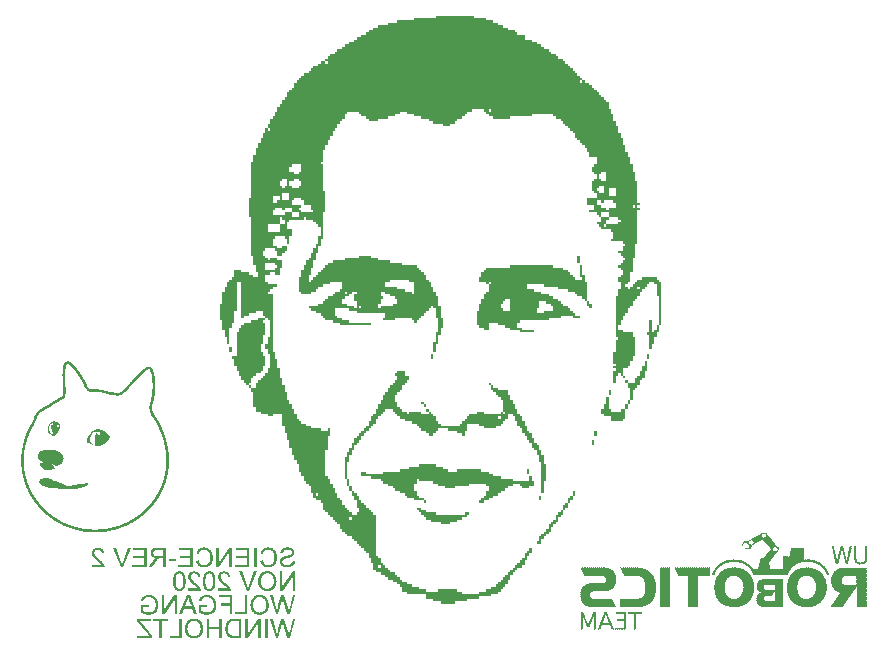
<source format=gbo>
G04*
G04 #@! TF.GenerationSoftware,Altium Limited,Altium Designer,20.1.14 (287)*
G04*
G04 Layer_Color=32896*
%FSAX25Y25*%
%MOIN*%
G70*
G04*
G04 #@! TF.SameCoordinates,C681FEE1-0408-4DE3-B8E6-77A2D80871C9*
G04*
G04*
G04 #@! TF.FilePolarity,Positive*
G04*
G01*
G75*
G36*
X0161700Y0215800D02*
X0165700D01*
Y0215000D01*
X0168100D01*
Y0214200D01*
X0169700D01*
Y0213400D01*
X0171300D01*
Y0212600D01*
X0172900D01*
Y0211800D01*
X0175300D01*
Y0211000D01*
X0176100D01*
Y0210200D01*
X0178500D01*
Y0209400D01*
Y0208600D01*
X0180900D01*
Y0207800D01*
X0182500D01*
Y0207000D01*
X0184100D01*
Y0206200D01*
X0184900D01*
Y0205400D01*
X0186500D01*
Y0204600D01*
X0187300D01*
Y0203800D01*
X0188900D01*
Y0203000D01*
X0189700D01*
Y0202200D01*
X0191300D01*
Y0201400D01*
X0192100D01*
Y0200600D01*
X0192900D01*
Y0199800D01*
X0193700D01*
Y0199000D01*
X0194500D01*
Y0198200D01*
X0195300D01*
Y0197400D01*
X0196100D01*
Y0196600D01*
X0196900D01*
Y0195800D01*
X0197700D01*
Y0195000D01*
X0198500D01*
Y0194200D01*
X0200100D01*
Y0193400D01*
X0200900D01*
Y0192600D01*
X0201700D01*
Y0191800D01*
X0202500D01*
Y0191000D01*
X0203300D01*
Y0190200D01*
X0204100D01*
Y0189400D01*
X0204900D01*
Y0188600D01*
X0205700D01*
Y0187800D01*
X0206500D01*
Y0187000D01*
Y0186200D01*
Y0185400D01*
X0207300D01*
Y0184600D01*
Y0183800D01*
X0208100D01*
Y0183000D01*
Y0182200D01*
Y0181400D01*
X0208900D01*
Y0180600D01*
Y0179800D01*
X0209700D01*
Y0179000D01*
Y0178200D01*
Y0177400D01*
X0210500D01*
Y0176600D01*
Y0175800D01*
X0211300D01*
Y0175000D01*
Y0174200D01*
Y0173400D01*
X0212100D01*
Y0172600D01*
Y0171800D01*
Y0171000D01*
X0212900D01*
Y0170200D01*
Y0169400D01*
X0213700D01*
Y0168600D01*
Y0167800D01*
Y0167000D01*
X0214500D01*
Y0166200D01*
Y0165400D01*
Y0164600D01*
X0215300D01*
Y0163800D01*
Y0163000D01*
Y0162200D01*
Y0161400D01*
X0216100D01*
Y0160600D01*
Y0159800D01*
Y0159000D01*
Y0158200D01*
Y0157400D01*
Y0156600D01*
Y0155800D01*
Y0155000D01*
Y0154200D01*
X0216900D01*
Y0153400D01*
X0216100D01*
Y0152600D01*
X0216900D01*
Y0151800D01*
X0216100D01*
Y0151000D01*
Y0150200D01*
Y0149400D01*
Y0148600D01*
Y0147800D01*
Y0147000D01*
Y0146200D01*
Y0145400D01*
Y0144600D01*
Y0143800D01*
Y0143000D01*
Y0142200D01*
Y0141400D01*
Y0140600D01*
X0215300D01*
Y0139800D01*
Y0139000D01*
Y0138200D01*
Y0137400D01*
Y0136600D01*
Y0135800D01*
X0214500D01*
Y0135000D01*
Y0134200D01*
Y0133400D01*
Y0132600D01*
Y0131800D01*
Y0131000D01*
X0213700D01*
Y0130200D01*
Y0129400D01*
Y0128600D01*
Y0127800D01*
X0212900D01*
Y0127000D01*
X0212100D01*
Y0126200D01*
X0212900D01*
Y0125400D01*
X0213700D01*
Y0126200D01*
X0214500D01*
Y0127000D01*
X0215300D01*
Y0127800D01*
X0216100D01*
Y0128600D01*
X0217700D01*
Y0129400D01*
X0222500D01*
Y0128600D01*
X0223300D01*
Y0127800D01*
X0224100D01*
Y0127000D01*
Y0126200D01*
Y0125400D01*
Y0124600D01*
Y0123800D01*
Y0123000D01*
Y0122200D01*
Y0121400D01*
Y0120600D01*
Y0119800D01*
Y0119000D01*
Y0118200D01*
Y0117400D01*
Y0116600D01*
Y0115800D01*
Y0115000D01*
Y0114200D01*
Y0113400D01*
X0223300D01*
Y0114200D01*
Y0115000D01*
Y0115800D01*
Y0116600D01*
Y0117400D01*
Y0118200D01*
Y0119000D01*
Y0119800D01*
Y0120600D01*
Y0121400D01*
Y0122200D01*
Y0123000D01*
X0222500D01*
Y0123800D01*
Y0124600D01*
Y0125400D01*
Y0126200D01*
Y0127000D01*
X0221700D01*
Y0127800D01*
X0220100D01*
Y0127000D01*
X0219300D01*
Y0126200D01*
X0218500D01*
Y0125400D01*
X0217700D01*
Y0124600D01*
X0216900D01*
Y0123800D01*
Y0123000D01*
X0216100D01*
Y0122200D01*
X0215300D01*
Y0121400D01*
X0214500D01*
Y0120600D01*
Y0119800D01*
X0213700D01*
Y0119000D01*
X0212900D01*
Y0118200D01*
Y0117400D01*
X0212100D01*
Y0116600D01*
X0211300D01*
Y0115800D01*
Y0115000D01*
X0210500D01*
Y0114200D01*
Y0113400D01*
X0209700D01*
Y0112600D01*
Y0111800D01*
X0211300D01*
Y0111000D01*
X0214500D01*
Y0110200D01*
Y0109400D01*
X0215300D01*
Y0108600D01*
Y0107800D01*
Y0107000D01*
Y0106200D01*
Y0105400D01*
Y0104600D01*
Y0103800D01*
Y0103000D01*
X0214500D01*
Y0102200D01*
Y0101400D01*
X0213700D01*
Y0100600D01*
Y0099800D01*
X0212900D01*
Y0099000D01*
X0211300D01*
Y0098200D01*
Y0097400D01*
Y0096600D01*
X0212100D01*
Y0095800D01*
X0211300D01*
Y0096600D01*
X0210500D01*
Y0097400D01*
X0209700D01*
Y0096600D01*
X0208900D01*
Y0095800D01*
Y0095000D01*
Y0094200D01*
X0208100D01*
Y0095000D01*
Y0095800D01*
Y0096600D01*
Y0097400D01*
Y0098200D01*
X0208900D01*
Y0099000D01*
X0208100D01*
Y0099800D01*
X0208900D01*
Y0100600D01*
X0208100D01*
Y0101400D01*
Y0102200D01*
Y0103000D01*
Y0103800D01*
Y0104600D01*
X0208900D01*
Y0105400D01*
Y0106200D01*
Y0107000D01*
Y0107800D01*
Y0108600D01*
X0209700D01*
Y0109400D01*
X0208900D01*
Y0110200D01*
Y0111000D01*
Y0111800D01*
Y0112600D01*
Y0113400D01*
Y0114200D01*
Y0115000D01*
Y0115800D01*
Y0116600D01*
Y0117400D01*
Y0118200D01*
Y0119000D01*
Y0119800D01*
Y0120600D01*
Y0121400D01*
Y0122200D01*
Y0123000D01*
X0209700D01*
Y0123800D01*
Y0124600D01*
Y0125400D01*
X0210500D01*
Y0126200D01*
Y0127000D01*
Y0127800D01*
X0209700D01*
Y0128600D01*
Y0129400D01*
X0210500D01*
Y0130200D01*
X0211300D01*
Y0131000D01*
Y0131800D01*
X0210500D01*
Y0132600D01*
X0209700D01*
Y0133400D01*
X0210500D01*
Y0134200D01*
X0211300D01*
Y0135000D01*
X0212100D01*
Y0135800D01*
X0211300D01*
Y0136600D01*
X0210500D01*
Y0137400D01*
X0209700D01*
Y0138200D01*
X0211300D01*
Y0139000D01*
Y0139800D01*
X0212100D01*
Y0140600D01*
X0211300D01*
Y0141400D01*
X0207300D01*
Y0142200D01*
X0208100D01*
Y0143000D01*
Y0143800D01*
Y0144600D01*
X0207300D01*
Y0145400D01*
X0204100D01*
Y0146200D01*
X0203300D01*
Y0147000D01*
X0202500D01*
Y0147800D01*
X0204100D01*
Y0148600D01*
Y0149400D01*
X0203300D01*
Y0150200D01*
X0202500D01*
Y0151000D01*
X0200100D01*
Y0151800D01*
X0201700D01*
Y0152600D01*
Y0153400D01*
X0199300D01*
Y0154200D01*
Y0155000D01*
Y0155800D01*
X0202500D01*
Y0156600D01*
Y0157400D01*
X0201700D01*
Y0158200D01*
X0200900D01*
Y0159000D01*
Y0159800D01*
Y0160600D01*
Y0161400D01*
X0201700D01*
Y0162200D01*
X0202500D01*
Y0163000D01*
Y0163800D01*
X0201700D01*
Y0164600D01*
X0200900D01*
Y0165400D01*
Y0166200D01*
X0201700D01*
Y0167000D01*
X0202500D01*
Y0167800D01*
Y0168600D01*
Y0169400D01*
X0200100D01*
Y0170200D01*
Y0171000D01*
X0199300D01*
Y0171800D01*
Y0172600D01*
X0198500D01*
Y0173400D01*
X0197700D01*
Y0174200D01*
X0196900D01*
Y0175000D01*
X0196100D01*
Y0175800D01*
X0195300D01*
Y0176600D01*
Y0177400D01*
X0194500D01*
Y0178200D01*
X0193700D01*
Y0179000D01*
X0192900D01*
Y0179800D01*
X0192100D01*
Y0180600D01*
X0191300D01*
Y0181400D01*
X0190500D01*
Y0182200D01*
X0188900D01*
Y0183000D01*
X0188100D01*
Y0183800D01*
X0180900D01*
Y0183000D01*
X0173700D01*
Y0182200D01*
X0168100D01*
Y0183000D01*
X0166500D01*
Y0183800D01*
X0165700D01*
Y0184600D01*
X0164900D01*
Y0185400D01*
X0160900D01*
Y0184600D01*
X0159300D01*
Y0183800D01*
X0158500D01*
Y0183000D01*
X0157700D01*
Y0182200D01*
X0156100D01*
Y0181400D01*
X0155300D01*
Y0180600D01*
X0153700D01*
Y0179800D01*
X0151300D01*
Y0180600D01*
X0148100D01*
Y0181400D01*
X0146500D01*
Y0182200D01*
X0144100D01*
Y0183000D01*
X0141700D01*
Y0183800D01*
X0139300D01*
Y0184600D01*
X0136900D01*
Y0183800D01*
X0135300D01*
Y0183000D01*
X0132900D01*
Y0182200D01*
X0129700D01*
Y0181400D01*
X0126500D01*
Y0182200D01*
X0125700D01*
Y0183000D01*
X0124100D01*
Y0183800D01*
X0123300D01*
Y0184600D01*
X0119300D01*
Y0183800D01*
X0118500D01*
Y0183000D01*
Y0182200D01*
X0117700D01*
Y0181400D01*
X0116900D01*
Y0180600D01*
X0116100D01*
Y0179800D01*
Y0179000D01*
X0115300D01*
Y0178200D01*
X0114500D01*
Y0177400D01*
Y0176600D01*
X0113700D01*
Y0175800D01*
Y0175000D01*
X0112900D01*
Y0174200D01*
Y0173400D01*
X0112100D01*
Y0172600D01*
Y0171800D01*
X0111300D01*
Y0171000D01*
Y0170200D01*
Y0169400D01*
Y0168600D01*
Y0167800D01*
X0110500D01*
Y0167000D01*
X0111300D01*
Y0166200D01*
Y0165400D01*
Y0164600D01*
Y0163800D01*
Y0163000D01*
Y0162200D01*
Y0161400D01*
Y0160600D01*
Y0159800D01*
Y0159000D01*
Y0158200D01*
X0112100D01*
Y0157400D01*
Y0156600D01*
Y0155800D01*
Y0155000D01*
Y0154200D01*
Y0153400D01*
Y0152600D01*
Y0151800D01*
Y0151000D01*
X0111300D01*
Y0150200D01*
Y0149400D01*
Y0148600D01*
Y0147800D01*
Y0147000D01*
Y0146200D01*
Y0145400D01*
Y0144600D01*
Y0143800D01*
Y0143000D01*
Y0142200D01*
X0110500D01*
Y0141400D01*
Y0140600D01*
Y0139800D01*
X0109700D01*
Y0139000D01*
Y0138200D01*
Y0137400D01*
X0108900D01*
Y0136600D01*
Y0135800D01*
Y0135000D01*
X0108100D01*
Y0134200D01*
Y0133400D01*
Y0132600D01*
X0107300D01*
Y0131800D01*
Y0131000D01*
Y0130200D01*
X0106500D01*
Y0129400D01*
Y0128600D01*
Y0127800D01*
X0107300D01*
Y0128600D01*
X0108100D01*
Y0129400D01*
X0108900D01*
Y0130200D01*
X0109700D01*
Y0131000D01*
X0110500D01*
Y0131800D01*
X0111300D01*
Y0132600D01*
X0112100D01*
Y0133400D01*
X0112900D01*
Y0134200D01*
X0114500D01*
Y0135000D01*
X0118500D01*
Y0135800D01*
X0123300D01*
Y0136600D01*
X0127300D01*
Y0135800D01*
X0129700D01*
Y0135000D01*
X0133700D01*
Y0134200D01*
X0137700D01*
Y0133400D01*
X0142500D01*
Y0132600D01*
X0143300D01*
Y0131800D01*
X0144100D01*
Y0131000D01*
X0144900D01*
Y0130200D01*
X0145700D01*
Y0129400D01*
Y0128600D01*
X0146500D01*
Y0127800D01*
X0147300D01*
Y0127000D01*
Y0126200D01*
X0148100D01*
Y0125400D01*
Y0124600D01*
X0148900D01*
Y0123800D01*
Y0123000D01*
X0149700D01*
Y0122200D01*
Y0121400D01*
Y0120600D01*
Y0119800D01*
X0150500D01*
Y0119000D01*
Y0118200D01*
Y0117400D01*
Y0116600D01*
Y0115800D01*
X0151300D01*
Y0115000D01*
Y0114200D01*
Y0113400D01*
Y0112600D01*
X0150500D01*
Y0111800D01*
Y0111000D01*
Y0110200D01*
X0149700D01*
Y0109400D01*
Y0108600D01*
Y0107800D01*
Y0107000D01*
X0148900D01*
Y0106200D01*
Y0105400D01*
Y0104600D01*
X0148100D01*
Y0105400D01*
Y0106200D01*
Y0107000D01*
Y0107800D01*
X0148900D01*
Y0108600D01*
Y0109400D01*
Y0110200D01*
Y0111000D01*
X0149700D01*
Y0111800D01*
Y0112600D01*
Y0113400D01*
Y0114200D01*
Y0115000D01*
Y0115800D01*
X0148900D01*
Y0116600D01*
Y0117400D01*
Y0118200D01*
Y0119000D01*
X0148100D01*
Y0119800D01*
X0147300D01*
Y0119000D01*
X0146500D01*
Y0118200D01*
X0145700D01*
Y0117400D01*
X0144900D01*
Y0116600D01*
X0144100D01*
Y0115800D01*
X0143300D01*
Y0115000D01*
X0142500D01*
Y0114200D01*
X0141700D01*
Y0115000D01*
X0140900D01*
Y0115800D01*
X0135300D01*
Y0115000D01*
X0131300D01*
Y0115800D01*
X0132100D01*
Y0116600D01*
Y0117400D01*
X0122500D01*
Y0118200D01*
X0120100D01*
Y0119000D01*
X0115300D01*
Y0118200D01*
Y0117400D01*
Y0116600D01*
X0116100D01*
Y0115800D01*
X0117700D01*
Y0115000D01*
X0120100D01*
Y0114200D01*
X0127300D01*
Y0113400D01*
X0116900D01*
Y0114200D01*
X0114500D01*
Y0115000D01*
X0112100D01*
Y0115800D01*
X0111300D01*
Y0116600D01*
X0110500D01*
Y0117400D01*
X0108900D01*
Y0118200D01*
X0107300D01*
Y0119000D01*
X0106500D01*
Y0119800D01*
X0109700D01*
Y0120600D01*
X0111300D01*
Y0121400D01*
X0112100D01*
Y0122200D01*
X0112900D01*
Y0123000D01*
X0114500D01*
Y0123800D01*
X0115300D01*
Y0124600D01*
X0116900D01*
Y0125400D01*
X0117700D01*
Y0126200D01*
Y0127000D01*
Y0127800D01*
X0113700D01*
Y0127000D01*
X0111300D01*
Y0126200D01*
X0109700D01*
Y0125400D01*
X0108900D01*
Y0124600D01*
X0107300D01*
Y0123800D01*
X0104100D01*
Y0124600D01*
X0103300D01*
Y0125400D01*
Y0126200D01*
Y0127000D01*
Y0127800D01*
Y0128600D01*
Y0129400D01*
X0104100D01*
Y0130200D01*
Y0131000D01*
Y0131800D01*
X0104900D01*
Y0132600D01*
Y0133400D01*
X0105700D01*
Y0134200D01*
Y0135000D01*
X0106500D01*
Y0135800D01*
X0107300D01*
Y0136600D01*
Y0137400D01*
X0108100D01*
Y0138200D01*
Y0139000D01*
X0108900D01*
Y0139800D01*
Y0140600D01*
X0109700D01*
Y0141400D01*
Y0142200D01*
Y0143000D01*
X0110500D01*
Y0143800D01*
Y0144600D01*
Y0145400D01*
Y0146200D01*
X0109700D01*
Y0147000D01*
X0108900D01*
Y0147800D01*
X0108100D01*
Y0148600D01*
X0105700D01*
Y0149400D01*
X0104900D01*
Y0148600D01*
X0100100D01*
Y0147800D01*
X0099300D01*
Y0147000D01*
Y0146200D01*
Y0145400D01*
X0100900D01*
Y0144600D01*
Y0143800D01*
Y0143000D01*
X0100100D01*
Y0142200D01*
Y0141400D01*
Y0140600D01*
X0099300D01*
Y0141400D01*
Y0142200D01*
X0098500D01*
Y0143000D01*
X0095300D01*
Y0142200D01*
X0094500D01*
Y0141400D01*
Y0140600D01*
Y0139800D01*
X0096100D01*
Y0139000D01*
X0097700D01*
Y0139800D01*
X0099300D01*
Y0139000D01*
Y0138200D01*
X0098500D01*
Y0137400D01*
X0097700D01*
Y0136600D01*
X0096100D01*
Y0137400D01*
Y0138200D01*
X0095300D01*
Y0139000D01*
X0092100D01*
Y0138200D01*
X0091300D01*
Y0137400D01*
Y0136600D01*
X0092100D01*
Y0135800D01*
X0092900D01*
Y0135000D01*
X0093700D01*
Y0135800D01*
X0096100D01*
Y0135000D01*
X0097700D01*
Y0134200D01*
Y0133400D01*
Y0132600D01*
X0096900D01*
Y0131800D01*
Y0131000D01*
Y0130200D01*
X0095300D01*
Y0131000D01*
X0093700D01*
Y0130200D01*
X0092100D01*
Y0129400D01*
Y0128600D01*
Y0127800D01*
X0092900D01*
Y0127000D01*
X0096100D01*
Y0126200D01*
X0094500D01*
Y0125400D01*
X0093700D01*
Y0124600D01*
X0092900D01*
Y0123800D01*
X0094500D01*
Y0123000D01*
Y0122200D01*
Y0121400D01*
Y0120600D01*
Y0119800D01*
Y0119000D01*
Y0118200D01*
Y0117400D01*
Y0116600D01*
Y0115800D01*
Y0115000D01*
Y0114200D01*
Y0113400D01*
Y0112600D01*
Y0111800D01*
Y0111000D01*
Y0110200D01*
Y0109400D01*
Y0108600D01*
Y0107800D01*
Y0107000D01*
Y0106200D01*
Y0105400D01*
Y0104600D01*
X0095300D01*
Y0103800D01*
Y0103000D01*
Y0102200D01*
X0096100D01*
Y0101400D01*
Y0100600D01*
Y0099800D01*
Y0099000D01*
X0096900D01*
Y0098200D01*
Y0097400D01*
Y0096600D01*
Y0095800D01*
X0097700D01*
Y0095000D01*
Y0094200D01*
Y0093400D01*
X0098500D01*
Y0092600D01*
Y0091800D01*
Y0091000D01*
X0099300D01*
Y0090200D01*
Y0089400D01*
Y0088600D01*
X0100100D01*
Y0087800D01*
Y0087000D01*
X0100900D01*
Y0086200D01*
Y0085400D01*
X0101700D01*
Y0084600D01*
Y0083800D01*
X0102500D01*
Y0083000D01*
Y0082200D01*
X0103300D01*
Y0081400D01*
X0104100D01*
Y0080600D01*
X0105700D01*
Y0079800D01*
X0107300D01*
Y0079000D01*
X0110500D01*
Y0078200D01*
X0112900D01*
Y0079000D01*
X0113700D01*
Y0078200D01*
Y0077400D01*
Y0076600D01*
X0112900D01*
Y0075800D01*
Y0075000D01*
Y0074200D01*
Y0073400D01*
Y0072600D01*
Y0071800D01*
X0112100D01*
Y0071000D01*
Y0070200D01*
Y0069400D01*
Y0068600D01*
Y0067800D01*
Y0067000D01*
Y0066200D01*
Y0065400D01*
Y0064600D01*
Y0063800D01*
Y0063000D01*
X0112900D01*
Y0062200D01*
X0113700D01*
Y0061400D01*
Y0060600D01*
X0114500D01*
Y0059800D01*
Y0059000D01*
X0115300D01*
Y0058200D01*
Y0057400D01*
X0116100D01*
Y0056600D01*
Y0055800D01*
X0116900D01*
Y0055000D01*
X0117700D01*
Y0054200D01*
Y0053400D01*
X0118500D01*
Y0052600D01*
X0119300D01*
Y0051800D01*
X0120100D01*
Y0051000D01*
X0120900D01*
Y0050200D01*
X0122500D01*
Y0051000D01*
X0123300D01*
Y0051800D01*
Y0052600D01*
X0122500D01*
Y0053400D01*
Y0054200D01*
Y0055000D01*
X0121700D01*
Y0055800D01*
Y0056600D01*
X0120900D01*
Y0057400D01*
Y0058200D01*
X0120100D01*
Y0059000D01*
Y0059800D01*
X0119300D01*
Y0060600D01*
Y0061400D01*
Y0062200D01*
X0118500D01*
Y0063000D01*
Y0063800D01*
Y0064600D01*
Y0065400D01*
Y0066200D01*
Y0067000D01*
Y0067800D01*
Y0068600D01*
Y0069400D01*
X0119300D01*
Y0070200D01*
Y0071000D01*
X0120100D01*
Y0071800D01*
Y0072600D01*
X0120900D01*
Y0073400D01*
Y0074200D01*
X0121700D01*
Y0075000D01*
Y0075800D01*
X0122500D01*
Y0076600D01*
X0123300D01*
Y0077400D01*
X0124100D01*
Y0078200D01*
X0124900D01*
Y0079000D01*
X0125700D01*
Y0079800D01*
X0126500D01*
Y0080600D01*
Y0081400D01*
X0127300D01*
Y0082200D01*
Y0083000D01*
X0128100D01*
Y0083800D01*
X0128900D01*
Y0084600D01*
Y0085400D01*
X0129700D01*
Y0086200D01*
Y0087000D01*
X0130500D01*
Y0087800D01*
Y0088600D01*
X0131300D01*
Y0089400D01*
Y0090200D01*
X0132100D01*
Y0091000D01*
X0132900D01*
Y0091800D01*
Y0092600D01*
X0133700D01*
Y0093400D01*
X0134500D01*
Y0094200D01*
X0135300D01*
Y0095000D01*
X0136100D01*
Y0095800D01*
Y0096600D01*
X0135300D01*
Y0097400D01*
X0136100D01*
Y0098200D01*
X0138500D01*
Y0097400D01*
Y0096600D01*
X0140100D01*
Y0095800D01*
Y0095000D01*
X0139300D01*
Y0094200D01*
X0138500D01*
Y0093400D01*
X0137700D01*
Y0092600D01*
Y0091800D01*
X0136900D01*
Y0091000D01*
X0136100D01*
Y0090200D01*
X0135300D01*
Y0089400D01*
Y0088600D01*
Y0087800D01*
X0136100D01*
Y0087000D01*
Y0086200D01*
X0136900D01*
Y0085400D01*
X0137700D01*
Y0084600D01*
X0139300D01*
Y0083800D01*
X0140100D01*
Y0084600D01*
X0144100D01*
Y0083800D01*
X0146500D01*
Y0084600D01*
X0145700D01*
Y0085400D01*
X0146500D01*
Y0084600D01*
X0147300D01*
Y0083800D01*
X0148100D01*
Y0083000D01*
X0148900D01*
Y0082200D01*
Y0081400D01*
X0149700D01*
Y0080600D01*
X0150500D01*
Y0079800D01*
X0156900D01*
Y0080600D01*
X0157700D01*
Y0081400D01*
X0158500D01*
Y0082200D01*
X0159300D01*
Y0083000D01*
X0160100D01*
Y0083800D01*
X0162500D01*
Y0084600D01*
X0164900D01*
Y0083800D01*
X0170500D01*
Y0084600D01*
X0171300D01*
Y0083800D01*
X0172100D01*
Y0084600D01*
X0171300D01*
Y0085400D01*
Y0086200D01*
Y0087000D01*
Y0087800D01*
Y0088600D01*
X0170500D01*
Y0089400D01*
X0169700D01*
Y0090200D01*
X0168900D01*
Y0091000D01*
X0168100D01*
Y0091800D01*
X0167300D01*
Y0092600D01*
Y0093400D01*
X0166500D01*
Y0094200D01*
X0167300D01*
Y0093400D01*
X0168100D01*
Y0092600D01*
X0169700D01*
Y0091800D01*
X0172900D01*
Y0091000D01*
Y0090200D01*
X0173700D01*
Y0089400D01*
Y0088600D01*
X0174500D01*
Y0087800D01*
Y0087000D01*
X0175300D01*
Y0086200D01*
Y0085400D01*
X0176100D01*
Y0084600D01*
Y0083800D01*
X0176900D01*
Y0083000D01*
X0177700D01*
Y0082200D01*
Y0081400D01*
X0178500D01*
Y0080600D01*
Y0079800D01*
X0179300D01*
Y0079000D01*
Y0078200D01*
X0180100D01*
Y0077400D01*
X0180900D01*
Y0076600D01*
Y0075800D01*
X0181700D01*
Y0075000D01*
Y0074200D01*
X0182500D01*
Y0073400D01*
X0183300D01*
Y0072600D01*
Y0071800D01*
X0184100D01*
Y0071000D01*
Y0070200D01*
X0184900D01*
Y0069400D01*
Y0068600D01*
Y0067800D01*
Y0067000D01*
X0185700D01*
Y0066200D01*
Y0065400D01*
Y0064600D01*
Y0063800D01*
Y0063000D01*
Y0062200D01*
Y0061400D01*
X0184900D01*
Y0060600D01*
Y0059800D01*
Y0059000D01*
Y0058200D01*
Y0057400D01*
X0184100D01*
Y0058200D01*
Y0059000D01*
Y0059800D01*
Y0060600D01*
Y0061400D01*
Y0062200D01*
Y0063000D01*
Y0063800D01*
Y0064600D01*
Y0065400D01*
Y0066200D01*
Y0067000D01*
Y0067800D01*
X0183300D01*
Y0068600D01*
Y0069400D01*
Y0070200D01*
X0182500D01*
Y0071000D01*
Y0071800D01*
X0181700D01*
Y0072600D01*
X0180900D01*
Y0073400D01*
Y0074200D01*
X0180100D01*
Y0075000D01*
X0179300D01*
Y0075800D01*
Y0076600D01*
X0178500D01*
Y0077400D01*
X0177700D01*
Y0078200D01*
Y0079000D01*
X0176900D01*
Y0079800D01*
X0176100D01*
Y0080600D01*
Y0081400D01*
X0175300D01*
Y0082200D01*
Y0083000D01*
X0174500D01*
Y0083800D01*
X0172900D01*
Y0083000D01*
Y0082200D01*
X0172100D01*
Y0081400D01*
X0171300D01*
Y0080600D01*
X0170500D01*
Y0079800D01*
X0168900D01*
Y0079000D01*
X0164900D01*
Y0079800D01*
X0163300D01*
Y0080600D01*
X0159300D01*
Y0079800D01*
Y0079000D01*
Y0078200D01*
X0158500D01*
Y0077400D01*
Y0076600D01*
X0157700D01*
Y0077400D01*
X0156100D01*
Y0078200D01*
X0152900D01*
Y0079000D01*
X0149700D01*
Y0078200D01*
X0148900D01*
Y0077400D01*
X0148100D01*
Y0076600D01*
X0146500D01*
Y0077400D01*
X0145700D01*
Y0078200D01*
X0144100D01*
Y0079000D01*
X0143300D01*
Y0079800D01*
X0142500D01*
Y0080600D01*
X0140900D01*
Y0081400D01*
X0138500D01*
Y0082200D01*
X0136900D01*
Y0083000D01*
X0136100D01*
Y0083800D01*
X0135300D01*
Y0084600D01*
X0134500D01*
Y0085400D01*
X0132100D01*
Y0084600D01*
X0131300D01*
Y0083800D01*
X0130500D01*
Y0083000D01*
X0129700D01*
Y0082200D01*
X0128900D01*
Y0081400D01*
Y0080600D01*
X0128100D01*
Y0079800D01*
X0127300D01*
Y0079000D01*
X0126500D01*
Y0078200D01*
X0125700D01*
Y0077400D01*
X0124900D01*
Y0076600D01*
X0124100D01*
Y0075800D01*
Y0075000D01*
X0123300D01*
Y0074200D01*
X0122500D01*
Y0073400D01*
X0121700D01*
Y0072600D01*
Y0071800D01*
X0120900D01*
Y0071000D01*
Y0070200D01*
X0120100D01*
Y0069400D01*
Y0068600D01*
Y0067800D01*
X0119300D01*
Y0067000D01*
Y0066200D01*
Y0065400D01*
Y0064600D01*
Y0063800D01*
Y0063000D01*
Y0062200D01*
X0120100D01*
Y0061400D01*
Y0060600D01*
Y0059800D01*
X0120900D01*
Y0059000D01*
Y0058200D01*
X0121700D01*
Y0057400D01*
X0122500D01*
Y0056600D01*
X0123300D01*
Y0055800D01*
Y0055000D01*
X0124100D01*
Y0054200D01*
X0124900D01*
Y0053400D01*
X0125700D01*
Y0052600D01*
X0126500D01*
Y0051800D01*
X0127300D01*
Y0051000D01*
X0128100D01*
Y0050200D01*
X0128900D01*
Y0049400D01*
Y0048600D01*
Y0047800D01*
Y0047000D01*
Y0046200D01*
Y0045400D01*
Y0044600D01*
Y0043800D01*
Y0043000D01*
Y0042200D01*
Y0041400D01*
Y0040600D01*
Y0039800D01*
Y0039000D01*
Y0038200D01*
Y0037400D01*
Y0036600D01*
X0129700D01*
Y0035800D01*
X0130500D01*
Y0035000D01*
Y0034200D01*
X0131300D01*
Y0033400D01*
X0132100D01*
Y0032600D01*
X0132900D01*
Y0031800D01*
X0133700D01*
Y0031000D01*
X0135300D01*
Y0030200D01*
X0136100D01*
Y0029400D01*
X0136900D01*
Y0028600D01*
X0137700D01*
Y0027800D01*
X0139300D01*
Y0027000D01*
X0140900D01*
Y0026200D01*
X0143300D01*
Y0025400D01*
X0145700D01*
Y0024600D01*
X0149700D01*
Y0025400D01*
X0156100D01*
Y0024600D01*
X0157700D01*
Y0023800D01*
X0163300D01*
Y0024600D01*
X0165700D01*
Y0025400D01*
X0167300D01*
Y0026200D01*
X0168900D01*
Y0027000D01*
X0169700D01*
Y0027800D01*
X0170500D01*
Y0028600D01*
X0171300D01*
Y0029400D01*
X0172100D01*
Y0030200D01*
X0172900D01*
Y0031000D01*
X0173700D01*
Y0031800D01*
X0174500D01*
Y0032600D01*
X0175300D01*
Y0033400D01*
X0176100D01*
Y0034200D01*
X0176900D01*
Y0035000D01*
X0177700D01*
Y0035800D01*
X0178500D01*
Y0036600D01*
Y0037400D01*
X0179300D01*
Y0038200D01*
X0180100D01*
Y0039000D01*
X0180900D01*
Y0038200D01*
Y0037400D01*
X0180100D01*
Y0036600D01*
X0179300D01*
Y0035800D01*
Y0035000D01*
X0178500D01*
Y0034200D01*
Y0033400D01*
X0177700D01*
Y0032600D01*
X0176100D01*
Y0031800D01*
X0175300D01*
Y0031000D01*
X0174500D01*
Y0030200D01*
X0173700D01*
Y0029400D01*
Y0028600D01*
X0172900D01*
Y0027800D01*
Y0027000D01*
X0172100D01*
Y0026200D01*
X0171300D01*
Y0025400D01*
X0170500D01*
Y0024600D01*
X0169700D01*
Y0023800D01*
X0167300D01*
Y0023000D01*
X0163300D01*
Y0022200D01*
X0159300D01*
Y0021400D01*
X0155300D01*
Y0020600D01*
X0150500D01*
Y0021400D01*
X0148100D01*
Y0022200D01*
X0145700D01*
Y0023000D01*
Y0023800D01*
X0139300D01*
Y0024600D01*
X0137700D01*
Y0025400D01*
Y0026200D01*
X0136900D01*
Y0027000D01*
X0136100D01*
Y0027800D01*
X0134500D01*
Y0028600D01*
X0132900D01*
Y0029400D01*
X0132100D01*
Y0030200D01*
X0130500D01*
Y0031000D01*
X0128900D01*
Y0031800D01*
X0128100D01*
Y0032600D01*
Y0033400D01*
Y0034200D01*
X0127300D01*
Y0035000D01*
Y0035800D01*
X0126500D01*
Y0036600D01*
Y0037400D01*
X0125700D01*
Y0038200D01*
X0124900D01*
Y0039000D01*
X0124100D01*
Y0039800D01*
X0123300D01*
Y0040600D01*
X0122500D01*
Y0041400D01*
X0121700D01*
Y0042200D01*
X0120900D01*
Y0043000D01*
X0119300D01*
Y0043800D01*
X0118500D01*
Y0044600D01*
X0117700D01*
Y0045400D01*
X0116900D01*
Y0046200D01*
Y0047000D01*
X0116100D01*
Y0047800D01*
X0115300D01*
Y0048600D01*
X0114500D01*
Y0049400D01*
X0113700D01*
Y0050200D01*
X0112900D01*
Y0051000D01*
X0112100D01*
Y0051800D01*
X0111300D01*
Y0052600D01*
Y0053400D01*
Y0054200D01*
X0110500D01*
Y0055000D01*
X0108900D01*
Y0055800D01*
X0108100D01*
Y0056600D01*
Y0057400D01*
X0107300D01*
Y0058200D01*
Y0059000D01*
Y0059800D01*
X0106500D01*
Y0060600D01*
X0105700D01*
Y0061400D01*
X0104900D01*
Y0062200D01*
Y0063000D01*
X0104100D01*
Y0063800D01*
Y0064600D01*
X0103300D01*
Y0065400D01*
Y0066200D01*
Y0067000D01*
X0102500D01*
Y0067800D01*
Y0068600D01*
X0101700D01*
Y0069400D01*
Y0070200D01*
X0100900D01*
Y0071000D01*
Y0071800D01*
Y0072600D01*
X0100100D01*
Y0073400D01*
Y0074200D01*
Y0075000D01*
X0099300D01*
Y0075800D01*
Y0076600D01*
Y0077400D01*
X0098500D01*
Y0078200D01*
Y0079000D01*
Y0079800D01*
X0097700D01*
Y0080600D01*
Y0081400D01*
Y0082200D01*
Y0083000D01*
Y0083800D01*
X0094500D01*
Y0083000D01*
X0092900D01*
Y0083800D01*
X0090500D01*
Y0084600D01*
X0088900D01*
Y0085400D01*
Y0086200D01*
X0088100D01*
Y0087000D01*
Y0087800D01*
Y0088600D01*
Y0089400D01*
Y0090200D01*
Y0091000D01*
X0087300D01*
Y0091800D01*
Y0092600D01*
X0086500D01*
Y0093400D01*
X0085700D01*
Y0094200D01*
X0084900D01*
Y0095000D01*
X0084100D01*
Y0095800D01*
Y0096600D01*
X0083300D01*
Y0097400D01*
Y0098200D01*
X0082500D01*
Y0099000D01*
Y0099800D01*
X0081700D01*
Y0100600D01*
Y0101400D01*
Y0102200D01*
X0080900D01*
Y0103000D01*
X0082500D01*
Y0103800D01*
Y0104600D01*
Y0105400D01*
Y0106200D01*
Y0107000D01*
Y0107800D01*
Y0108600D01*
Y0109400D01*
Y0110200D01*
Y0111000D01*
X0083300D01*
Y0111800D01*
Y0112600D01*
X0084100D01*
Y0113400D01*
X0084900D01*
Y0114200D01*
X0087300D01*
Y0115000D01*
X0089700D01*
Y0115800D01*
X0092100D01*
Y0115000D01*
X0091300D01*
Y0114200D01*
X0092100D01*
Y0113400D01*
Y0112600D01*
Y0111800D01*
Y0111000D01*
Y0110200D01*
X0091300D01*
Y0109400D01*
Y0108600D01*
Y0107800D01*
Y0107000D01*
X0090500D01*
Y0106200D01*
Y0105400D01*
Y0104600D01*
X0091300D01*
Y0103800D01*
Y0103000D01*
X0092100D01*
Y0102200D01*
Y0101400D01*
Y0100600D01*
Y0099800D01*
X0091300D01*
Y0099000D01*
Y0098200D01*
X0090500D01*
Y0097400D01*
X0088900D01*
Y0096600D01*
X0088100D01*
Y0095800D01*
X0087300D01*
Y0095000D01*
Y0094200D01*
X0086500D01*
Y0093400D01*
X0087300D01*
Y0092600D01*
X0088900D01*
Y0093400D01*
Y0094200D01*
X0089700D01*
Y0095000D01*
X0090500D01*
Y0095800D01*
X0091300D01*
Y0096600D01*
X0092100D01*
Y0097400D01*
X0092900D01*
Y0098200D01*
Y0099000D01*
X0093700D01*
Y0099800D01*
Y0100600D01*
Y0101400D01*
Y0102200D01*
Y0103000D01*
Y0103800D01*
X0092900D01*
Y0104600D01*
Y0105400D01*
X0092100D01*
Y0106200D01*
Y0107000D01*
X0092900D01*
Y0107800D01*
Y0108600D01*
Y0109400D01*
X0093700D01*
Y0110200D01*
Y0111000D01*
Y0111800D01*
Y0112600D01*
Y0113400D01*
Y0114200D01*
Y0115000D01*
X0092900D01*
Y0115800D01*
X0092100D01*
Y0116600D01*
X0091300D01*
Y0117400D01*
Y0118200D01*
X0088900D01*
Y0117400D01*
X0086500D01*
Y0116600D01*
X0084900D01*
Y0115800D01*
X0084100D01*
Y0116600D01*
Y0117400D01*
Y0118200D01*
Y0119000D01*
Y0119800D01*
Y0120600D01*
Y0121400D01*
Y0122200D01*
Y0123000D01*
Y0123800D01*
Y0124600D01*
Y0125400D01*
Y0126200D01*
Y0127000D01*
Y0127800D01*
X0082500D01*
Y0127000D01*
Y0126200D01*
Y0125400D01*
Y0124600D01*
Y0123800D01*
Y0123000D01*
Y0122200D01*
Y0121400D01*
Y0120600D01*
Y0119800D01*
Y0119000D01*
Y0118200D01*
X0081700D01*
Y0117400D01*
Y0116600D01*
Y0115800D01*
Y0115000D01*
Y0114200D01*
X0080900D01*
Y0113400D01*
Y0112600D01*
X0080100D01*
Y0111800D01*
Y0111000D01*
Y0110200D01*
Y0109400D01*
Y0108600D01*
Y0107800D01*
Y0107000D01*
X0079300D01*
Y0107800D01*
Y0108600D01*
Y0109400D01*
X0078500D01*
Y0110200D01*
Y0111000D01*
Y0111800D01*
X0077700D01*
Y0112600D01*
Y0113400D01*
Y0114200D01*
Y0115000D01*
X0076900D01*
Y0115800D01*
Y0116600D01*
Y0117400D01*
Y0118200D01*
Y0119000D01*
Y0119800D01*
Y0120600D01*
X0077700D01*
Y0121400D01*
Y0122200D01*
Y0123000D01*
Y0123800D01*
Y0124600D01*
X0078500D01*
Y0125400D01*
Y0126200D01*
X0079300D01*
Y0127000D01*
Y0127800D01*
X0080100D01*
Y0128600D01*
X0080900D01*
Y0129400D01*
X0081700D01*
Y0130200D01*
Y0131000D01*
Y0131800D01*
X0084100D01*
Y0131000D01*
X0086500D01*
Y0130200D01*
X0088100D01*
Y0129400D01*
X0089700D01*
Y0130200D01*
Y0131000D01*
X0088900D01*
Y0131800D01*
Y0132600D01*
Y0133400D01*
X0088100D01*
Y0134200D01*
Y0135000D01*
Y0135800D01*
Y0136600D01*
X0087300D01*
Y0137400D01*
Y0138200D01*
Y0139000D01*
Y0139800D01*
Y0140600D01*
Y0141400D01*
Y0142200D01*
Y0143000D01*
Y0143800D01*
Y0144600D01*
Y0145400D01*
Y0146200D01*
Y0147000D01*
Y0147800D01*
Y0148600D01*
Y0149400D01*
X0086500D01*
Y0150200D01*
Y0151000D01*
Y0151800D01*
Y0152600D01*
Y0153400D01*
Y0154200D01*
Y0155000D01*
Y0155800D01*
X0087300D01*
Y0156600D01*
Y0157400D01*
Y0158200D01*
Y0159000D01*
Y0159800D01*
Y0160600D01*
Y0161400D01*
Y0162200D01*
Y0163000D01*
Y0163800D01*
Y0164600D01*
Y0165400D01*
Y0166200D01*
Y0167000D01*
Y0167800D01*
X0088100D01*
Y0168600D01*
Y0169400D01*
Y0170200D01*
X0088900D01*
Y0171000D01*
Y0171800D01*
Y0172600D01*
X0089700D01*
Y0173400D01*
Y0174200D01*
X0090500D01*
Y0175000D01*
Y0175800D01*
X0091300D01*
Y0176600D01*
Y0177400D01*
X0092100D01*
Y0178200D01*
Y0179000D01*
X0092900D01*
Y0178200D01*
X0093700D01*
Y0179000D01*
X0092900D01*
Y0179800D01*
Y0180600D01*
X0093700D01*
Y0181400D01*
Y0182200D01*
X0094500D01*
Y0183000D01*
X0095300D01*
Y0183800D01*
Y0184600D01*
X0096100D01*
Y0185400D01*
Y0186200D01*
X0096900D01*
Y0187000D01*
X0097700D01*
Y0187800D01*
Y0188600D01*
X0098500D01*
Y0189400D01*
X0099300D01*
Y0190200D01*
Y0191000D01*
X0100100D01*
Y0191800D01*
X0100900D01*
Y0192600D01*
X0101700D01*
Y0193400D01*
Y0194200D01*
X0102500D01*
Y0195000D01*
X0103300D01*
Y0195800D01*
X0104100D01*
Y0196600D01*
X0104900D01*
Y0197400D01*
X0106500D01*
Y0198200D01*
X0107300D01*
Y0199000D01*
X0108100D01*
Y0199800D01*
X0109700D01*
Y0200600D01*
X0110500D01*
Y0201400D01*
X0112100D01*
Y0200600D01*
X0112900D01*
Y0201400D01*
X0112100D01*
Y0202200D01*
X0112900D01*
Y0203000D01*
X0113700D01*
Y0203800D01*
X0115300D01*
Y0204600D01*
X0116100D01*
Y0205400D01*
X0117700D01*
Y0206200D01*
X0118500D01*
Y0207000D01*
X0120100D01*
Y0207800D01*
X0121700D01*
Y0208600D01*
X0122500D01*
Y0209400D01*
X0124100D01*
Y0210200D01*
X0125700D01*
Y0211000D01*
X0126500D01*
Y0211800D01*
X0128100D01*
Y0212600D01*
X0129700D01*
Y0213400D01*
X0132900D01*
Y0214200D01*
X0136100D01*
Y0215000D01*
X0141700D01*
Y0215800D01*
X0148900D01*
Y0216600D01*
X0161700D01*
Y0215800D01*
D02*
G37*
G36*
X0196900Y0135800D02*
Y0135000D01*
Y0134200D01*
X0196100D01*
Y0135000D01*
Y0135800D01*
Y0136600D01*
X0196900D01*
Y0135800D01*
D02*
G37*
G36*
X0197700Y0132600D02*
Y0131800D01*
Y0131000D01*
Y0130200D01*
X0198500D01*
Y0129400D01*
Y0128600D01*
Y0127800D01*
X0199300D01*
Y0127000D01*
Y0126200D01*
Y0125400D01*
Y0124600D01*
Y0123800D01*
Y0123000D01*
Y0122200D01*
Y0121400D01*
X0200100D01*
Y0120600D01*
X0200900D01*
Y0119800D01*
Y0119000D01*
X0200100D01*
Y0119800D01*
X0199300D01*
Y0120600D01*
Y0121400D01*
X0198500D01*
Y0122200D01*
X0197700D01*
Y0123000D01*
X0196100D01*
Y0123800D01*
X0195300D01*
Y0124600D01*
X0192900D01*
Y0125400D01*
X0189700D01*
Y0126200D01*
X0184900D01*
Y0127000D01*
X0179300D01*
Y0126200D01*
Y0125400D01*
X0181700D01*
Y0124600D01*
X0184100D01*
Y0123800D01*
X0186500D01*
Y0123000D01*
X0188100D01*
Y0122200D01*
X0189700D01*
Y0121400D01*
X0190500D01*
Y0120600D01*
X0191300D01*
Y0119800D01*
X0192900D01*
Y0119000D01*
X0193700D01*
Y0118200D01*
X0194500D01*
Y0117400D01*
X0195300D01*
Y0116600D01*
X0196900D01*
Y0115800D01*
X0194500D01*
Y0116600D01*
X0190500D01*
Y0115800D01*
X0186500D01*
Y0115000D01*
X0176900D01*
Y0114200D01*
X0176100D01*
Y0113400D01*
Y0112600D01*
X0177700D01*
Y0111800D01*
X0181700D01*
Y0111000D01*
X0176900D01*
Y0111800D01*
X0173700D01*
Y0112600D01*
X0172100D01*
Y0113400D01*
X0169700D01*
Y0114200D01*
X0166500D01*
Y0113400D01*
Y0112600D01*
Y0111800D01*
X0164900D01*
Y0112600D01*
X0163300D01*
Y0113400D01*
X0162500D01*
Y0114200D01*
Y0115000D01*
Y0115800D01*
Y0116600D01*
Y0117400D01*
Y0118200D01*
X0163300D01*
Y0119000D01*
Y0119800D01*
Y0120600D01*
X0164100D01*
Y0121400D01*
Y0122200D01*
X0164900D01*
Y0123000D01*
Y0123800D01*
X0165700D01*
Y0124600D01*
X0166500D01*
Y0125400D01*
Y0126200D01*
Y0127000D01*
X0165700D01*
Y0127800D01*
X0163300D01*
Y0128600D01*
Y0129400D01*
X0164100D01*
Y0130200D01*
Y0131000D01*
X0164900D01*
Y0131800D01*
X0165700D01*
Y0132600D01*
X0173700D01*
Y0133400D01*
X0188100D01*
Y0132600D01*
X0191300D01*
Y0131800D01*
X0192900D01*
Y0131000D01*
X0193700D01*
Y0130200D01*
X0194500D01*
Y0129400D01*
X0195300D01*
Y0128600D01*
X0197700D01*
Y0129400D01*
X0196900D01*
Y0130200D01*
Y0131000D01*
Y0131800D01*
Y0132600D01*
Y0133400D01*
X0197700D01*
Y0132600D01*
D02*
G37*
G36*
X0220900Y0114200D02*
Y0113400D01*
Y0112600D01*
Y0111800D01*
Y0111000D01*
X0221700D01*
Y0111800D01*
X0222500D01*
Y0112600D01*
Y0113400D01*
X0223300D01*
Y0112600D01*
Y0111800D01*
Y0111000D01*
X0222500D01*
Y0110200D01*
Y0109400D01*
X0221700D01*
Y0108600D01*
Y0107800D01*
Y0107000D01*
X0220900D01*
Y0106200D01*
Y0105400D01*
X0220100D01*
Y0106200D01*
Y0107000D01*
Y0107800D01*
Y0108600D01*
Y0109400D01*
Y0110200D01*
X0219300D01*
Y0111000D01*
X0220100D01*
Y0111800D01*
Y0112600D01*
Y0113400D01*
Y0114200D01*
Y0115000D01*
X0220900D01*
Y0114200D01*
D02*
G37*
G36*
X0080900Y0105400D02*
Y0104600D01*
X0080100D01*
Y0105400D01*
Y0106200D01*
X0080900D01*
Y0105400D01*
D02*
G37*
G36*
X0220100Y0103000D02*
Y0102200D01*
X0219300D01*
Y0103000D01*
Y0103800D01*
X0220100D01*
Y0103000D01*
D02*
G37*
G36*
X0148100D02*
Y0102200D01*
X0147300D01*
Y0103000D01*
Y0103800D01*
X0148100D01*
Y0103000D01*
D02*
G37*
G36*
X0026520Y0101281D02*
X0026678Y0101281D01*
Y0101201D01*
X0026837D01*
Y0101122D01*
X0026995Y0101122D01*
X0026995Y0101043D01*
X0027154Y0101043D01*
Y0100964D01*
X0027233Y0100964D01*
X0027233Y0100884D01*
X0027391D01*
X0027391Y0100805D01*
X0027470D01*
Y0100726D01*
X0027550D01*
Y0100647D01*
X0027629D01*
X0027629Y0100568D01*
X0027788Y0100567D01*
Y0100488D01*
X0027867Y0100488D01*
Y0100409D01*
X0027946D01*
X0027946Y0100330D01*
X0028025Y0100330D01*
X0028025Y0100251D01*
X0028104D01*
Y0100171D01*
X0028184Y0100171D01*
Y0100092D01*
X0028263D01*
Y0100013D01*
X0028342D01*
X0028342Y0099934D01*
X0028421D01*
Y0099854D01*
X0028501D01*
Y0099696D01*
X0028580Y0099696D01*
Y0099617D01*
X0028659D01*
Y0099537D01*
X0028738Y0099537D01*
Y0099458D01*
X0028817Y0099458D01*
X0028817Y0099379D01*
X0028897Y0099379D01*
Y0099221D01*
X0028976Y0099221D01*
Y0099141D01*
X0029055Y0099141D01*
X0029055Y0099062D01*
X0029134D01*
X0029134Y0098983D01*
X0029214D01*
Y0098904D01*
X0029293D01*
Y0098745D01*
X0029372D01*
Y0098666D01*
X0029451Y0098666D01*
X0029451Y0098587D01*
X0029531Y0098587D01*
Y0098428D01*
X0029610Y0098428D01*
Y0098349D01*
X0029689D01*
X0029689Y0098270D01*
X0029768D01*
Y0098111D01*
X0029847Y0098111D01*
Y0098032D01*
X0029927D01*
X0029927Y0097953D01*
X0030006D01*
X0030006Y0097794D01*
X0030085D01*
Y0097715D01*
X0030164D01*
X0030164Y0097557D01*
X0030244D01*
X0030244Y0097477D01*
X0030323D01*
Y0097319D01*
X0030402D01*
Y0097240D01*
X0030481D01*
Y0097081D01*
X0030561D01*
Y0097002D01*
X0030640Y0097002D01*
Y0096844D01*
X0030719D01*
X0030719Y0096764D01*
X0030798Y0096764D01*
Y0096606D01*
X0030878Y0096606D01*
X0030878Y0096527D01*
X0030957D01*
Y0096368D01*
X0031036D01*
X0031036Y0096210D01*
X0031115D01*
X0031115Y0096131D01*
X0031194D01*
Y0095972D01*
X0031274D01*
Y0095814D01*
X0031353D01*
X0031353Y0095734D01*
X0031432Y0095734D01*
Y0095576D01*
X0031511Y0095576D01*
Y0095417D01*
X0031591D01*
X0031591Y0095338D01*
X0031670Y0095338D01*
X0031670Y0095180D01*
X0031749D01*
X0031749Y0095021D01*
X0031828Y0095021D01*
X0031828Y0094942D01*
X0031908Y0094942D01*
Y0094704D01*
X0031987D01*
Y0094546D01*
X0032066Y0094546D01*
Y0094467D01*
X0032145Y0094467D01*
Y0094229D01*
X0032225Y0094229D01*
Y0094150D01*
X0032304D01*
Y0093991D01*
X0032383D01*
X0032383Y0093753D01*
X0032462Y0093753D01*
X0032462Y0093516D01*
X0032541Y0093516D01*
Y0093278D01*
X0032621D01*
X0032621Y0093120D01*
X0032700D01*
Y0093040D01*
X0032779Y0093040D01*
Y0092882D01*
X0032858D01*
X0032858Y0092803D01*
X0032938D01*
Y0092723D01*
X0033017D01*
Y0092644D01*
X0033096D01*
Y0092565D01*
X0033175D01*
X0033175Y0092406D01*
X0033255Y0092406D01*
Y0092327D01*
X0033413Y0092327D01*
Y0092248D01*
X0033492Y0092248D01*
X0033492Y0092169D01*
X0033571D01*
X0033571Y0092089D01*
X0033730D01*
Y0092010D01*
X0034285Y0092010D01*
X0034285Y0092089D01*
X0036186D01*
X0036186Y0092010D01*
X0036741D01*
X0036741Y0091931D01*
X0037137D01*
X0037137Y0091852D01*
X0037692D01*
Y0091773D01*
X0038008D01*
X0038009Y0091693D01*
X0038246D01*
Y0091614D01*
X0038722D01*
Y0091535D01*
X0038959D01*
Y0091456D01*
X0039197Y0091456D01*
Y0091377D01*
X0039593Y0091376D01*
X0039593Y0091297D01*
X0039910Y0091297D01*
Y0091218D01*
X0040306Y0091218D01*
X0040306Y0091139D01*
X0040544Y0091139D01*
X0040544Y0091059D01*
X0040861D01*
X0040861Y0090980D01*
X0041495Y0090980D01*
X0041495Y0090901D01*
X0041891D01*
Y0090822D01*
X0043317D01*
Y0090901D01*
X0043476D01*
X0043476Y0090980D01*
X0043713D01*
X0043713Y0091059D01*
X0043793D01*
Y0091139D01*
X0043951Y0091139D01*
Y0091218D01*
X0044110Y0091218D01*
Y0091297D01*
X0044189Y0091297D01*
Y0091377D01*
X0044268D01*
X0044268Y0091456D01*
X0044347Y0091456D01*
X0044347Y0091535D01*
X0044426Y0091535D01*
X0044427Y0091614D01*
X0044585D01*
Y0091693D01*
X0044664D01*
X0044664Y0091773D01*
X0044743D01*
X0044743Y0091852D01*
X0044823D01*
Y0091931D01*
X0044902Y0091931D01*
Y0092010D01*
X0044981D01*
X0044981Y0092089D01*
X0045060Y0092089D01*
X0045060Y0092169D01*
X0045140Y0092169D01*
X0045140Y0092248D01*
X0045219Y0092248D01*
X0045219Y0092327D01*
X0045298D01*
Y0092406D01*
X0045377D01*
X0045377Y0092486D01*
X0045456Y0092486D01*
Y0092565D01*
X0045536D01*
X0045536Y0092644D01*
X0045615D01*
Y0092723D01*
X0045694D01*
Y0092803D01*
X0045774D01*
X0045773Y0092882D01*
X0045853D01*
X0045853Y0092961D01*
X0045932Y0092961D01*
Y0093040D01*
X0046011Y0093040D01*
Y0093120D01*
X0046090D01*
X0046090Y0093199D01*
X0046170Y0093199D01*
Y0093278D01*
X0046249D01*
X0046249Y0093357D01*
X0046328D01*
X0046328Y0093436D01*
X0046407D01*
Y0093516D01*
X0046486D01*
X0046486Y0093674D01*
X0046645D01*
Y0093833D01*
X0046724Y0093833D01*
Y0093912D01*
X0046804Y0093912D01*
Y0093991D01*
X0046883D01*
X0046883Y0094070D01*
X0046962Y0094070D01*
Y0094150D01*
X0047041Y0094150D01*
X0047041Y0094229D01*
X0047120D01*
X0047120Y0094308D01*
X0047200D01*
X0047200Y0094387D01*
X0047279D01*
Y0094467D01*
X0047358Y0094467D01*
X0047358Y0094546D01*
X0047437D01*
Y0094625D01*
X0047517D01*
Y0094704D01*
X0047596Y0094704D01*
X0047596Y0094784D01*
X0047675Y0094784D01*
Y0094863D01*
X0047754Y0094863D01*
Y0095021D01*
X0047833D01*
Y0095100D01*
X0047913Y0095100D01*
Y0095180D01*
X0047992Y0095180D01*
Y0095259D01*
X0048071D01*
Y0095338D01*
X0048150D01*
X0048151Y0095417D01*
X0048230D01*
Y0095497D01*
X0048309Y0095497D01*
X0048309Y0095576D01*
X0048388D01*
X0048388Y0095655D01*
X0048467Y0095655D01*
Y0095734D01*
X0048547Y0095734D01*
Y0095893D01*
X0048626Y0095893D01*
Y0095972D01*
X0048705D01*
X0048705Y0096051D01*
X0048784Y0096051D01*
Y0096131D01*
X0048864D01*
X0048864Y0096210D01*
X0048943D01*
X0048943Y0096289D01*
X0049022D01*
Y0096368D01*
X0049101D01*
X0049101Y0096447D01*
X0049180D01*
X0049180Y0096527D01*
X0049260Y0096527D01*
Y0096606D01*
X0049339Y0096606D01*
Y0096685D01*
X0049418Y0096685D01*
X0049418Y0096764D01*
X0049497Y0096764D01*
X0049497Y0096844D01*
X0049577Y0096844D01*
Y0096923D01*
X0049656D01*
X0049656Y0097002D01*
X0049735D01*
Y0097081D01*
X0049814D01*
Y0097161D01*
X0049894D01*
X0049894Y0097240D01*
X0049973D01*
Y0097319D01*
X0050052D01*
Y0097398D01*
X0050131D01*
X0050131Y0097477D01*
X0050210D01*
X0050210Y0097557D01*
X0050290D01*
Y0097636D01*
X0050369Y0097636D01*
Y0097715D01*
X0050448D01*
Y0097794D01*
X0050528D01*
X0050528Y0097874D01*
X0050607Y0097874D01*
Y0097953D01*
X0050686D01*
X0050686Y0098032D01*
X0050765D01*
X0050765Y0098111D01*
X0050844Y0098111D01*
Y0098190D01*
X0050924D01*
X0050924Y0098270D01*
X0051003D01*
Y0098349D01*
X0051082D01*
Y0098428D01*
X0051240Y0098428D01*
Y0098507D01*
X0051320Y0098507D01*
X0051320Y0098587D01*
X0051399Y0098587D01*
Y0098666D01*
X0051478D01*
Y0098745D01*
X0051637D01*
X0051637Y0098824D01*
X0051716D01*
X0051716Y0098904D01*
X0051795D01*
Y0098983D01*
X0051874D01*
X0051874Y0099062D01*
X0052033D01*
Y0099141D01*
X0052191D01*
Y0099221D01*
X0052271Y0099221D01*
Y0099300D01*
X0052350Y0099300D01*
X0052350Y0099379D01*
X0052587D01*
Y0099458D01*
X0052667Y0099458D01*
Y0099537D01*
X0053063Y0099537D01*
Y0099617D01*
X0053538D01*
Y0099537D01*
X0053855Y0099537D01*
Y0099458D01*
X0053935D01*
Y0099379D01*
X0054014Y0099379D01*
Y0099300D01*
X0054093D01*
Y0099141D01*
X0054172Y0099141D01*
X0054172Y0099062D01*
X0054251D01*
X0054251Y0098904D01*
X0054331D01*
X0054331Y0098824D01*
X0054410D01*
X0054410Y0098666D01*
X0054489D01*
Y0098507D01*
X0054568D01*
X0054568Y0098349D01*
X0054648D01*
Y0098111D01*
X0054727D01*
Y0097953D01*
X0054806D01*
Y0097794D01*
X0054885D01*
X0054885Y0097477D01*
X0054965Y0097477D01*
Y0097161D01*
X0055044Y0097161D01*
Y0096368D01*
X0055123Y0096368D01*
Y0095814D01*
X0055202Y0095814D01*
X0055202Y0095338D01*
X0055281D01*
Y0093674D01*
X0055361D01*
Y0092327D01*
X0055281D01*
X0055282Y0090822D01*
X0055202D01*
X0055202Y0090267D01*
X0055123Y0090267D01*
Y0089871D01*
X0055044Y0089871D01*
Y0089237D01*
X0054965D01*
Y0088920D01*
X0054885D01*
Y0088445D01*
X0054806Y0088445D01*
X0054806Y0088128D01*
X0054727D01*
Y0087890D01*
X0054648D01*
Y0087494D01*
X0054568D01*
X0054568Y0087256D01*
X0054489D01*
X0054489Y0087019D01*
X0054410D01*
Y0086702D01*
X0054331Y0086702D01*
Y0086464D01*
X0054251D01*
Y0086305D01*
X0054172Y0086305D01*
X0054172Y0085909D01*
X0054251D01*
X0054251Y0085592D01*
X0054331D01*
X0054331Y0085276D01*
X0054410D01*
Y0084800D01*
X0054489D01*
Y0084642D01*
X0054568D01*
X0054568Y0084404D01*
X0054648Y0084404D01*
Y0084087D01*
X0054727Y0084087D01*
Y0084008D01*
X0054806Y0084008D01*
X0054806Y0083849D01*
X0054885D01*
X0054885Y0083612D01*
X0054965Y0083612D01*
Y0083532D01*
X0055044D01*
Y0083453D01*
X0055123D01*
Y0083295D01*
X0055202D01*
Y0083215D01*
X0055281Y0083215D01*
Y0083136D01*
X0055361Y0083136D01*
Y0082978D01*
X0055440D01*
Y0082898D01*
X0055519D01*
Y0082819D01*
X0055598D01*
X0055598Y0082661D01*
X0055678Y0082661D01*
Y0082582D01*
X0055757Y0082582D01*
Y0082423D01*
X0055836D01*
X0055836Y0082344D01*
X0055915Y0082344D01*
Y0082185D01*
X0055995Y0082185D01*
X0055995Y0082027D01*
X0056074D01*
X0056074Y0081948D01*
X0056153D01*
X0056153Y0081789D01*
X0056232D01*
X0056232Y0081631D01*
X0056312Y0081631D01*
X0056312Y0081551D01*
X0056391D01*
Y0081393D01*
X0056470D01*
Y0081314D01*
X0056549Y0081314D01*
Y0081155D01*
X0056628D01*
X0056628Y0080997D01*
X0056708D01*
X0056708Y0080838D01*
X0056787Y0080838D01*
Y0080680D01*
X0056866D01*
X0056866Y0080522D01*
X0056945Y0080522D01*
X0056945Y0080442D01*
X0057025D01*
Y0080284D01*
X0057104D01*
Y0080046D01*
X0057183D01*
Y0079967D01*
X0057262D01*
Y0079729D01*
X0057341Y0079729D01*
Y0079571D01*
X0057421D01*
X0057421Y0079412D01*
X0057500D01*
Y0079175D01*
X0057579D01*
Y0079016D01*
X0057658Y0079016D01*
Y0078937D01*
X0057738D01*
X0057738Y0078620D01*
X0057817Y0078620D01*
X0057817Y0078461D01*
X0057896Y0078461D01*
Y0078382D01*
X0057975D01*
X0057975Y0078065D01*
X0058055D01*
X0058055Y0077907D01*
X0058134D01*
Y0077748D01*
X0058213D01*
X0058213Y0077431D01*
X0058292Y0077431D01*
Y0077273D01*
X0058372D01*
Y0076956D01*
X0058451D01*
Y0076797D01*
X0058530Y0076797D01*
Y0076560D01*
X0058609D01*
Y0076243D01*
X0058688D01*
Y0076084D01*
X0058768D01*
Y0075847D01*
X0058847Y0075847D01*
X0058847Y0075450D01*
X0058926D01*
Y0075213D01*
X0059005D01*
X0059005Y0075054D01*
X0059085Y0075054D01*
Y0074579D01*
X0059164D01*
X0059164Y0074341D01*
X0059243Y0074341D01*
X0059243Y0073866D01*
X0059322Y0073866D01*
Y0073549D01*
X0059402Y0073549D01*
Y0073232D01*
X0059481D01*
X0059481Y0072677D01*
X0059560D01*
Y0072281D01*
X0059639D01*
Y0071885D01*
X0059719D01*
X0059719Y0071093D01*
X0059798D01*
X0059798Y0070538D01*
X0059877Y0070538D01*
Y0069746D01*
X0059956Y0069746D01*
X0059956Y0066656D01*
X0059877Y0066656D01*
Y0065943D01*
X0059798Y0065943D01*
X0059798Y0065388D01*
X0059719D01*
X0059719Y0064596D01*
X0059639D01*
X0059639Y0064199D01*
X0059560D01*
X0059560Y0063882D01*
X0059481D01*
X0059481Y0063328D01*
X0059402D01*
Y0063090D01*
X0059322Y0063090D01*
Y0062773D01*
X0059243D01*
X0059243Y0062377D01*
X0059164D01*
X0059164Y0062139D01*
X0059085D01*
Y0061743D01*
X0059005D01*
Y0061506D01*
X0058926Y0061505D01*
Y0061268D01*
X0058847Y0061268D01*
X0058847Y0060951D01*
X0058768D01*
X0058768Y0060792D01*
X0058688D01*
Y0060634D01*
X0058609D01*
Y0060238D01*
X0058530Y0060238D01*
X0058530Y0060079D01*
X0058451Y0060079D01*
Y0059921D01*
X0058372D01*
Y0059683D01*
X0058292D01*
Y0059525D01*
X0058213Y0059525D01*
Y0059287D01*
X0058134D01*
Y0059128D01*
X0058055D01*
X0058055Y0058970D01*
X0057975D01*
Y0058732D01*
X0057896D01*
Y0058574D01*
X0057817D01*
X0057817Y0058415D01*
X0057738Y0058415D01*
Y0058178D01*
X0057658D01*
Y0058019D01*
X0057579Y0058019D01*
Y0057940D01*
X0057500Y0057940D01*
Y0057702D01*
X0057421D01*
Y0057544D01*
X0057341D01*
X0057341Y0057385D01*
X0057262D01*
Y0057306D01*
X0057183D01*
X0057183Y0057148D01*
X0057104D01*
X0057104Y0056989D01*
X0057025D01*
Y0056831D01*
X0056945Y0056831D01*
Y0056751D01*
X0056866Y0056751D01*
X0056866Y0056514D01*
X0056787Y0056514D01*
Y0056435D01*
X0056708D01*
Y0056355D01*
X0056628D01*
Y0056117D01*
X0056549D01*
Y0056038D01*
X0056470Y0056038D01*
Y0055880D01*
X0056391Y0055880D01*
X0056391Y0055801D01*
X0056312D01*
X0056312Y0055642D01*
X0056232D01*
X0056232Y0055484D01*
X0056153D01*
Y0055404D01*
X0056074D01*
X0056074Y0055325D01*
X0055995D01*
X0055995Y0055167D01*
X0055915Y0055167D01*
X0055915Y0055088D01*
X0055836Y0055088D01*
Y0054929D01*
X0055757Y0054929D01*
Y0054850D01*
X0055678Y0054850D01*
Y0054771D01*
X0055598D01*
X0055598Y0054612D01*
X0055519Y0054612D01*
Y0054454D01*
X0055440Y0054454D01*
Y0054374D01*
X0055361Y0054374D01*
X0055361Y0054295D01*
X0055282D01*
X0055281Y0054137D01*
X0055202Y0054137D01*
Y0054058D01*
X0055123D01*
X0055123Y0053978D01*
X0055044D01*
Y0053899D01*
X0054965Y0053899D01*
Y0053741D01*
X0054885D01*
X0054885Y0053661D01*
X0054806Y0053661D01*
Y0053582D01*
X0054727D01*
Y0053503D01*
X0054648D01*
Y0053344D01*
X0054568Y0053344D01*
X0054568Y0053265D01*
X0054489D01*
X0054489Y0053186D01*
X0054410Y0053186D01*
Y0053107D01*
X0054331Y0053107D01*
Y0052948D01*
X0054251D01*
Y0052869D01*
X0054172Y0052869D01*
X0054172Y0052790D01*
X0054093Y0052790D01*
Y0052710D01*
X0054014D01*
Y0052631D01*
X0053935D01*
Y0052552D01*
X0053855D01*
X0053855Y0052473D01*
X0053776D01*
X0053776Y0052394D01*
X0053697D01*
Y0052314D01*
X0053618Y0052314D01*
Y0052235D01*
X0053538D01*
Y0052077D01*
X0053380D01*
X0053380Y0051918D01*
X0053301D01*
Y0051839D01*
X0053142Y0051839D01*
Y0051680D01*
X0053063Y0051680D01*
X0053063Y0051601D01*
X0052984D01*
Y0051522D01*
X0052904Y0051522D01*
Y0051443D01*
X0052746Y0051443D01*
Y0051284D01*
X0052667D01*
Y0051205D01*
X0052508D01*
X0052508Y0051126D01*
X0052429D01*
X0052429Y0050967D01*
X0052271Y0050967D01*
Y0050888D01*
X0052191D01*
Y0050809D01*
X0052112Y0050809D01*
Y0050730D01*
X0052033Y0050730D01*
Y0050651D01*
X0051954D01*
X0051954Y0050571D01*
X0051874D01*
Y0050492D01*
X0051795Y0050492D01*
Y0050413D01*
X0051637D01*
X0051637Y0050333D01*
X0051557Y0050333D01*
X0051557Y0050254D01*
X0051478Y0050254D01*
X0051478Y0050175D01*
X0051399D01*
Y0050096D01*
X0051320D01*
X0051320Y0050017D01*
X0051161Y0050017D01*
Y0049937D01*
X0051082D01*
Y0049858D01*
X0051003D01*
Y0049779D01*
X0050924Y0049779D01*
X0050924Y0049700D01*
X0050765Y0049700D01*
Y0049620D01*
X0050686D01*
X0050686Y0049541D01*
X0050607D01*
X0050607Y0049462D01*
X0050448Y0049462D01*
X0050448Y0049383D01*
X0050369D01*
Y0049303D01*
X0050290D01*
Y0049224D01*
X0050131Y0049224D01*
X0050131Y0049145D01*
X0050052D01*
Y0049066D01*
X0049973D01*
Y0048987D01*
X0049814D01*
X0049814Y0048907D01*
X0049735Y0048907D01*
X0049735Y0048828D01*
X0049577Y0048828D01*
Y0048749D01*
X0049497Y0048749D01*
Y0048670D01*
X0049418Y0048670D01*
X0049418Y0048590D01*
X0049260Y0048590D01*
Y0048511D01*
X0049180D01*
Y0048432D01*
X0049022Y0048432D01*
Y0048353D01*
X0048864D01*
X0048864Y0048273D01*
X0048784D01*
Y0048194D01*
X0048626D01*
Y0048115D01*
X0048467Y0048115D01*
Y0048036D01*
X0048388D01*
X0048388Y0047956D01*
X0048230Y0047956D01*
Y0047877D01*
X0048151Y0047877D01*
X0048150Y0047798D01*
X0047992Y0047798D01*
X0047992Y0047719D01*
X0047833Y0047719D01*
Y0047640D01*
X0047675Y0047640D01*
X0047675Y0047560D01*
X0047596D01*
X0047596Y0047481D01*
X0047358Y0047481D01*
Y0047402D01*
X0047279D01*
X0047279Y0047323D01*
X0047120D01*
X0047120Y0047243D01*
X0046962D01*
Y0047164D01*
X0046804Y0047164D01*
Y0047085D01*
X0046645D01*
Y0047006D01*
X0046486Y0047006D01*
X0046486Y0046927D01*
X0046328Y0046926D01*
X0046328Y0046847D01*
X0046170D01*
X0046170Y0046768D01*
X0046011D01*
X0046011Y0046689D01*
X0045853Y0046689D01*
X0045853Y0046610D01*
X0045615Y0046610D01*
Y0046530D01*
X0045456D01*
X0045456Y0046451D01*
X0045298D01*
Y0046372D01*
X0045060D01*
Y0046293D01*
X0044902D01*
Y0046213D01*
X0044664D01*
Y0046134D01*
X0044506D01*
X0044506Y0046055D01*
X0044347Y0046055D01*
X0044347Y0045976D01*
X0044030Y0045976D01*
X0044030Y0045897D01*
X0043872Y0045896D01*
Y0045817D01*
X0043713D01*
X0043713Y0045738D01*
X0043396D01*
X0043396Y0045659D01*
X0043159D01*
Y0045579D01*
X0043000Y0045579D01*
Y0045500D01*
X0042604D01*
X0042604Y0045421D01*
X0042446D01*
Y0045342D01*
X0042129D01*
X0042129Y0045263D01*
X0041812D01*
X0041812Y0045183D01*
X0041574Y0045183D01*
Y0045104D01*
X0041099Y0045104D01*
Y0045025D01*
X0040782D01*
X0040782Y0044946D01*
X0040544D01*
X0040544Y0044866D01*
X0039910Y0044866D01*
X0039910Y0044787D01*
X0039593D01*
X0039593Y0044708D01*
X0039197D01*
Y0044629D01*
X0038405Y0044629D01*
Y0044550D01*
X0037771D01*
Y0044470D01*
X0037058D01*
Y0044391D01*
X0035394Y0044391D01*
X0035394Y0044312D01*
X0035235Y0044312D01*
Y0044391D01*
X0033571Y0044391D01*
Y0044470D01*
X0032858D01*
X0032858Y0044550D01*
X0032304Y0044550D01*
Y0044629D01*
X0031432D01*
Y0044708D01*
X0031036D01*
X0031036Y0044787D01*
X0030719D01*
Y0044866D01*
X0030164D01*
X0030164Y0044946D01*
X0029847D01*
X0029847Y0045025D01*
X0029531Y0045025D01*
X0029531Y0045104D01*
X0029055Y0045104D01*
Y0045183D01*
X0028897Y0045183D01*
Y0045263D01*
X0028501D01*
Y0045342D01*
X0028184Y0045342D01*
Y0045421D01*
X0028025D01*
Y0045500D01*
X0027629D01*
X0027629Y0045579D01*
X0027470D01*
Y0045659D01*
X0027233D01*
X0027233Y0045738D01*
X0026916D01*
X0026916Y0045817D01*
X0026757D01*
Y0045896D01*
X0026599Y0045896D01*
X0026599Y0045976D01*
X0026282D01*
X0026282Y0046055D01*
X0026124D01*
X0026123Y0046134D01*
X0025965Y0046134D01*
Y0046213D01*
X0025727D01*
Y0046293D01*
X0025569D01*
X0025569Y0046372D01*
X0025331D01*
X0025331Y0046451D01*
X0025173D01*
Y0046530D01*
X0025014D01*
Y0046610D01*
X0024777D01*
X0024777Y0046689D01*
X0024618D01*
X0024618Y0046768D01*
X0024539D01*
X0024539Y0046847D01*
X0024301D01*
Y0046927D01*
X0024143Y0046926D01*
Y0047006D01*
X0023984D01*
X0023984Y0047085D01*
X0023826D01*
X0023826Y0047164D01*
X0023667Y0047164D01*
Y0047243D01*
X0023509D01*
X0023509Y0047323D01*
X0023350D01*
X0023350Y0047402D01*
X0023271Y0047402D01*
Y0047481D01*
X0023033D01*
X0023033Y0047560D01*
X0022954D01*
Y0047640D01*
X0022796Y0047640D01*
Y0047719D01*
X0022637Y0047719D01*
X0022637Y0047798D01*
X0022558Y0047798D01*
X0022558Y0047877D01*
X0022400Y0047877D01*
Y0047956D01*
X0022241D01*
X0022241Y0048036D01*
X0022162D01*
X0022162Y0048115D01*
X0022003D01*
X0022003Y0048194D01*
X0021845D01*
X0021845Y0048273D01*
X0021766D01*
X0021766Y0048353D01*
X0021607D01*
Y0048432D01*
X0021528Y0048432D01*
Y0048511D01*
X0021370D01*
Y0048590D01*
X0021290D01*
Y0048670D01*
X0021132Y0048670D01*
X0021132Y0048749D01*
X0021053D01*
X0021053Y0048828D01*
X0020894D01*
X0020894Y0048907D01*
X0020815D01*
X0020815Y0048987D01*
X0020736Y0048987D01*
Y0049066D01*
X0020577D01*
Y0049145D01*
X0020498D01*
Y0049224D01*
X0020339D01*
Y0049303D01*
X0020260D01*
Y0049383D01*
X0020181D01*
Y0049462D01*
X0020023Y0049462D01*
X0020022Y0049541D01*
X0019943Y0049541D01*
Y0049620D01*
X0019864D01*
X0019864Y0049700D01*
X0019706Y0049700D01*
X0019706Y0049779D01*
X0019626Y0049779D01*
X0019626Y0049858D01*
X0019547Y0049858D01*
Y0049937D01*
X0019468Y0049937D01*
Y0050017D01*
X0019389D01*
Y0050096D01*
X0019230D01*
X0019230Y0050175D01*
X0019151D01*
Y0050254D01*
X0019072D01*
X0019072Y0050333D01*
X0018993D01*
X0018993Y0050413D01*
X0018913D01*
Y0050492D01*
X0018834Y0050492D01*
Y0050571D01*
X0018676Y0050571D01*
Y0050651D01*
X0018596D01*
X0018596Y0050730D01*
X0018517D01*
Y0050809D01*
X0018438Y0050809D01*
Y0050888D01*
X0018359D01*
X0018359Y0050967D01*
X0018279D01*
Y0051047D01*
X0018200Y0051047D01*
X0018200Y0051126D01*
X0018121D01*
X0018121Y0051205D01*
X0018042D01*
Y0051284D01*
X0017963Y0051284D01*
X0017963Y0051364D01*
X0017883Y0051363D01*
X0017883Y0051443D01*
X0017804Y0051443D01*
X0017804Y0051522D01*
X0017725D01*
Y0051601D01*
X0017646Y0051601D01*
Y0051680D01*
X0017566D01*
X0017566Y0051760D01*
X0017487D01*
X0017487Y0051839D01*
X0017408D01*
Y0051918D01*
X0017329D01*
X0017329Y0051997D01*
X0017249D01*
Y0052077D01*
X0017170Y0052077D01*
X0017170Y0052156D01*
X0017091Y0052156D01*
X0017091Y0052235D01*
X0017012D01*
Y0052314D01*
X0016932Y0052314D01*
Y0052394D01*
X0016853Y0052394D01*
X0016853Y0052473D01*
X0016774D01*
X0016774Y0052552D01*
X0016695D01*
Y0052631D01*
X0016615D01*
Y0052710D01*
X0016536D01*
X0016536Y0052790D01*
X0016457D01*
X0016457Y0052948D01*
X0016378D01*
X0016378Y0053027D01*
X0016299D01*
Y0053107D01*
X0016219Y0053107D01*
Y0053186D01*
X0016140D01*
Y0053344D01*
X0016061Y0053344D01*
X0016061Y0053424D01*
X0015982D01*
Y0053503D01*
X0015902D01*
Y0053582D01*
X0015823Y0053582D01*
Y0053661D01*
X0015744D01*
Y0053820D01*
X0015665D01*
Y0053899D01*
X0015586Y0053899D01*
Y0053978D01*
X0015506D01*
X0015506Y0054137D01*
X0015427Y0054137D01*
Y0054216D01*
X0015348D01*
X0015348Y0054295D01*
X0015269Y0054295D01*
Y0054454D01*
X0015189Y0054454D01*
X0015189Y0054533D01*
X0015110D01*
Y0054612D01*
X0015031D01*
X0015031Y0054771D01*
X0014952D01*
Y0054850D01*
X0014872Y0054850D01*
Y0055008D01*
X0014793D01*
X0014793Y0055088D01*
X0014714Y0055088D01*
X0014714Y0055167D01*
X0014635Y0055167D01*
X0014635Y0055325D01*
X0014556Y0055325D01*
Y0055404D01*
X0014476D01*
Y0055563D01*
X0014397D01*
Y0055721D01*
X0014318Y0055721D01*
X0014318Y0055801D01*
X0014239Y0055801D01*
Y0055959D01*
X0014159Y0055959D01*
Y0056038D01*
X0014080Y0056038D01*
Y0056197D01*
X0014001Y0056197D01*
Y0056355D01*
X0013922D01*
Y0056435D01*
X0013842D01*
X0013842Y0056593D01*
X0013763D01*
X0013763Y0056751D01*
X0013684Y0056751D01*
X0013684Y0056910D01*
X0013605Y0056910D01*
X0013605Y0056989D01*
X0013525D01*
X0013525Y0057148D01*
X0013446Y0057148D01*
Y0057306D01*
X0013367D01*
Y0057464D01*
X0013288D01*
Y0057623D01*
X0013208D01*
X0013208Y0057781D01*
X0013129D01*
Y0057940D01*
X0013050Y0057940D01*
Y0058098D01*
X0012971D01*
Y0058257D01*
X0012892D01*
X0012891Y0058415D01*
X0012812D01*
Y0058653D01*
X0012733D01*
X0012733Y0058732D01*
X0012654Y0058732D01*
Y0058970D01*
X0012575D01*
Y0059128D01*
X0012495D01*
Y0059287D01*
X0012416D01*
X0012416Y0059525D01*
X0012337D01*
Y0059683D01*
X0012258Y0059683D01*
Y0060000D01*
X0012178D01*
X0012178Y0060158D01*
X0012099D01*
X0012099Y0060317D01*
X0012020D01*
Y0060634D01*
X0011941Y0060634D01*
Y0060872D01*
X0011862D01*
X0011862Y0061030D01*
X0011782D01*
X0011782Y0061347D01*
X0011703D01*
Y0061585D01*
X0011624Y0061585D01*
X0011624Y0061743D01*
X0011545D01*
Y0062139D01*
X0011465Y0062139D01*
Y0062377D01*
X0011386Y0062377D01*
X0011386Y0062852D01*
X0011307D01*
Y0063090D01*
X0011228D01*
Y0063407D01*
X0011148Y0063407D01*
Y0063962D01*
X0011069Y0063962D01*
Y0064279D01*
X0010990D01*
X0010990Y0064675D01*
X0010911D01*
X0010911Y0065546D01*
X0010831D01*
X0010831Y0066101D01*
X0010752Y0066101D01*
Y0066893D01*
X0010673Y0066893D01*
X0010673Y0069587D01*
X0010752Y0069587D01*
Y0070380D01*
X0010831D01*
X0010831Y0071013D01*
X0010911D01*
Y0071885D01*
X0010990D01*
X0010990Y0072281D01*
X0011069Y0072281D01*
Y0072598D01*
X0011148D01*
X0011148Y0073153D01*
X0011228D01*
Y0073470D01*
X0011307Y0073470D01*
Y0073787D01*
X0011386D01*
X0011386Y0074183D01*
X0011465Y0074183D01*
Y0074420D01*
X0011545D01*
Y0074817D01*
X0011624Y0074817D01*
Y0075054D01*
X0011703Y0075054D01*
X0011703Y0075213D01*
X0011782D01*
Y0075609D01*
X0011862D01*
Y0075847D01*
X0011941Y0075847D01*
X0011941Y0076005D01*
X0012020D01*
X0012020Y0076322D01*
X0012099D01*
X0012099Y0076481D01*
X0012178D01*
Y0076639D01*
X0012258Y0076639D01*
Y0076956D01*
X0012337Y0076956D01*
Y0077114D01*
X0012416D01*
Y0077352D01*
X0012495D01*
X0012495Y0077511D01*
X0012575Y0077511D01*
Y0077669D01*
X0012654D01*
Y0077907D01*
X0012733D01*
Y0078065D01*
X0012812D01*
X0012812Y0078145D01*
X0012892D01*
X0012891Y0078461D01*
X0012971Y0078461D01*
Y0078541D01*
X0013050D01*
Y0078699D01*
X0013129Y0078699D01*
Y0078937D01*
X0013208D01*
X0013208Y0079016D01*
X0013288D01*
Y0079175D01*
X0013367D01*
Y0079333D01*
X0013446D01*
X0013446Y0079492D01*
X0013525Y0079491D01*
Y0079650D01*
X0013605D01*
X0013605Y0079808D01*
X0013684D01*
X0013684Y0079888D01*
X0013763D01*
X0013763Y0080046D01*
X0013842D01*
Y0080204D01*
X0013922D01*
X0013922Y0080363D01*
X0014001Y0080363D01*
Y0080442D01*
X0014080D01*
Y0080601D01*
X0014159D01*
X0014159Y0080759D01*
X0014239D01*
Y0080918D01*
X0014318D01*
Y0080997D01*
X0014397D01*
Y0081155D01*
X0014476D01*
Y0081314D01*
X0014556Y0081314D01*
Y0081472D01*
X0014635D01*
X0014635Y0081789D01*
X0014714D01*
X0014714Y0081948D01*
X0014793D01*
X0014793Y0082027D01*
X0014872D01*
Y0082344D01*
X0014952Y0082344D01*
X0014952Y0082502D01*
X0015031D01*
Y0082661D01*
X0015110Y0082661D01*
Y0082978D01*
X0015189D01*
Y0083136D01*
X0015269Y0083136D01*
Y0083295D01*
X0015348Y0083295D01*
X0015348Y0083532D01*
X0015427D01*
Y0083612D01*
X0015506D01*
Y0083770D01*
X0015586D01*
X0015586Y0083929D01*
X0015665Y0083929D01*
X0015665Y0084008D01*
X0015744D01*
X0015744Y0084166D01*
X0015823Y0084166D01*
Y0084245D01*
X0015902Y0084246D01*
Y0084325D01*
X0015982D01*
Y0084483D01*
X0016061Y0084483D01*
X0016061Y0084562D01*
X0016140D01*
X0016140Y0084642D01*
X0016219Y0084642D01*
Y0084721D01*
X0016299Y0084721D01*
Y0084800D01*
X0016378Y0084800D01*
X0016378Y0084879D01*
X0016457D01*
X0016457Y0084959D01*
X0016536Y0084958D01*
Y0085038D01*
X0016695Y0085038D01*
Y0085117D01*
X0016774D01*
X0016774Y0085196D01*
X0016853Y0085196D01*
X0016853Y0085276D01*
X0017012D01*
Y0085355D01*
X0017091D01*
Y0085434D01*
X0017249Y0085434D01*
Y0085513D01*
X0017329D01*
X0017329Y0085592D01*
X0017487D01*
Y0085672D01*
X0017646Y0085672D01*
Y0085751D01*
X0017725Y0085751D01*
Y0085830D01*
X0017883Y0085830D01*
X0017883Y0085909D01*
X0018042D01*
Y0085989D01*
X0018200Y0085989D01*
Y0086068D01*
X0018279D01*
X0018279Y0086147D01*
X0018438D01*
Y0086226D01*
X0018596D01*
Y0086305D01*
X0018755D01*
Y0086385D01*
X0018913D01*
X0018913Y0086464D01*
X0019072D01*
Y0086543D01*
X0019230Y0086543D01*
Y0086623D01*
X0019309D01*
X0019309Y0086702D01*
X0019468Y0086702D01*
Y0086781D01*
X0019626Y0086781D01*
X0019626Y0086860D01*
X0019785Y0086860D01*
X0019785Y0086939D01*
X0019864D01*
Y0087019D01*
X0020023D01*
Y0087098D01*
X0020102D01*
X0020102Y0087177D01*
X0020260D01*
Y0087256D01*
X0020419D01*
X0020419Y0087336D01*
X0020498Y0087335D01*
Y0087415D01*
X0020577D01*
Y0087494D01*
X0020736D01*
X0020736Y0087573D01*
X0020815Y0087573D01*
X0020815Y0087652D01*
X0020973Y0087652D01*
X0020973Y0087732D01*
X0021053Y0087732D01*
Y0087811D01*
X0021211Y0087811D01*
Y0087890D01*
X0021290D01*
Y0087969D01*
X0021449Y0087969D01*
Y0088049D01*
X0021528Y0088049D01*
Y0088128D01*
X0021687Y0088128D01*
X0021686Y0088207D01*
X0021845D01*
X0021845Y0088286D01*
X0021924Y0088286D01*
X0021924Y0088366D01*
X0022083D01*
Y0088445D01*
X0022241Y0088445D01*
X0022241Y0088524D01*
X0022320Y0088524D01*
Y0088603D01*
X0022479Y0088603D01*
Y0088683D01*
X0022637D01*
X0022637Y0088762D01*
X0022796Y0088762D01*
X0022796Y0088841D01*
X0022875Y0088841D01*
Y0088920D01*
X0023033D01*
X0023033Y0088999D01*
X0023271D01*
Y0089079D01*
X0023350Y0089079D01*
X0023350Y0089158D01*
X0023509D01*
X0023509Y0089237D01*
X0023746D01*
X0023746Y0089316D01*
X0023826Y0089316D01*
Y0089396D01*
X0024063Y0089396D01*
X0024063Y0089475D01*
X0024222Y0089475D01*
Y0089554D01*
X0024301D01*
X0024301Y0089633D01*
X0024380Y0089633D01*
Y0089713D01*
X0024460D01*
Y0089871D01*
X0024539D01*
X0024539Y0090267D01*
X0024618D01*
X0024618Y0093120D01*
X0024539D01*
Y0094546D01*
X0024460D01*
Y0096368D01*
X0024380D01*
Y0097002D01*
X0024460D01*
X0024460Y0098270D01*
X0024539D01*
X0024539Y0098824D01*
X0024618D01*
Y0099458D01*
X0024697Y0099458D01*
X0024697Y0099696D01*
X0024777D01*
X0024777Y0100092D01*
X0024856D01*
Y0100251D01*
X0024935Y0100251D01*
Y0100409D01*
X0025014Y0100409D01*
Y0100567D01*
X0025093Y0100568D01*
Y0100726D01*
X0025173D01*
Y0100805D01*
X0025252D01*
Y0100964D01*
X0025331Y0100964D01*
Y0101043D01*
X0025411Y0101043D01*
Y0101122D01*
X0025490Y0101122D01*
X0025490Y0101201D01*
X0025648D01*
X0025648Y0101281D01*
X0025807D01*
X0025807Y0101360D01*
X0026520D01*
X0026520Y0101281D01*
D02*
G37*
G36*
X0219300Y0100600D02*
Y0099800D01*
Y0099000D01*
Y0098200D01*
X0218500D01*
Y0097400D01*
Y0096600D01*
Y0095800D01*
X0217700D01*
Y0095000D01*
X0216900D01*
Y0094200D01*
Y0093400D01*
X0216100D01*
Y0092600D01*
X0215300D01*
Y0091800D01*
X0214500D01*
Y0091000D01*
Y0090200D01*
Y0089400D01*
Y0088600D01*
X0213700D01*
Y0089400D01*
Y0090200D01*
Y0091000D01*
Y0091800D01*
Y0092600D01*
X0212900D01*
Y0093400D01*
Y0094200D01*
X0212100D01*
Y0095000D01*
X0212900D01*
Y0094200D01*
X0215300D01*
Y0095000D01*
Y0095800D01*
X0216100D01*
Y0096600D01*
X0216900D01*
Y0097400D01*
Y0098200D01*
X0217700D01*
Y0099000D01*
Y0099800D01*
X0218500D01*
Y0100600D01*
Y0101400D01*
X0219300D01*
Y0100600D01*
D02*
G37*
G36*
X0207300Y0091000D02*
Y0090200D01*
X0206500D01*
Y0091000D01*
Y0091800D01*
X0207300D01*
Y0091000D01*
D02*
G37*
G36*
X0213700Y0087800D02*
Y0087000D01*
X0212900D01*
Y0087800D01*
Y0088600D01*
X0213700D01*
Y0087800D01*
D02*
G37*
G36*
X0144900Y0087000D02*
X0145700D01*
Y0086200D01*
X0144900D01*
Y0087000D01*
X0144100D01*
Y0087800D01*
X0144900D01*
Y0087000D01*
D02*
G37*
G36*
X0212900Y0086200D02*
Y0085400D01*
X0212100D01*
Y0086200D01*
Y0087000D01*
X0212900D01*
Y0086200D01*
D02*
G37*
G36*
X0206500Y0088600D02*
Y0087800D01*
Y0087000D01*
Y0086200D01*
Y0085400D01*
X0207300D01*
Y0084600D01*
X0210500D01*
Y0085400D01*
X0212100D01*
Y0084600D01*
Y0083800D01*
Y0083000D01*
Y0082200D01*
X0211300D01*
Y0081400D01*
X0207300D01*
Y0082200D01*
Y0083000D01*
X0204900D01*
Y0083800D01*
X0204100D01*
Y0084600D01*
Y0085400D01*
X0204900D01*
Y0086200D01*
Y0087000D01*
X0205700D01*
Y0087800D01*
Y0088600D01*
Y0089400D01*
X0206500D01*
Y0088600D01*
D02*
G37*
G36*
X0202500Y0077400D02*
Y0076600D01*
X0201700D01*
Y0077400D01*
Y0078200D01*
X0202500D01*
Y0077400D01*
D02*
G37*
G36*
X0201700Y0074200D02*
Y0073400D01*
X0200900D01*
Y0074200D01*
Y0075000D01*
X0201700D01*
Y0074200D01*
D02*
G37*
G36*
X0180100Y0064600D02*
Y0063800D01*
X0179300D01*
Y0064600D01*
Y0065400D01*
X0180100D01*
Y0064600D01*
D02*
G37*
G36*
X0148900Y0066200D02*
X0151300D01*
Y0065400D01*
X0152900D01*
Y0064600D01*
X0156100D01*
Y0065400D01*
X0164100D01*
Y0064600D01*
X0166500D01*
Y0063800D01*
X0168100D01*
Y0063000D01*
X0170500D01*
Y0062200D01*
X0174500D01*
Y0061400D01*
X0180100D01*
Y0062200D01*
Y0063000D01*
X0180900D01*
Y0062200D01*
Y0061400D01*
X0181700D01*
Y0060600D01*
Y0059800D01*
X0180100D01*
Y0059000D01*
X0177700D01*
Y0059800D01*
X0176900D01*
Y0060600D01*
X0174500D01*
Y0059800D01*
X0172900D01*
Y0059000D01*
X0172100D01*
Y0058200D01*
X0170500D01*
Y0057400D01*
X0169700D01*
Y0056600D01*
X0168100D01*
Y0055800D01*
X0166500D01*
Y0055000D01*
X0164900D01*
Y0054200D01*
X0163300D01*
Y0055000D01*
X0164100D01*
Y0055800D01*
X0164900D01*
Y0056600D01*
X0165700D01*
Y0057400D01*
Y0058200D01*
X0166500D01*
Y0059000D01*
Y0059800D01*
X0165700D01*
Y0060600D01*
X0160100D01*
Y0059800D01*
X0155300D01*
Y0059000D01*
X0152100D01*
Y0059800D01*
X0149700D01*
Y0060600D01*
X0148100D01*
Y0061400D01*
X0143300D01*
Y0062200D01*
X0142500D01*
Y0061400D01*
Y0060600D01*
X0141700D01*
Y0059800D01*
Y0059000D01*
Y0058200D01*
X0142500D01*
Y0057400D01*
Y0056600D01*
X0143300D01*
Y0055800D01*
X0144900D01*
Y0055000D01*
X0145700D01*
Y0054200D01*
X0144900D01*
Y0055000D01*
X0141700D01*
Y0055800D01*
X0139300D01*
Y0056600D01*
X0138500D01*
Y0057400D01*
X0136900D01*
Y0058200D01*
X0135300D01*
Y0059000D01*
X0134500D01*
Y0059800D01*
X0132900D01*
Y0060600D01*
X0131300D01*
Y0061400D01*
X0130500D01*
Y0062200D01*
X0127300D01*
Y0063000D01*
X0124100D01*
Y0063800D01*
Y0064600D01*
X0125700D01*
Y0063800D01*
X0131300D01*
Y0064600D01*
X0136900D01*
Y0065400D01*
X0140100D01*
Y0066200D01*
X0143300D01*
Y0067000D01*
X0148900D01*
Y0066200D01*
D02*
G37*
G36*
X0195300Y0057400D02*
Y0056600D01*
X0194500D01*
Y0057400D01*
Y0058200D01*
X0195300D01*
Y0057400D01*
D02*
G37*
G36*
X0184100Y0055800D02*
Y0055000D01*
X0183300D01*
Y0055800D01*
Y0056600D01*
X0184100D01*
Y0055800D01*
D02*
G37*
G36*
X0194500D02*
Y0055000D01*
X0193700D01*
Y0054200D01*
X0192900D01*
Y0055000D01*
Y0055800D01*
X0193700D01*
Y0056600D01*
X0194500D01*
Y0055800D01*
D02*
G37*
G36*
X0192900Y0053400D02*
Y0052600D01*
X0192100D01*
Y0051800D01*
X0191300D01*
Y0052600D01*
Y0053400D01*
X0192100D01*
Y0054200D01*
X0192900D01*
Y0053400D01*
D02*
G37*
G36*
X0144100Y0051800D02*
X0145700D01*
Y0051000D01*
X0148900D01*
Y0050200D01*
X0158500D01*
Y0051000D01*
X0160100D01*
Y0050200D01*
X0159300D01*
Y0049400D01*
X0157700D01*
Y0048600D01*
X0156100D01*
Y0047800D01*
X0153700D01*
Y0047000D01*
X0150500D01*
Y0047800D01*
X0147300D01*
Y0048600D01*
X0145700D01*
Y0049400D01*
X0144900D01*
Y0050200D01*
X0144100D01*
Y0051000D01*
X0143300D01*
Y0051800D01*
X0142500D01*
Y0052600D01*
X0144100D01*
Y0051800D01*
D02*
G37*
G36*
X0258615Y0044189D02*
X0258681D01*
Y0044123D01*
X0258879D01*
Y0044057D01*
X0258945D01*
Y0043991D01*
X0259011D01*
Y0044057D01*
X0259077D01*
Y0043991D01*
X0259143D01*
Y0043925D01*
X0259209D01*
Y0043859D01*
X0259275D01*
Y0043793D01*
X0259209D01*
Y0043727D01*
X0259341D01*
Y0043661D01*
Y0043595D01*
X0259407D01*
Y0043529D01*
X0259473D01*
Y0043464D01*
X0259539D01*
Y0043398D01*
X0259605D01*
Y0043332D01*
X0259671D01*
Y0043266D01*
X0259737D01*
Y0043200D01*
X0259803D01*
Y0043134D01*
X0259869D01*
Y0043068D01*
X0259935D01*
Y0043002D01*
Y0042936D01*
X0260067D01*
Y0042870D01*
Y0042804D01*
X0260133D01*
Y0042738D01*
Y0042672D01*
X0260198D01*
Y0042606D01*
X0260264D01*
Y0042540D01*
X0260330D01*
Y0042474D01*
X0260396D01*
Y0042408D01*
X0260462D01*
Y0042342D01*
X0260528D01*
Y0042276D01*
X0260594D01*
Y0042210D01*
X0260660D01*
Y0042144D01*
X0260726D01*
Y0042078D01*
Y0042012D01*
X0260792D01*
Y0041946D01*
Y0041880D01*
X0260924D01*
Y0041814D01*
Y0041748D01*
X0260990D01*
Y0041682D01*
X0261056D01*
Y0041616D01*
X0261122D01*
Y0041551D01*
X0261188D01*
Y0041485D01*
X0261254D01*
Y0041419D01*
X0261320D01*
Y0041353D01*
X0261386D01*
Y0041287D01*
Y0041221D01*
X0261518D01*
Y0041155D01*
Y0041089D01*
X0261650D01*
Y0041023D01*
X0261584D01*
Y0040957D01*
X0261650D01*
Y0040891D01*
X0261716D01*
Y0040825D01*
X0261782D01*
Y0040759D01*
X0261848D01*
Y0040693D01*
X0261914D01*
Y0040627D01*
X0261980D01*
Y0040561D01*
X0262046D01*
Y0040495D01*
X0262111D01*
Y0040429D01*
X0262177D01*
Y0040363D01*
X0262111D01*
Y0040297D01*
X0262243D01*
Y0040231D01*
Y0040165D01*
X0262309D01*
Y0040099D01*
X0262375D01*
Y0040033D01*
X0262441D01*
Y0039967D01*
X0262507D01*
Y0039901D01*
X0262573D01*
Y0039836D01*
X0262639D01*
Y0039770D01*
X0262705D01*
Y0039704D01*
X0262771D01*
Y0039638D01*
X0262837D01*
Y0039572D01*
X0262903D01*
Y0039506D01*
X0262969D01*
Y0039440D01*
X0263035D01*
Y0039374D01*
X0263101D01*
Y0039308D01*
X0263167D01*
Y0039242D01*
X0263233D01*
Y0039176D01*
X0263167D01*
Y0039110D01*
X0263233D01*
Y0039044D01*
Y0038978D01*
X0263299D01*
Y0038912D01*
Y0038846D01*
Y0038780D01*
Y0038714D01*
Y0038648D01*
Y0038582D01*
X0263233D01*
Y0038516D01*
Y0038450D01*
Y0038384D01*
X0263167D01*
Y0038318D01*
X0263101D01*
Y0038252D01*
X0263035D01*
Y0038186D01*
X0263101D01*
Y0038120D01*
X0262969D01*
Y0038054D01*
Y0037988D01*
X0262903D01*
Y0037922D01*
X0262837D01*
Y0037857D01*
X0262771D01*
Y0037791D01*
X0262705D01*
Y0037725D01*
X0262639D01*
Y0037659D01*
X0262573D01*
Y0037593D01*
X0262507D01*
Y0037527D01*
Y0037461D01*
X0262375D01*
Y0037395D01*
X0262441D01*
Y0037329D01*
X0262375D01*
Y0037263D01*
X0262309D01*
Y0037197D01*
X0262243D01*
Y0037131D01*
X0262177D01*
Y0037065D01*
X0262111D01*
Y0036999D01*
X0262046D01*
Y0036933D01*
X0261980D01*
Y0036867D01*
X0261914D01*
Y0036801D01*
X0261848D01*
Y0036735D01*
Y0036669D01*
X0261782D01*
Y0036603D01*
Y0036537D01*
X0261716D01*
Y0036471D01*
X0261650D01*
Y0036405D01*
X0261584D01*
Y0036339D01*
X0261518D01*
Y0036273D01*
X0261452D01*
Y0036207D01*
X0261386D01*
Y0036141D01*
X0261320D01*
Y0036075D01*
Y0036009D01*
X0261188D01*
Y0035943D01*
Y0035878D01*
X0261122D01*
Y0035812D01*
Y0035746D01*
X0261056D01*
Y0035680D01*
X0260990D01*
Y0035614D01*
X0260924D01*
Y0035548D01*
X0260858D01*
Y0035482D01*
X0260792D01*
Y0035416D01*
X0260726D01*
Y0035350D01*
X0260660D01*
Y0035284D01*
X0260594D01*
Y0035218D01*
Y0035152D01*
X0260528D01*
Y0035086D01*
X0260462D01*
Y0035020D01*
Y0034954D01*
X0260396D01*
Y0034888D01*
X0260330D01*
Y0034822D01*
X0260264D01*
Y0034756D01*
X0260198D01*
Y0034690D01*
X0260133D01*
Y0034624D01*
X0260067D01*
Y0034558D01*
X0260001D01*
Y0034492D01*
X0260067D01*
Y0034426D01*
X0259869D01*
Y0034360D01*
X0259935D01*
Y0034294D01*
X0259869D01*
Y0034228D01*
X0259935D01*
Y0034163D01*
X0259869D01*
Y0034097D01*
X0259935D01*
Y0034031D01*
Y0033965D01*
X0260001D01*
Y0033899D01*
Y0033833D01*
X0260067D01*
Y0033767D01*
X0260001D01*
Y0033701D01*
X0260067D01*
Y0033635D01*
Y0033569D01*
Y0033503D01*
X0260133D01*
Y0033437D01*
Y0033371D01*
Y0033305D01*
X0260198D01*
Y0033239D01*
X0260133D01*
Y0033173D01*
X0260198D01*
Y0033107D01*
X0260264D01*
Y0033041D01*
X0260198D01*
Y0032975D01*
X0260264D01*
Y0032909D01*
X0260330D01*
Y0032843D01*
X0260264D01*
Y0032777D01*
X0260330D01*
Y0032711D01*
X0260264D01*
Y0032645D01*
X0260330D01*
Y0032579D01*
X0260396D01*
Y0032513D01*
Y0032447D01*
Y0032381D01*
X0260462D01*
Y0032315D01*
X0260396D01*
Y0032250D01*
X0260462D01*
Y0032184D01*
Y0032118D01*
X0263497D01*
Y0032184D01*
X0263563D01*
Y0032118D01*
X0263761D01*
Y0032184D01*
X0263827D01*
Y0032118D01*
X0263893D01*
Y0032184D01*
X0263959D01*
Y0032118D01*
X0264024D01*
Y0032184D01*
X0264090D01*
Y0032118D01*
X0264156D01*
Y0032184D01*
X0264222D01*
Y0032118D01*
X0264288D01*
Y0032184D01*
X0264354D01*
Y0032118D01*
X0264420D01*
Y0032184D01*
X0264486D01*
Y0032118D01*
X0264552D01*
Y0032184D01*
X0264486D01*
Y0032250D01*
Y0032315D01*
Y0032381D01*
X0264552D01*
Y0032447D01*
X0264486D01*
Y0032513D01*
Y0032579D01*
Y0032645D01*
X0264552D01*
Y0032711D01*
X0264486D01*
Y0032777D01*
Y0032843D01*
Y0032909D01*
X0264552D01*
Y0032975D01*
X0264486D01*
Y0033041D01*
Y0033107D01*
Y0033173D01*
X0264552D01*
Y0033239D01*
X0264486D01*
Y0033305D01*
Y0033371D01*
Y0033437D01*
X0264552D01*
Y0033503D01*
X0264486D01*
Y0033569D01*
Y0033635D01*
Y0033701D01*
X0264552D01*
Y0033767D01*
X0264486D01*
Y0033833D01*
Y0033899D01*
Y0033965D01*
X0264552D01*
Y0034031D01*
X0264486D01*
Y0034097D01*
Y0034163D01*
Y0034228D01*
X0264552D01*
Y0034294D01*
X0264486D01*
Y0034360D01*
Y0034426D01*
Y0034492D01*
X0264552D01*
Y0034558D01*
X0264486D01*
Y0034624D01*
Y0034690D01*
Y0034756D01*
X0264552D01*
Y0034822D01*
X0264486D01*
Y0034888D01*
Y0034954D01*
Y0035020D01*
X0264552D01*
Y0035086D01*
X0264486D01*
Y0035152D01*
Y0035218D01*
Y0035284D01*
X0264552D01*
Y0035350D01*
X0264486D01*
Y0035416D01*
Y0035482D01*
Y0035548D01*
X0264552D01*
Y0035614D01*
X0264486D01*
Y0035680D01*
Y0035746D01*
Y0035812D01*
X0264552D01*
Y0035878D01*
X0264486D01*
Y0035943D01*
Y0036009D01*
Y0036075D01*
X0264552D01*
Y0036141D01*
X0264486D01*
Y0036207D01*
Y0036273D01*
Y0036339D01*
X0265872D01*
Y0036273D01*
X0265937D01*
Y0036339D01*
X0266003D01*
Y0036273D01*
X0266069D01*
Y0036339D01*
X0266135D01*
Y0036273D01*
X0266201D01*
Y0036339D01*
X0266267D01*
Y0036273D01*
X0266333D01*
Y0036339D01*
X0266399D01*
Y0036273D01*
X0266465D01*
Y0036339D01*
X0266531D01*
Y0036273D01*
X0266597D01*
Y0036339D01*
X0266663D01*
Y0036273D01*
X0266729D01*
Y0036339D01*
X0266795D01*
Y0036273D01*
X0266861D01*
Y0036339D01*
X0266927D01*
Y0036273D01*
X0266993D01*
Y0036339D01*
X0267059D01*
Y0036405D01*
Y0036471D01*
Y0036537D01*
Y0036603D01*
Y0036669D01*
Y0036735D01*
Y0036801D01*
Y0036867D01*
Y0036933D01*
Y0036999D01*
Y0037065D01*
Y0037131D01*
Y0037197D01*
Y0037263D01*
Y0037329D01*
Y0037395D01*
Y0037461D01*
Y0037527D01*
Y0037593D01*
Y0037659D01*
Y0037725D01*
X0267125D01*
Y0037791D01*
X0267059D01*
Y0037857D01*
Y0037922D01*
Y0037988D01*
X0267125D01*
Y0038054D01*
X0267059D01*
Y0038120D01*
X0267125D01*
Y0038186D01*
Y0038252D01*
Y0038318D01*
X0267059D01*
Y0038384D01*
X0267125D01*
Y0038450D01*
Y0038516D01*
Y0038582D01*
Y0038648D01*
Y0038714D01*
Y0038780D01*
Y0038846D01*
Y0038912D01*
Y0038978D01*
Y0039044D01*
Y0039110D01*
X0267191D01*
Y0039044D01*
X0267257D01*
Y0039110D01*
X0267323D01*
Y0039044D01*
X0267389D01*
Y0039110D01*
X0267455D01*
Y0039044D01*
X0267521D01*
Y0039110D01*
X0267587D01*
Y0039044D01*
X0267653D01*
Y0039110D01*
X0267719D01*
Y0039044D01*
X0267785D01*
Y0039110D01*
X0267850D01*
Y0039044D01*
X0267916D01*
Y0039110D01*
X0267982D01*
Y0039044D01*
X0268048D01*
Y0039110D01*
X0268114D01*
Y0039044D01*
X0268180D01*
Y0038978D01*
X0268246D01*
Y0039044D01*
X0268312D01*
Y0039110D01*
X0268378D01*
Y0039044D01*
X0268444D01*
Y0038978D01*
X0268510D01*
Y0039044D01*
X0268576D01*
Y0039110D01*
X0268642D01*
Y0039044D01*
X0268708D01*
Y0038978D01*
X0268774D01*
Y0039044D01*
X0268840D01*
Y0039110D01*
X0268906D01*
Y0039044D01*
X0268972D01*
Y0038978D01*
X0269038D01*
Y0039044D01*
X0269104D01*
Y0038978D01*
X0269170D01*
Y0039044D01*
X0269236D01*
Y0038978D01*
X0269302D01*
Y0039044D01*
X0269368D01*
Y0038978D01*
X0269434D01*
Y0039044D01*
X0269500D01*
Y0038978D01*
X0269566D01*
Y0039044D01*
X0269632D01*
Y0038978D01*
X0269697D01*
Y0039044D01*
X0269763D01*
Y0038978D01*
X0269829D01*
Y0039044D01*
X0269895D01*
Y0038978D01*
X0269961D01*
Y0039044D01*
X0270027D01*
Y0038978D01*
X0270093D01*
Y0039044D01*
X0270159D01*
Y0038978D01*
X0270225D01*
Y0039044D01*
X0270291D01*
Y0038978D01*
X0270357D01*
Y0039044D01*
X0270423D01*
Y0038978D01*
X0270489D01*
Y0039044D01*
X0270555D01*
Y0038978D01*
X0270621D01*
Y0039044D01*
X0270687D01*
Y0038978D01*
X0270753D01*
Y0039044D01*
X0270819D01*
Y0038978D01*
X0270885D01*
Y0039044D01*
X0270951D01*
Y0038978D01*
X0271017D01*
Y0039044D01*
X0271083D01*
Y0038978D01*
X0271149D01*
Y0039044D01*
X0271215D01*
Y0038978D01*
X0271281D01*
Y0039044D01*
X0271347D01*
Y0038978D01*
X0271413D01*
Y0039044D01*
X0271479D01*
Y0038978D01*
X0271545D01*
Y0039044D01*
X0271610D01*
Y0038978D01*
Y0038912D01*
Y0038846D01*
Y0038780D01*
Y0038714D01*
X0271676D01*
Y0038648D01*
X0271610D01*
Y0038582D01*
X0271676D01*
Y0038516D01*
X0271610D01*
Y0038450D01*
X0271676D01*
Y0038384D01*
X0271610D01*
Y0038318D01*
X0271676D01*
Y0038252D01*
X0271610D01*
Y0038186D01*
X0271676D01*
Y0038120D01*
X0271610D01*
Y0038054D01*
X0271676D01*
Y0037988D01*
X0271610D01*
Y0037922D01*
X0271676D01*
Y0037857D01*
X0271610D01*
Y0037791D01*
X0271676D01*
Y0037725D01*
X0271610D01*
Y0037659D01*
X0271676D01*
Y0037593D01*
X0271610D01*
Y0037527D01*
X0271676D01*
Y0037461D01*
X0271610D01*
Y0037395D01*
X0271676D01*
Y0037329D01*
X0271610D01*
Y0037263D01*
X0271676D01*
Y0037197D01*
X0271610D01*
Y0037131D01*
X0271676D01*
Y0037065D01*
Y0036999D01*
Y0036933D01*
Y0036867D01*
Y0036801D01*
Y0036735D01*
Y0036669D01*
X0271610D01*
Y0036603D01*
X0271676D01*
Y0036537D01*
Y0036471D01*
Y0036405D01*
Y0036339D01*
Y0036273D01*
Y0036207D01*
Y0036141D01*
Y0036075D01*
Y0036009D01*
Y0035943D01*
Y0035878D01*
X0271742D01*
Y0035812D01*
X0271676D01*
Y0035746D01*
X0271742D01*
Y0035680D01*
Y0035614D01*
Y0035548D01*
X0271676D01*
Y0035482D01*
X0271742D01*
Y0035416D01*
Y0035350D01*
Y0035284D01*
X0271940D01*
Y0035350D01*
X0272006D01*
Y0035284D01*
X0272072D01*
Y0035350D01*
X0272138D01*
Y0035284D01*
X0272204D01*
Y0035350D01*
X0272402D01*
Y0035284D01*
X0272468D01*
Y0035350D01*
X0272666D01*
Y0035284D01*
X0272732D01*
Y0035350D01*
X0272930D01*
Y0035284D01*
X0272996D01*
Y0035350D01*
X0273194D01*
Y0035284D01*
X0273260D01*
Y0035350D01*
X0273326D01*
Y0035284D01*
X0273392D01*
Y0035350D01*
X0273458D01*
Y0035284D01*
X0273523D01*
Y0035350D01*
X0273589D01*
Y0035284D01*
X0274051D01*
Y0035218D01*
X0274249D01*
Y0035284D01*
X0274315D01*
Y0035218D01*
X0274381D01*
Y0035152D01*
X0274447D01*
Y0035218D01*
X0274513D01*
Y0035152D01*
X0274711D01*
Y0035086D01*
X0274777D01*
Y0035152D01*
X0274843D01*
Y0035086D01*
X0274909D01*
Y0035020D01*
X0274975D01*
Y0035086D01*
X0275041D01*
Y0035020D01*
X0275238D01*
Y0034954D01*
X0275305D01*
Y0035020D01*
X0275371D01*
Y0034954D01*
X0275436D01*
Y0034888D01*
X0275634D01*
Y0034822D01*
X0275700D01*
Y0034756D01*
X0275766D01*
Y0034822D01*
X0275832D01*
Y0034756D01*
X0275898D01*
Y0034690D01*
X0275964D01*
Y0034756D01*
X0276030D01*
Y0034690D01*
X0276096D01*
Y0034624D01*
X0276294D01*
Y0034558D01*
X0276360D01*
Y0034492D01*
X0276558D01*
Y0034426D01*
X0276624D01*
Y0034360D01*
X0276822D01*
Y0034294D01*
X0276888D01*
Y0034228D01*
X0276954D01*
Y0034163D01*
X0277020D01*
Y0034097D01*
X0277218D01*
Y0034031D01*
X0277284D01*
Y0033965D01*
X0277349D01*
Y0033899D01*
X0277415D01*
Y0033833D01*
X0277481D01*
Y0033767D01*
X0277547D01*
Y0033701D01*
X0277745D01*
Y0033635D01*
Y0033569D01*
X0277877D01*
Y0033503D01*
X0277943D01*
Y0033437D01*
X0278009D01*
Y0033371D01*
X0278075D01*
Y0033305D01*
X0278141D01*
Y0033239D01*
X0278207D01*
Y0033173D01*
X0278273D01*
Y0033107D01*
X0278339D01*
Y0033041D01*
X0278405D01*
Y0032975D01*
X0278471D01*
Y0032909D01*
X0278537D01*
Y0032843D01*
Y0032777D01*
X0278669D01*
Y0032711D01*
X0278603D01*
Y0032645D01*
X0278735D01*
Y0032579D01*
Y0032513D01*
X0278801D01*
Y0032447D01*
X0278867D01*
Y0032381D01*
X0278933D01*
Y0032315D01*
X0278999D01*
Y0032250D01*
Y0032184D01*
Y0032118D01*
X0279064D01*
Y0032052D01*
X0279131D01*
Y0031986D01*
X0279197D01*
Y0031920D01*
Y0031854D01*
X0279328D01*
Y0031788D01*
X0279262D01*
Y0031722D01*
X0279328D01*
Y0031656D01*
X0279394D01*
Y0031590D01*
X0279460D01*
Y0031524D01*
X0279394D01*
Y0031458D01*
X0279460D01*
Y0031392D01*
X0279526D01*
Y0031326D01*
X0279592D01*
Y0031260D01*
Y0031194D01*
Y0031128D01*
X0279658D01*
Y0031062D01*
X0279724D01*
Y0030996D01*
X0279658D01*
Y0030930D01*
X0279724D01*
Y0030864D01*
X0279790D01*
Y0030798D01*
X0279856D01*
Y0030732D01*
X0279790D01*
Y0030666D01*
X0279856D01*
Y0030600D01*
X0279790D01*
Y0030534D01*
X0279856D01*
Y0030468D01*
X0279922D01*
Y0030402D01*
X0279988D01*
Y0030336D01*
X0279922D01*
Y0030270D01*
X0279856D01*
Y0030205D01*
X0279526D01*
Y0030139D01*
X0279460D01*
Y0030073D01*
X0279394D01*
Y0030139D01*
X0279328D01*
Y0030073D01*
X0279131D01*
Y0030139D01*
X0279197D01*
Y0030205D01*
X0279131D01*
Y0030270D01*
Y0030336D01*
Y0030402D01*
X0279064D01*
Y0030468D01*
X0278999D01*
Y0030534D01*
X0279064D01*
Y0030600D01*
X0278999D01*
Y0030666D01*
X0278933D01*
Y0030732D01*
Y0030798D01*
Y0030864D01*
X0278867D01*
Y0030930D01*
X0278801D01*
Y0030996D01*
X0278735D01*
Y0031062D01*
X0278801D01*
Y0031128D01*
X0278735D01*
Y0031194D01*
X0278669D01*
Y0031260D01*
X0278603D01*
Y0031326D01*
X0278669D01*
Y0031392D01*
X0278603D01*
Y0031458D01*
X0278537D01*
Y0031524D01*
X0278471D01*
Y0031590D01*
Y0031656D01*
X0278339D01*
Y0031722D01*
X0278405D01*
Y0031788D01*
X0278339D01*
Y0031854D01*
X0278273D01*
Y0031920D01*
X0278207D01*
Y0031986D01*
X0278141D01*
Y0032052D01*
X0278075D01*
Y0032118D01*
Y0032184D01*
X0278009D01*
Y0032250D01*
Y0032315D01*
X0277877D01*
Y0032381D01*
Y0032447D01*
X0277811D01*
Y0032513D01*
X0277745D01*
Y0032579D01*
X0277679D01*
Y0032645D01*
X0277613D01*
Y0032711D01*
X0277547D01*
Y0032777D01*
X0277481D01*
Y0032843D01*
X0277415D01*
Y0032909D01*
X0277349D01*
Y0032975D01*
X0277284D01*
Y0033041D01*
X0277218D01*
Y0033107D01*
X0277020D01*
Y0033173D01*
X0276954D01*
Y0033239D01*
X0276888D01*
Y0033305D01*
X0276822D01*
Y0033371D01*
X0276756D01*
Y0033437D01*
X0276690D01*
Y0033503D01*
X0276492D01*
Y0033569D01*
X0276426D01*
Y0033635D01*
X0276294D01*
Y0033701D01*
X0276162D01*
Y0033767D01*
X0276096D01*
Y0033833D01*
X0276030D01*
Y0033899D01*
X0275964D01*
Y0033833D01*
X0276030D01*
Y0033767D01*
X0275964D01*
Y0033833D01*
X0275898D01*
Y0033899D01*
X0275832D01*
Y0033965D01*
X0275766D01*
Y0033899D01*
X0275700D01*
Y0033965D01*
X0275634D01*
Y0034031D01*
X0275436D01*
Y0034097D01*
X0275371D01*
Y0034163D01*
X0275305D01*
Y0034097D01*
X0275238D01*
Y0034163D01*
X0275173D01*
Y0034228D01*
X0275107D01*
Y0034163D01*
X0275041D01*
Y0034228D01*
X0274975D01*
Y0034294D01*
X0274909D01*
Y0034228D01*
X0274843D01*
Y0034294D01*
X0274645D01*
Y0034360D01*
X0274447D01*
Y0034426D01*
X0273985D01*
Y0034492D01*
X0273919D01*
Y0034426D01*
X0273853D01*
Y0034492D01*
X0273787D01*
Y0034558D01*
X0273721D01*
Y0034492D01*
X0273787D01*
Y0034426D01*
X0273721D01*
Y0034492D01*
X0273655D01*
Y0034558D01*
X0273589D01*
Y0034492D01*
X0273523D01*
Y0034558D01*
X0273458D01*
Y0034492D01*
X0273392D01*
Y0034558D01*
X0273326D01*
Y0034492D01*
X0273260D01*
Y0034558D01*
X0272006D01*
Y0034492D01*
X0271940D01*
Y0034558D01*
X0271874D01*
Y0034492D01*
X0271808D01*
Y0034558D01*
X0271742D01*
Y0034492D01*
X0271676D01*
Y0034558D01*
X0271610D01*
Y0034492D01*
X0271676D01*
Y0034426D01*
X0271610D01*
Y0034492D01*
X0271545D01*
Y0034426D01*
X0271479D01*
Y0034492D01*
X0271413D01*
Y0034426D01*
X0271083D01*
Y0034360D01*
X0271017D01*
Y0034426D01*
X0270951D01*
Y0034360D01*
X0270753D01*
Y0034294D01*
X0270555D01*
Y0034228D01*
X0270489D01*
Y0034294D01*
X0270423D01*
Y0034228D01*
X0270357D01*
Y0034163D01*
X0270027D01*
Y0034097D01*
X0269961D01*
Y0034031D01*
X0269763D01*
Y0033965D01*
X0269566D01*
Y0033899D01*
X0269500D01*
Y0033833D01*
X0269434D01*
Y0033899D01*
X0269368D01*
Y0033833D01*
X0269434D01*
Y0033767D01*
X0269368D01*
Y0033833D01*
X0269302D01*
Y0033767D01*
X0269236D01*
Y0033701D01*
X0269038D01*
Y0033635D01*
X0268972D01*
Y0033569D01*
X0268906D01*
Y0033503D01*
X0268708D01*
Y0033437D01*
X0268642D01*
Y0033371D01*
X0268576D01*
Y0033305D01*
X0268510D01*
Y0033239D01*
X0268378D01*
Y0033173D01*
X0268312D01*
Y0033107D01*
X0268180D01*
Y0033041D01*
X0268114D01*
Y0032975D01*
X0268048D01*
Y0032909D01*
X0267982D01*
Y0032843D01*
X0267916D01*
Y0032777D01*
X0267850D01*
Y0032711D01*
X0267785D01*
Y0032645D01*
X0267719D01*
Y0032579D01*
X0267653D01*
Y0032513D01*
X0267587D01*
Y0032447D01*
X0267521D01*
Y0032381D01*
X0267455D01*
Y0032315D01*
X0267389D01*
Y0032250D01*
X0267323D01*
Y0032184D01*
X0267257D01*
Y0032118D01*
Y0032052D01*
X0267191D01*
Y0031986D01*
Y0031920D01*
X0267125D01*
Y0031854D01*
X0267059D01*
Y0031788D01*
X0266993D01*
Y0031722D01*
X0266927D01*
Y0031656D01*
X0266861D01*
Y0031590D01*
X0266927D01*
Y0031524D01*
X0266861D01*
Y0031458D01*
X0266795D01*
Y0031392D01*
X0266729D01*
Y0031326D01*
X0266663D01*
Y0031260D01*
Y0031194D01*
Y0031128D01*
X0266597D01*
Y0031062D01*
X0266531D01*
Y0030996D01*
X0266465D01*
Y0030930D01*
X0266531D01*
Y0030864D01*
X0266465D01*
Y0030798D01*
X0266399D01*
Y0030732D01*
X0266333D01*
Y0030666D01*
X0266399D01*
Y0030600D01*
X0266333D01*
Y0030534D01*
X0266267D01*
Y0030468D01*
X0266201D01*
Y0030402D01*
X0266267D01*
Y0030336D01*
X0266201D01*
Y0030270D01*
Y0030205D01*
Y0030139D01*
X0266135D01*
Y0030073D01*
X0262507D01*
Y0030007D01*
X0262441D01*
Y0030073D01*
X0261980D01*
Y0030007D01*
X0261914D01*
Y0030073D01*
X0261452D01*
Y0030007D01*
X0261386D01*
Y0030073D01*
X0261188D01*
Y0030007D01*
X0261122D01*
Y0030073D01*
X0261056D01*
Y0030007D01*
X0260990D01*
Y0030073D01*
X0260924D01*
Y0030007D01*
X0260858D01*
Y0030073D01*
X0260660D01*
Y0030007D01*
X0260594D01*
Y0030073D01*
X0260528D01*
Y0030007D01*
X0260462D01*
Y0030073D01*
X0260396D01*
Y0030007D01*
X0260330D01*
Y0030073D01*
X0260133D01*
Y0030007D01*
X0260067D01*
Y0030073D01*
X0260001D01*
Y0030007D01*
X0259935D01*
Y0030073D01*
X0259869D01*
Y0030007D01*
X0259803D01*
Y0030073D01*
X0259737D01*
Y0030007D01*
X0259671D01*
Y0030073D01*
X0259605D01*
Y0030007D01*
X0259539D01*
Y0030073D01*
X0259473D01*
Y0030007D01*
X0259407D01*
Y0030073D01*
X0259341D01*
Y0030007D01*
X0259275D01*
Y0030073D01*
X0259209D01*
Y0030007D01*
X0259143D01*
Y0030073D01*
X0259077D01*
Y0030007D01*
X0259011D01*
Y0030073D01*
X0258945D01*
Y0030007D01*
X0258879D01*
Y0030073D01*
X0258813D01*
Y0030007D01*
X0258747D01*
Y0030073D01*
X0258681D01*
Y0030007D01*
X0258615D01*
Y0030073D01*
X0258549D01*
Y0030007D01*
X0258483D01*
Y0030073D01*
X0258417D01*
Y0030007D01*
X0258351D01*
Y0030073D01*
X0258285D01*
Y0030007D01*
X0258220D01*
Y0030073D01*
X0258154D01*
Y0030007D01*
X0258088D01*
Y0030073D01*
X0258022D01*
Y0030007D01*
X0257956D01*
Y0030073D01*
X0257890D01*
Y0030007D01*
X0257824D01*
Y0030073D01*
X0257758D01*
Y0030007D01*
X0257692D01*
Y0030073D01*
X0257626D01*
Y0030007D01*
X0257560D01*
Y0030073D01*
X0257494D01*
Y0030007D01*
X0257428D01*
Y0030073D01*
X0257362D01*
Y0030007D01*
X0257296D01*
Y0030073D01*
X0257230D01*
Y0030007D01*
X0257164D01*
Y0030073D01*
X0257098D01*
Y0030007D01*
X0257032D01*
Y0030073D01*
X0256966D01*
Y0030007D01*
X0256900D01*
Y0030073D01*
X0256834D01*
Y0030007D01*
X0256768D01*
Y0030073D01*
X0256702D01*
Y0030007D01*
X0256636D01*
Y0030073D01*
X0256570D01*
Y0030007D01*
X0256504D01*
Y0030073D01*
X0256438D01*
Y0030007D01*
X0256372D01*
Y0030073D01*
X0256307D01*
Y0030007D01*
X0256241D01*
Y0030073D01*
X0256175D01*
Y0030007D01*
X0256109D01*
Y0030073D01*
X0256043D01*
Y0030007D01*
X0255977D01*
Y0030073D01*
X0255911D01*
Y0030007D01*
X0255845D01*
Y0030073D01*
X0255779D01*
Y0030007D01*
X0255713D01*
Y0030073D01*
X0255647D01*
Y0030007D01*
X0255581D01*
Y0030073D01*
X0255515D01*
Y0030007D01*
X0255449D01*
Y0030073D01*
X0255383D01*
Y0030007D01*
X0255317D01*
Y0030073D01*
X0255251D01*
Y0030007D01*
X0255185D01*
Y0030073D01*
X0255119D01*
Y0030007D01*
X0255053D01*
Y0030073D01*
X0254987D01*
Y0030007D01*
X0254921D01*
Y0030073D01*
X0254855D01*
Y0030007D01*
X0254789D01*
Y0030073D01*
X0254723D01*
Y0030139D01*
Y0030205D01*
Y0030270D01*
X0254657D01*
Y0030336D01*
Y0030402D01*
Y0030468D01*
X0254591D01*
Y0030534D01*
Y0030600D01*
X0254525D01*
Y0030666D01*
Y0030732D01*
X0254460D01*
Y0030798D01*
X0254525D01*
Y0030864D01*
X0254460D01*
Y0030930D01*
X0254394D01*
Y0030996D01*
X0254328D01*
Y0031062D01*
Y0031128D01*
X0254262D01*
Y0031194D01*
Y0031260D01*
X0254196D01*
Y0031326D01*
Y0031392D01*
X0254130D01*
Y0031458D01*
Y0031524D01*
X0254064D01*
Y0031590D01*
X0253998D01*
Y0031656D01*
X0253932D01*
Y0031722D01*
X0253866D01*
Y0031788D01*
Y0031854D01*
Y0031920D01*
X0253800D01*
Y0031986D01*
X0253734D01*
Y0032052D01*
X0253668D01*
Y0032118D01*
X0253602D01*
Y0032184D01*
X0253536D01*
Y0032250D01*
X0253470D01*
Y0032315D01*
X0253404D01*
Y0032381D01*
X0253470D01*
Y0032447D01*
X0253272D01*
Y0032513D01*
X0253338D01*
Y0032579D01*
X0253140D01*
Y0032645D01*
X0253206D01*
Y0032711D01*
X0253008D01*
Y0032777D01*
X0253074D01*
Y0032843D01*
X0252876D01*
Y0032909D01*
X0252942D01*
Y0032975D01*
X0252744D01*
Y0033041D01*
X0252678D01*
Y0033107D01*
X0252612D01*
Y0033173D01*
X0252547D01*
Y0033239D01*
X0252415D01*
Y0033305D01*
Y0033371D01*
X0252217D01*
Y0033437D01*
X0252151D01*
Y0033503D01*
X0252085D01*
Y0033569D01*
X0252019D01*
Y0033635D01*
X0251821D01*
Y0033701D01*
X0251755D01*
Y0033767D01*
X0251557D01*
Y0033833D01*
X0251491D01*
Y0033899D01*
X0251293D01*
Y0033965D01*
X0251227D01*
Y0034031D01*
X0251029D01*
Y0034097D01*
X0250963D01*
Y0034031D01*
X0250897D01*
Y0034097D01*
X0250831D01*
Y0034163D01*
X0250634D01*
Y0034228D01*
X0250568D01*
Y0034163D01*
X0250502D01*
Y0034228D01*
X0250436D01*
Y0034294D01*
X0250238D01*
Y0034360D01*
X0250172D01*
Y0034294D01*
X0250106D01*
Y0034360D01*
X0249908D01*
Y0034426D01*
X0249314D01*
Y0034492D01*
X0249248D01*
Y0034426D01*
X0249182D01*
Y0034492D01*
X0248984D01*
Y0034558D01*
X0248918D01*
Y0034492D01*
X0248852D01*
Y0034558D01*
X0248786D01*
Y0034492D01*
X0248721D01*
Y0034558D01*
X0248655D01*
Y0034492D01*
X0248589D01*
Y0034558D01*
X0248523D01*
Y0034492D01*
X0248457D01*
Y0034558D01*
X0248259D01*
Y0034492D01*
X0248193D01*
Y0034558D01*
X0248127D01*
Y0034492D01*
X0248061D01*
Y0034558D01*
X0247995D01*
Y0034492D01*
X0247929D01*
Y0034558D01*
X0247863D01*
Y0034492D01*
X0247797D01*
Y0034558D01*
X0247731D01*
Y0034492D01*
X0247665D01*
Y0034558D01*
X0247599D01*
Y0034492D01*
X0247533D01*
Y0034558D01*
X0247467D01*
Y0034492D01*
X0247401D01*
Y0034426D01*
X0247335D01*
Y0034492D01*
X0247269D01*
Y0034426D01*
X0247203D01*
Y0034492D01*
X0247137D01*
Y0034426D01*
X0246808D01*
Y0034360D01*
X0246742D01*
Y0034426D01*
X0246676D01*
Y0034360D01*
X0246478D01*
Y0034294D01*
X0246412D01*
Y0034360D01*
X0246346D01*
Y0034294D01*
X0246148D01*
Y0034228D01*
X0246082D01*
Y0034294D01*
X0246016D01*
Y0034228D01*
X0246082D01*
Y0034163D01*
X0246016D01*
Y0034228D01*
X0245950D01*
Y0034163D01*
X0245752D01*
Y0034097D01*
X0245686D01*
Y0034163D01*
X0245620D01*
Y0034097D01*
X0245554D01*
Y0034031D01*
X0245356D01*
Y0033965D01*
X0245290D01*
Y0033899D01*
X0245093D01*
Y0033833D01*
X0244895D01*
Y0033767D01*
X0244829D01*
Y0033701D01*
X0244763D01*
Y0033635D01*
X0244565D01*
Y0033569D01*
X0244499D01*
Y0033503D01*
X0244301D01*
Y0033437D01*
X0244235D01*
Y0033371D01*
X0244169D01*
Y0033305D01*
X0244103D01*
Y0033239D01*
X0244037D01*
Y0033173D01*
X0243971D01*
Y0033239D01*
X0243905D01*
Y0033173D01*
X0243971D01*
Y0033107D01*
X0243773D01*
Y0033041D01*
X0243707D01*
Y0032975D01*
X0243641D01*
Y0032909D01*
X0243575D01*
Y0032843D01*
X0243509D01*
Y0032777D01*
X0243443D01*
Y0032711D01*
X0243377D01*
Y0032645D01*
X0243311D01*
Y0032579D01*
X0243245D01*
Y0032513D01*
X0243179D01*
Y0032447D01*
X0243113D01*
Y0032381D01*
X0243047D01*
Y0032315D01*
X0242982D01*
Y0032250D01*
X0242916D01*
Y0032184D01*
X0242850D01*
Y0032118D01*
Y0032052D01*
X0242718D01*
Y0031986D01*
X0242784D01*
Y0031920D01*
X0242718D01*
Y0031854D01*
X0242652D01*
Y0031788D01*
X0242586D01*
Y0031722D01*
X0242520D01*
Y0031656D01*
X0242454D01*
Y0031590D01*
Y0031524D01*
X0242388D01*
Y0031458D01*
Y0031392D01*
X0242322D01*
Y0031326D01*
X0242256D01*
Y0031260D01*
X0242190D01*
Y0031194D01*
X0242256D01*
Y0031128D01*
X0242190D01*
Y0031062D01*
X0242124D01*
Y0030996D01*
X0242058D01*
Y0030930D01*
Y0030864D01*
X0241992D01*
Y0030798D01*
Y0030732D01*
X0241926D01*
Y0030666D01*
X0241992D01*
Y0030600D01*
X0241926D01*
Y0030534D01*
X0241860D01*
Y0030468D01*
X0241794D01*
Y0030402D01*
X0241860D01*
Y0030336D01*
X0241794D01*
Y0030270D01*
X0241728D01*
Y0030205D01*
Y0030139D01*
Y0030073D01*
X0241530D01*
Y0030139D01*
X0241464D01*
Y0030073D01*
X0241398D01*
Y0030139D01*
X0241200D01*
Y0030205D01*
X0241003D01*
Y0030270D01*
X0240937D01*
Y0030336D01*
X0241003D01*
Y0030402D01*
Y0030468D01*
Y0030534D01*
X0241069D01*
Y0030600D01*
Y0030666D01*
Y0030732D01*
X0241135D01*
Y0030798D01*
X0241200D01*
Y0030864D01*
X0241135D01*
Y0030930D01*
X0241200D01*
Y0030996D01*
X0241266D01*
Y0031062D01*
X0241333D01*
Y0031128D01*
X0241266D01*
Y0031194D01*
X0241333D01*
Y0031260D01*
X0241398D01*
Y0031326D01*
X0241464D01*
Y0031392D01*
X0241398D01*
Y0031458D01*
X0241464D01*
Y0031524D01*
X0241530D01*
Y0031590D01*
X0241596D01*
Y0031656D01*
Y0031722D01*
Y0031788D01*
X0241662D01*
Y0031854D01*
X0241728D01*
Y0031920D01*
X0241794D01*
Y0031986D01*
Y0032052D01*
Y0032118D01*
X0241860D01*
Y0032184D01*
X0241926D01*
Y0032250D01*
X0241992D01*
Y0032315D01*
X0242058D01*
Y0032381D01*
X0242124D01*
Y0032447D01*
Y0032513D01*
X0242190D01*
Y0032579D01*
Y0032645D01*
X0242322D01*
Y0032711D01*
Y0032777D01*
X0242388D01*
Y0032843D01*
X0242454D01*
Y0032909D01*
X0242520D01*
Y0032975D01*
X0242586D01*
Y0033041D01*
X0242652D01*
Y0033107D01*
X0242718D01*
Y0033173D01*
X0242784D01*
Y0033239D01*
X0242850D01*
Y0033305D01*
X0242916D01*
Y0033371D01*
X0242982D01*
Y0033437D01*
X0243047D01*
Y0033503D01*
X0243113D01*
Y0033569D01*
X0243179D01*
Y0033635D01*
X0243245D01*
Y0033701D01*
X0243443D01*
Y0033767D01*
Y0033833D01*
X0243575D01*
Y0033899D01*
X0243641D01*
Y0033965D01*
X0243707D01*
Y0034031D01*
X0243773D01*
Y0034097D01*
X0243971D01*
Y0034163D01*
X0244037D01*
Y0034228D01*
X0244103D01*
Y0034294D01*
X0244169D01*
Y0034228D01*
X0244235D01*
Y0034294D01*
Y0034360D01*
X0244367D01*
Y0034426D01*
X0244433D01*
Y0034492D01*
X0244631D01*
Y0034558D01*
X0244697D01*
Y0034624D01*
X0244895D01*
Y0034690D01*
X0244960D01*
Y0034756D01*
X0245026D01*
Y0034690D01*
X0245093D01*
Y0034756D01*
X0245290D01*
Y0034822D01*
X0245356D01*
Y0034888D01*
X0245554D01*
Y0034954D01*
X0245620D01*
Y0034888D01*
X0245686D01*
Y0034954D01*
X0245752D01*
Y0035020D01*
X0245818D01*
Y0034954D01*
X0245884D01*
Y0035020D01*
X0246082D01*
Y0035086D01*
X0246148D01*
Y0035020D01*
X0246214D01*
Y0035086D01*
X0246280D01*
Y0035152D01*
X0246610D01*
Y0035218D01*
X0246676D01*
Y0035152D01*
X0246742D01*
Y0035218D01*
X0246808D01*
Y0035284D01*
X0246873D01*
Y0035218D01*
X0246939D01*
Y0035284D01*
X0247006D01*
Y0035218D01*
X0247071D01*
Y0035284D01*
X0247665D01*
Y0035350D01*
X0247731D01*
Y0035284D01*
X0247929D01*
Y0035350D01*
X0247995D01*
Y0035284D01*
X0248061D01*
Y0035350D01*
X0248127D01*
Y0035284D01*
X0248193D01*
Y0035350D01*
X0248259D01*
Y0035284D01*
X0248325D01*
Y0035350D01*
X0248391D01*
Y0035284D01*
X0248457D01*
Y0035350D01*
X0248523D01*
Y0035284D01*
X0248721D01*
Y0035350D01*
X0248786D01*
Y0035284D01*
X0249512D01*
Y0035218D01*
X0249578D01*
Y0035284D01*
X0249644D01*
Y0035218D01*
X0249710D01*
Y0035284D01*
X0249776D01*
Y0035218D01*
X0249842D01*
Y0035152D01*
X0249908D01*
Y0035218D01*
X0249974D01*
Y0035152D01*
X0250172D01*
Y0035086D01*
X0250238D01*
Y0035152D01*
X0250304D01*
Y0035086D01*
X0250370D01*
Y0035020D01*
X0250436D01*
Y0035086D01*
X0250502D01*
Y0035020D01*
X0250699D01*
Y0034954D01*
X0250765D01*
Y0035020D01*
X0250831D01*
Y0034954D01*
X0250897D01*
Y0034888D01*
X0250963D01*
Y0034954D01*
X0251029D01*
Y0034888D01*
X0251095D01*
Y0034822D01*
X0251161D01*
Y0034888D01*
X0251227D01*
Y0034822D01*
X0251293D01*
Y0034756D01*
X0251491D01*
Y0034690D01*
X0251557D01*
Y0034624D01*
X0251755D01*
Y0034558D01*
X0251821D01*
Y0034492D01*
X0252019D01*
Y0034426D01*
X0252085D01*
Y0034360D01*
X0252283D01*
Y0034294D01*
X0252349D01*
Y0034228D01*
X0252547D01*
Y0034163D01*
X0252612D01*
Y0034097D01*
X0252678D01*
Y0034031D01*
X0252744D01*
Y0033965D01*
X0252942D01*
Y0033899D01*
X0253008D01*
Y0033833D01*
X0253074D01*
Y0033767D01*
X0253140D01*
Y0033701D01*
X0253206D01*
Y0033635D01*
X0253272D01*
Y0033569D01*
X0253338D01*
Y0033503D01*
X0253404D01*
Y0033437D01*
X0253536D01*
Y0033371D01*
Y0033305D01*
X0253668D01*
Y0033239D01*
Y0033173D01*
X0253800D01*
Y0033107D01*
Y0033041D01*
X0253866D01*
Y0032975D01*
X0253932D01*
Y0032909D01*
X0253998D01*
Y0032843D01*
X0254064D01*
Y0032777D01*
X0254130D01*
Y0032711D01*
X0254196D01*
Y0032645D01*
X0254262D01*
Y0032579D01*
X0254328D01*
Y0032513D01*
X0254394D01*
Y0032447D01*
Y0032381D01*
X0254525D01*
Y0032315D01*
X0254460D01*
Y0032250D01*
X0254525D01*
Y0032184D01*
X0254591D01*
Y0032118D01*
X0254657D01*
Y0032052D01*
X0254723D01*
Y0032118D01*
X0254789D01*
Y0032052D01*
X0254987D01*
Y0032118D01*
X0255053D01*
Y0032052D01*
X0255119D01*
Y0032118D01*
X0255185D01*
Y0032052D01*
X0255251D01*
Y0032118D01*
X0255317D01*
Y0032052D01*
X0255383D01*
Y0032118D01*
X0255449D01*
Y0032052D01*
X0255515D01*
Y0032118D01*
X0255581D01*
Y0032052D01*
X0255647D01*
Y0032118D01*
X0255713D01*
Y0032052D01*
X0255779D01*
Y0032118D01*
X0255845D01*
Y0032052D01*
X0255911D01*
Y0032118D01*
X0255977D01*
Y0032052D01*
X0256043D01*
Y0032118D01*
X0256109D01*
Y0032052D01*
X0256175D01*
Y0032118D01*
X0256241D01*
Y0032184D01*
X0256307D01*
Y0032250D01*
X0256241D01*
Y0032315D01*
X0256307D01*
Y0032381D01*
X0256372D01*
Y0032447D01*
X0256307D01*
Y0032513D01*
X0256372D01*
Y0032579D01*
X0256307D01*
Y0032645D01*
X0256372D01*
Y0032711D01*
X0256438D01*
Y0032777D01*
Y0032843D01*
Y0032909D01*
X0256504D01*
Y0032975D01*
X0256438D01*
Y0033041D01*
X0256504D01*
Y0033107D01*
Y0033173D01*
Y0033239D01*
X0256570D01*
Y0033305D01*
Y0033371D01*
Y0033437D01*
X0256636D01*
Y0033503D01*
X0256570D01*
Y0033569D01*
X0256636D01*
Y0033635D01*
X0256570D01*
Y0033701D01*
X0256636D01*
Y0033767D01*
X0256702D01*
Y0033833D01*
Y0033899D01*
Y0033965D01*
X0256768D01*
Y0034031D01*
X0256702D01*
Y0034097D01*
X0256768D01*
Y0034163D01*
Y0034228D01*
Y0034294D01*
X0256834D01*
Y0034360D01*
Y0034426D01*
Y0034492D01*
X0256900D01*
Y0034558D01*
X0256834D01*
Y0034624D01*
X0256900D01*
Y0034690D01*
Y0034756D01*
Y0034822D01*
X0256966D01*
Y0034888D01*
X0257032D01*
Y0034954D01*
X0256966D01*
Y0035020D01*
X0257032D01*
Y0035086D01*
X0256966D01*
Y0035152D01*
X0257032D01*
Y0035218D01*
Y0035284D01*
X0257098D01*
Y0035350D01*
Y0035416D01*
Y0035482D01*
Y0035548D01*
X0257164D01*
Y0035614D01*
Y0035680D01*
Y0035746D01*
X0257230D01*
Y0035812D01*
X0257296D01*
Y0035878D01*
X0257362D01*
Y0035812D01*
X0257428D01*
Y0035878D01*
X0257494D01*
Y0035812D01*
X0257560D01*
Y0035878D01*
X0257626D01*
Y0035812D01*
X0257692D01*
Y0035878D01*
X0257758D01*
Y0035812D01*
X0257824D01*
Y0035878D01*
X0257890D01*
Y0035812D01*
X0257956D01*
Y0035878D01*
X0258022D01*
Y0035812D01*
X0258088D01*
Y0035878D01*
X0258154D01*
Y0035812D01*
X0258220D01*
Y0035878D01*
Y0035943D01*
X0258285D01*
Y0036009D01*
Y0036075D01*
X0258483D01*
Y0036141D01*
X0258417D01*
Y0036207D01*
X0258483D01*
Y0036273D01*
X0258549D01*
Y0036339D01*
X0258615D01*
Y0036405D01*
X0258681D01*
Y0036471D01*
X0258747D01*
Y0036537D01*
X0258813D01*
Y0036603D01*
X0258879D01*
Y0036669D01*
X0258813D01*
Y0036735D01*
X0258945D01*
Y0036801D01*
Y0036867D01*
X0259011D01*
Y0036933D01*
X0259077D01*
Y0036999D01*
X0259143D01*
Y0037065D01*
X0259209D01*
Y0037131D01*
X0259275D01*
Y0037197D01*
X0259341D01*
Y0037263D01*
X0259407D01*
Y0037329D01*
Y0037395D01*
X0259539D01*
Y0037461D01*
X0259473D01*
Y0037527D01*
X0259539D01*
Y0037593D01*
X0259605D01*
Y0037659D01*
X0259671D01*
Y0037725D01*
X0259737D01*
Y0037791D01*
X0259803D01*
Y0037857D01*
X0259869D01*
Y0037922D01*
X0259935D01*
Y0037988D01*
X0260001D01*
Y0038054D01*
X0260067D01*
Y0038120D01*
X0260001D01*
Y0038186D01*
X0260133D01*
Y0038252D01*
Y0038318D01*
X0260198D01*
Y0038384D01*
X0260264D01*
Y0038450D01*
X0260330D01*
Y0038516D01*
X0260396D01*
Y0038582D01*
X0260462D01*
Y0038648D01*
X0260528D01*
Y0038714D01*
X0260594D01*
Y0038780D01*
X0260528D01*
Y0038846D01*
X0260462D01*
Y0038912D01*
X0260396D01*
Y0038978D01*
X0260330D01*
Y0039044D01*
X0260264D01*
Y0039110D01*
X0260198D01*
Y0039176D01*
X0260133D01*
Y0039242D01*
Y0039308D01*
X0260067D01*
Y0039374D01*
Y0039440D01*
X0260001D01*
Y0039506D01*
X0259935D01*
Y0039572D01*
X0259869D01*
Y0039638D01*
X0259803D01*
Y0039704D01*
X0259737D01*
Y0039770D01*
Y0039836D01*
X0259605D01*
Y0039901D01*
X0259671D01*
Y0039967D01*
X0259473D01*
Y0040033D01*
X0259539D01*
Y0040099D01*
X0259407D01*
Y0040165D01*
Y0040231D01*
X0259341D01*
Y0040297D01*
X0259275D01*
Y0040363D01*
X0259209D01*
Y0040429D01*
X0259143D01*
Y0040495D01*
X0259077D01*
Y0040561D01*
X0259011D01*
Y0040627D01*
X0258945D01*
Y0040693D01*
X0258879D01*
Y0040759D01*
X0258813D01*
Y0040825D01*
X0258747D01*
Y0040891D01*
X0258681D01*
Y0040957D01*
X0258615D01*
Y0041023D01*
X0258549D01*
Y0041089D01*
Y0041155D01*
X0258483D01*
Y0041221D01*
X0258417D01*
Y0041287D01*
X0258351D01*
Y0041353D01*
Y0041419D01*
X0258285D01*
Y0041485D01*
X0258220D01*
Y0041551D01*
X0258154D01*
Y0041616D01*
X0258088D01*
Y0041682D01*
X0258022D01*
Y0041748D01*
Y0041814D01*
X0257890D01*
Y0041880D01*
X0257956D01*
Y0041946D01*
X0257758D01*
Y0041880D01*
X0257692D01*
Y0041946D01*
X0257626D01*
Y0041880D01*
X0257692D01*
Y0041814D01*
X0257494D01*
Y0041748D01*
X0257428D01*
Y0041682D01*
X0257230D01*
Y0041616D01*
X0257164D01*
Y0041551D01*
X0256966D01*
Y0041485D01*
X0256900D01*
Y0041419D01*
X0256702D01*
Y0041353D01*
X0256636D01*
Y0041287D01*
X0256570D01*
Y0041221D01*
X0256504D01*
Y0041155D01*
X0256307D01*
Y0041089D01*
X0256241D01*
Y0041023D01*
X0256043D01*
Y0040957D01*
X0255977D01*
Y0040891D01*
X0255779D01*
Y0040825D01*
X0255713D01*
Y0040759D01*
X0255581D01*
Y0040693D01*
X0255449D01*
Y0040627D01*
X0255383D01*
Y0040561D01*
X0255317D01*
Y0040495D01*
X0255119D01*
Y0040429D01*
X0255053D01*
Y0040363D01*
X0254855D01*
Y0040297D01*
X0254789D01*
Y0040231D01*
X0254591D01*
Y0040165D01*
X0254525D01*
Y0040099D01*
X0254328D01*
Y0040033D01*
Y0039967D01*
X0254262D01*
Y0039901D01*
Y0039836D01*
X0254196D01*
Y0039770D01*
X0254262D01*
Y0039704D01*
X0254196D01*
Y0039638D01*
X0254130D01*
Y0039572D01*
X0254064D01*
Y0039506D01*
X0254130D01*
Y0039440D01*
X0254064D01*
Y0039374D01*
X0253998D01*
Y0039308D01*
X0253932D01*
Y0039242D01*
X0253998D01*
Y0039176D01*
X0253932D01*
Y0039110D01*
Y0039044D01*
X0253866D01*
Y0038978D01*
Y0038912D01*
X0253800D01*
Y0038846D01*
X0253734D01*
Y0038780D01*
X0253668D01*
Y0038846D01*
X0253602D01*
Y0038780D01*
X0253536D01*
Y0038846D01*
X0253470D01*
Y0038780D01*
X0253404D01*
Y0038846D01*
X0253338D01*
Y0038780D01*
X0253272D01*
Y0038846D01*
X0253206D01*
Y0038780D01*
X0253140D01*
Y0038846D01*
X0253074D01*
Y0038780D01*
X0253008D01*
Y0038846D01*
X0252942D01*
Y0038780D01*
X0251557D01*
Y0038846D01*
X0251755D01*
Y0038912D01*
X0251821D01*
Y0038978D01*
X0251887D01*
Y0038912D01*
X0251953D01*
Y0038978D01*
X0252151D01*
Y0039044D01*
X0252217D01*
Y0038978D01*
X0252283D01*
Y0039044D01*
X0252349D01*
Y0039110D01*
X0252415D01*
Y0039044D01*
X0252481D01*
Y0039110D01*
X0252678D01*
Y0039176D01*
X0252876D01*
Y0039242D01*
X0253206D01*
Y0039308D01*
Y0039374D01*
Y0039440D01*
X0253140D01*
Y0039506D01*
X0253206D01*
Y0039572D01*
X0253140D01*
Y0039638D01*
X0253206D01*
Y0039704D01*
X0253140D01*
Y0039770D01*
X0253206D01*
Y0039836D01*
X0253140D01*
Y0039901D01*
Y0039967D01*
Y0040033D01*
Y0040099D01*
Y0040165D01*
X0253074D01*
Y0040231D01*
Y0040297D01*
Y0040363D01*
Y0040429D01*
Y0040495D01*
X0252876D01*
Y0040561D01*
X0252810D01*
Y0040627D01*
X0252612D01*
Y0040693D01*
X0252547D01*
Y0040759D01*
X0252481D01*
Y0040693D01*
X0252415D01*
Y0040759D01*
X0252217D01*
Y0040825D01*
X0252151D01*
Y0040891D01*
X0251821D01*
Y0040825D01*
X0251887D01*
Y0040759D01*
X0251689D01*
Y0040693D01*
X0251755D01*
Y0040627D01*
X0251689D01*
Y0040561D01*
X0251623D01*
Y0040495D01*
X0251557D01*
Y0040429D01*
X0251491D01*
Y0040363D01*
X0251425D01*
Y0040297D01*
X0251359D01*
Y0040231D01*
X0251293D01*
Y0040165D01*
X0251227D01*
Y0040099D01*
X0251161D01*
Y0040033D01*
Y0039967D01*
X0251095D01*
Y0039901D01*
Y0039836D01*
X0250963D01*
Y0039770D01*
Y0039704D01*
X0250897D01*
Y0039638D01*
X0250831D01*
Y0039704D01*
X0250765D01*
Y0039770D01*
X0250831D01*
Y0039836D01*
X0250897D01*
Y0039901D01*
X0250963D01*
Y0039967D01*
X0250897D01*
Y0040033D01*
X0250963D01*
Y0040099D01*
X0251029D01*
Y0040165D01*
X0250963D01*
Y0040231D01*
X0251029D01*
Y0040297D01*
X0251095D01*
Y0040363D01*
Y0040429D01*
Y0040495D01*
X0251161D01*
Y0040561D01*
X0251227D01*
Y0040627D01*
X0251161D01*
Y0040693D01*
X0251227D01*
Y0040759D01*
X0251293D01*
Y0040825D01*
X0251359D01*
Y0040891D01*
X0251293D01*
Y0040957D01*
X0251359D01*
Y0041023D01*
X0251425D01*
Y0041089D01*
Y0041155D01*
Y0041221D01*
X0251491D01*
Y0041287D01*
Y0041353D01*
Y0041419D01*
X0251557D01*
Y0041485D01*
X0251623D01*
Y0041551D01*
X0251689D01*
Y0041616D01*
X0251755D01*
Y0041551D01*
X0251821D01*
Y0041616D01*
X0251887D01*
Y0041551D01*
X0251953D01*
Y0041485D01*
X0252019D01*
Y0041551D01*
X0252085D01*
Y0041485D01*
X0252151D01*
Y0041551D01*
X0252217D01*
Y0041485D01*
X0252283D01*
Y0041551D01*
X0252349D01*
Y0041485D01*
X0252415D01*
Y0041551D01*
X0252481D01*
Y0041485D01*
X0252942D01*
Y0041419D01*
X0253008D01*
Y0041485D01*
X0253074D01*
Y0041551D01*
X0253008D01*
Y0041616D01*
X0253206D01*
Y0041682D01*
X0253272D01*
Y0041748D01*
X0253470D01*
Y0041814D01*
X0253536D01*
Y0041880D01*
X0253734D01*
Y0041946D01*
X0253800D01*
Y0042012D01*
X0253866D01*
Y0042078D01*
X0253932D01*
Y0042144D01*
X0253998D01*
Y0042078D01*
X0254064D01*
Y0042144D01*
X0254130D01*
Y0042210D01*
X0254196D01*
Y0042144D01*
X0254262D01*
Y0042210D01*
Y0042276D01*
X0254394D01*
Y0042342D01*
X0254460D01*
Y0042408D01*
X0254657D01*
Y0042474D01*
X0254723D01*
Y0042540D01*
X0254921D01*
Y0042606D01*
X0254987D01*
Y0042672D01*
X0255185D01*
Y0042738D01*
X0255251D01*
Y0042804D01*
X0255449D01*
Y0042870D01*
X0255515D01*
Y0042936D01*
X0255581D01*
Y0043002D01*
X0255647D01*
Y0042936D01*
X0255713D01*
Y0043002D01*
X0255779D01*
Y0043068D01*
X0255845D01*
Y0043134D01*
X0255911D01*
Y0043200D01*
X0256109D01*
Y0043266D01*
X0256175D01*
Y0043332D01*
X0256372D01*
Y0043398D01*
X0256438D01*
Y0043464D01*
X0256636D01*
Y0043529D01*
X0256702D01*
Y0043595D01*
X0256900D01*
Y0043661D01*
X0256966D01*
Y0043727D01*
X0257164D01*
Y0043793D01*
X0257230D01*
Y0043859D01*
X0257296D01*
Y0043925D01*
X0257362D01*
Y0043991D01*
X0257560D01*
Y0044057D01*
X0257626D01*
Y0044123D01*
X0257824D01*
Y0044189D01*
X0257890D01*
Y0044255D01*
X0257956D01*
Y0044189D01*
X0258022D01*
Y0044255D01*
X0258483D01*
Y0044189D01*
X0258549D01*
Y0044255D01*
X0258615D01*
Y0044189D01*
D02*
G37*
G36*
X0191300Y0051000D02*
Y0050200D01*
X0190500D01*
Y0049400D01*
X0189700D01*
Y0048600D01*
Y0047800D01*
X0188900D01*
Y0047000D01*
X0188100D01*
Y0046200D01*
X0187300D01*
Y0045400D01*
Y0044600D01*
X0186500D01*
Y0043800D01*
X0185700D01*
Y0043000D01*
X0184900D01*
Y0042200D01*
X0184100D01*
Y0041400D01*
Y0040600D01*
X0182500D01*
Y0041400D01*
X0183300D01*
Y0042200D01*
Y0043000D01*
X0184100D01*
Y0043800D01*
X0184900D01*
Y0044600D01*
X0185700D01*
Y0045400D01*
X0186500D01*
Y0046200D01*
Y0047000D01*
X0187300D01*
Y0047800D01*
X0188100D01*
Y0048600D01*
X0188900D01*
Y0049400D01*
Y0050200D01*
X0189700D01*
Y0051000D01*
X0190500D01*
Y0051800D01*
X0191300D01*
Y0051000D01*
D02*
G37*
G36*
X0292653Y0039704D02*
X0292587D01*
Y0039638D01*
X0292653D01*
Y0039572D01*
X0292587D01*
Y0039506D01*
X0292653D01*
Y0039440D01*
X0292587D01*
Y0039374D01*
X0292653D01*
Y0039308D01*
X0292587D01*
Y0039242D01*
X0292653D01*
Y0039176D01*
X0292587D01*
Y0039110D01*
X0292653D01*
Y0039044D01*
X0292587D01*
Y0038978D01*
X0292653D01*
Y0038912D01*
X0292587D01*
Y0038846D01*
X0292653D01*
Y0038780D01*
X0292587D01*
Y0038714D01*
X0292653D01*
Y0038648D01*
X0292587D01*
Y0038582D01*
X0292653D01*
Y0038516D01*
X0292587D01*
Y0038450D01*
X0292653D01*
Y0038384D01*
X0292587D01*
Y0038318D01*
X0292653D01*
Y0038252D01*
X0292587D01*
Y0038186D01*
X0292653D01*
Y0038120D01*
X0292587D01*
Y0038054D01*
X0292653D01*
Y0037988D01*
X0292587D01*
Y0037922D01*
X0292653D01*
Y0037857D01*
X0292587D01*
Y0037791D01*
X0292653D01*
Y0037725D01*
X0292587D01*
Y0037659D01*
X0292653D01*
Y0037593D01*
X0292587D01*
Y0037527D01*
X0292653D01*
Y0037461D01*
X0292587D01*
Y0037395D01*
X0292653D01*
Y0037329D01*
X0292587D01*
Y0037263D01*
X0292653D01*
Y0037197D01*
X0292587D01*
Y0037131D01*
X0292653D01*
Y0037065D01*
X0292587D01*
Y0036999D01*
X0292653D01*
Y0036933D01*
X0292587D01*
Y0036867D01*
X0292653D01*
Y0036801D01*
X0292587D01*
Y0036735D01*
X0292653D01*
Y0036669D01*
X0292587D01*
Y0036603D01*
X0292653D01*
Y0036537D01*
X0292587D01*
Y0036471D01*
X0292653D01*
Y0036405D01*
X0292587D01*
Y0036339D01*
X0292653D01*
Y0036273D01*
X0292587D01*
Y0036207D01*
X0292653D01*
Y0036141D01*
X0292587D01*
Y0036075D01*
X0292653D01*
Y0036009D01*
X0292587D01*
Y0035943D01*
X0292653D01*
Y0035878D01*
X0292587D01*
Y0035812D01*
X0292653D01*
Y0035746D01*
X0292587D01*
Y0035680D01*
X0292653D01*
Y0035614D01*
X0292587D01*
Y0035548D01*
X0292653D01*
Y0035482D01*
X0292587D01*
Y0035416D01*
X0292653D01*
Y0035350D01*
X0292587D01*
Y0035284D01*
Y0035218D01*
Y0035152D01*
Y0035086D01*
Y0035020D01*
X0292521D01*
Y0034954D01*
X0292587D01*
Y0034888D01*
X0292521D01*
Y0034822D01*
X0292456D01*
Y0034756D01*
X0292521D01*
Y0034690D01*
X0292456D01*
Y0034624D01*
X0292389D01*
Y0034558D01*
Y0034492D01*
Y0034426D01*
X0292323D01*
Y0034360D01*
X0292258D01*
Y0034294D01*
X0292192D01*
Y0034228D01*
X0292126D01*
Y0034163D01*
X0292060D01*
Y0034097D01*
X0291994D01*
Y0034031D01*
X0291796D01*
Y0033965D01*
X0291730D01*
Y0033899D01*
X0291532D01*
Y0033833D01*
X0291334D01*
Y0033767D01*
X0291004D01*
Y0033701D01*
X0290938D01*
Y0033767D01*
X0290872D01*
Y0033701D01*
X0290938D01*
Y0033635D01*
X0290872D01*
Y0033701D01*
X0290674D01*
Y0033767D01*
X0290608D01*
Y0033701D01*
X0290674D01*
Y0033635D01*
X0290608D01*
Y0033701D01*
X0290410D01*
Y0033767D01*
X0290345D01*
Y0033701D01*
X0290410D01*
Y0033635D01*
X0290345D01*
Y0033701D01*
X0290147D01*
Y0033767D01*
X0290081D01*
Y0033701D01*
X0290147D01*
Y0033635D01*
X0290081D01*
Y0033701D01*
X0290015D01*
Y0033767D01*
X0289949D01*
Y0033701D01*
X0289883D01*
Y0033767D01*
X0289553D01*
Y0033833D01*
X0289487D01*
Y0033899D01*
X0289289D01*
Y0033965D01*
X0289223D01*
Y0034031D01*
X0289091D01*
Y0034097D01*
X0289025D01*
Y0034163D01*
X0288893D01*
Y0034228D01*
X0288827D01*
Y0034294D01*
X0288761D01*
Y0034360D01*
Y0034426D01*
X0288695D01*
Y0034492D01*
Y0034558D01*
X0288630D01*
Y0034624D01*
X0288563D01*
Y0034690D01*
X0288498D01*
Y0034756D01*
X0288563D01*
Y0034822D01*
X0288498D01*
Y0034888D01*
Y0034954D01*
Y0035020D01*
Y0035086D01*
Y0035152D01*
X0288432D01*
Y0035218D01*
Y0035284D01*
Y0035350D01*
X0288366D01*
Y0035416D01*
X0288432D01*
Y0035482D01*
X0288366D01*
Y0035548D01*
X0288432D01*
Y0035614D01*
X0288366D01*
Y0035680D01*
X0288432D01*
Y0035746D01*
X0288366D01*
Y0035812D01*
X0288432D01*
Y0035878D01*
X0288366D01*
Y0035943D01*
X0288432D01*
Y0036009D01*
X0288366D01*
Y0036075D01*
X0288432D01*
Y0036141D01*
X0288366D01*
Y0036207D01*
X0288432D01*
Y0036273D01*
X0288366D01*
Y0036339D01*
X0288432D01*
Y0036405D01*
X0288366D01*
Y0036471D01*
X0288432D01*
Y0036537D01*
X0288366D01*
Y0036603D01*
X0288432D01*
Y0036669D01*
X0288366D01*
Y0036735D01*
X0288432D01*
Y0036801D01*
X0288366D01*
Y0036867D01*
X0288432D01*
Y0036933D01*
X0288366D01*
Y0036999D01*
X0288432D01*
Y0037065D01*
X0288366D01*
Y0037131D01*
X0288432D01*
Y0037197D01*
X0288366D01*
Y0037263D01*
X0288432D01*
Y0037329D01*
X0288366D01*
Y0037395D01*
X0288432D01*
Y0037461D01*
X0288366D01*
Y0037527D01*
X0288432D01*
Y0037593D01*
X0288366D01*
Y0037659D01*
X0288432D01*
Y0037725D01*
X0288366D01*
Y0037791D01*
X0288432D01*
Y0037857D01*
X0288366D01*
Y0037922D01*
X0288432D01*
Y0037988D01*
X0288366D01*
Y0038054D01*
X0288432D01*
Y0038120D01*
X0288366D01*
Y0038186D01*
X0288432D01*
Y0038252D01*
X0288366D01*
Y0038318D01*
X0288432D01*
Y0038384D01*
X0288366D01*
Y0038450D01*
X0288432D01*
Y0038516D01*
X0288366D01*
Y0038582D01*
X0288432D01*
Y0038648D01*
X0288366D01*
Y0038714D01*
X0288432D01*
Y0038780D01*
X0288366D01*
Y0038846D01*
X0288432D01*
Y0038912D01*
X0288366D01*
Y0038978D01*
X0288432D01*
Y0039044D01*
X0288366D01*
Y0039110D01*
X0288432D01*
Y0039176D01*
X0288366D01*
Y0039242D01*
X0288432D01*
Y0039308D01*
X0288366D01*
Y0039374D01*
X0288432D01*
Y0039440D01*
X0288366D01*
Y0039506D01*
X0288432D01*
Y0039572D01*
X0288366D01*
Y0039638D01*
X0288432D01*
Y0039704D01*
X0288366D01*
Y0039770D01*
X0288563D01*
Y0039704D01*
X0288630D01*
Y0039770D01*
X0289091D01*
Y0039704D01*
Y0039638D01*
Y0039572D01*
Y0039506D01*
Y0039440D01*
Y0039374D01*
Y0039308D01*
Y0039242D01*
Y0039176D01*
Y0039110D01*
Y0039044D01*
Y0038978D01*
Y0038912D01*
Y0038846D01*
Y0038780D01*
Y0038714D01*
Y0038648D01*
Y0038582D01*
Y0038516D01*
Y0038450D01*
Y0038384D01*
Y0038318D01*
Y0038252D01*
Y0038186D01*
Y0038120D01*
Y0038054D01*
Y0037988D01*
Y0037922D01*
Y0037857D01*
Y0037791D01*
Y0037725D01*
Y0037659D01*
Y0037593D01*
Y0037527D01*
Y0037461D01*
Y0037395D01*
Y0037329D01*
Y0037263D01*
Y0037197D01*
Y0037131D01*
Y0037065D01*
Y0036999D01*
Y0036933D01*
Y0036867D01*
Y0036801D01*
Y0036735D01*
Y0036669D01*
Y0036603D01*
Y0036537D01*
Y0036471D01*
Y0036405D01*
Y0036339D01*
Y0036273D01*
Y0036207D01*
Y0036141D01*
Y0036075D01*
Y0036009D01*
Y0035943D01*
Y0035878D01*
Y0035812D01*
Y0035746D01*
Y0035680D01*
Y0035614D01*
X0289157D01*
Y0035548D01*
X0289091D01*
Y0035482D01*
X0289157D01*
Y0035416D01*
Y0035350D01*
Y0035284D01*
Y0035218D01*
Y0035152D01*
X0289223D01*
Y0035086D01*
X0289157D01*
Y0035020D01*
X0289223D01*
Y0034954D01*
Y0034888D01*
X0289289D01*
Y0034822D01*
Y0034756D01*
X0289355D01*
Y0034690D01*
X0289421D01*
Y0034624D01*
X0289487D01*
Y0034558D01*
X0289553D01*
Y0034492D01*
X0289619D01*
Y0034426D01*
X0289685D01*
Y0034360D01*
X0289751D01*
Y0034426D01*
X0289817D01*
Y0034360D01*
X0290015D01*
Y0034294D01*
X0290081D01*
Y0034360D01*
X0290147D01*
Y0034294D01*
X0290345D01*
Y0034228D01*
X0290410D01*
Y0034294D01*
X0290608D01*
Y0034228D01*
X0290674D01*
Y0034294D01*
X0290740D01*
Y0034360D01*
X0290806D01*
Y0034294D01*
X0290872D01*
Y0034360D01*
X0291070D01*
Y0034426D01*
X0291136D01*
Y0034492D01*
X0291202D01*
Y0034426D01*
X0291268D01*
Y0034492D01*
X0291466D01*
Y0034558D01*
Y0034624D01*
X0291598D01*
Y0034690D01*
Y0034756D01*
X0291664D01*
Y0034822D01*
Y0034888D01*
X0291730D01*
Y0034954D01*
X0291796D01*
Y0035020D01*
X0291730D01*
Y0035086D01*
X0291796D01*
Y0035152D01*
X0291862D01*
Y0035218D01*
X0291796D01*
Y0035284D01*
X0291862D01*
Y0035350D01*
X0291796D01*
Y0035416D01*
X0291862D01*
Y0035482D01*
X0291796D01*
Y0035548D01*
X0291862D01*
Y0035614D01*
X0291796D01*
Y0035680D01*
X0291862D01*
Y0035746D01*
X0291796D01*
Y0035812D01*
X0291862D01*
Y0035878D01*
X0291796D01*
Y0035943D01*
X0291862D01*
Y0036009D01*
X0291796D01*
Y0036075D01*
X0291862D01*
Y0036141D01*
X0291796D01*
Y0036207D01*
X0291862D01*
Y0036273D01*
X0291796D01*
Y0036339D01*
X0291862D01*
Y0036405D01*
X0291796D01*
Y0036471D01*
X0291862D01*
Y0036537D01*
X0291796D01*
Y0036603D01*
X0291862D01*
Y0036669D01*
X0291796D01*
Y0036735D01*
X0291862D01*
Y0036801D01*
X0291796D01*
Y0036867D01*
X0291862D01*
Y0036933D01*
X0291796D01*
Y0036999D01*
X0291862D01*
Y0037065D01*
X0291796D01*
Y0037131D01*
X0291862D01*
Y0037197D01*
X0291796D01*
Y0037263D01*
X0291862D01*
Y0037329D01*
X0291796D01*
Y0037395D01*
X0291862D01*
Y0037461D01*
X0291796D01*
Y0037527D01*
X0291862D01*
Y0037593D01*
X0291796D01*
Y0037659D01*
X0291862D01*
Y0037725D01*
X0291796D01*
Y0037791D01*
X0291862D01*
Y0037857D01*
X0291796D01*
Y0037922D01*
X0291862D01*
Y0037988D01*
X0291796D01*
Y0038054D01*
X0291862D01*
Y0038120D01*
X0291796D01*
Y0038186D01*
X0291862D01*
Y0038252D01*
X0291796D01*
Y0038318D01*
X0291862D01*
Y0038384D01*
X0291796D01*
Y0038450D01*
X0291862D01*
Y0038516D01*
X0291796D01*
Y0038582D01*
X0291862D01*
Y0038648D01*
X0291796D01*
Y0038714D01*
X0291862D01*
Y0038780D01*
X0291796D01*
Y0038846D01*
X0291862D01*
Y0038912D01*
X0291796D01*
Y0038978D01*
X0291862D01*
Y0039044D01*
X0291796D01*
Y0039110D01*
X0291862D01*
Y0039176D01*
X0291796D01*
Y0039242D01*
X0291862D01*
Y0039308D01*
X0291796D01*
Y0039374D01*
X0291862D01*
Y0039440D01*
X0291796D01*
Y0039506D01*
X0291862D01*
Y0039572D01*
X0291796D01*
Y0039638D01*
X0291862D01*
Y0039704D01*
Y0039770D01*
X0292258D01*
Y0039704D01*
X0292323D01*
Y0039770D01*
X0292653D01*
Y0039704D01*
D02*
G37*
G36*
X0287640D02*
X0287574D01*
Y0039638D01*
X0287640D01*
Y0039572D01*
X0287574D01*
Y0039506D01*
Y0039440D01*
Y0039374D01*
X0287508D01*
Y0039308D01*
X0287442D01*
Y0039242D01*
X0287508D01*
Y0039176D01*
X0287442D01*
Y0039110D01*
X0287508D01*
Y0039044D01*
X0287442D01*
Y0038978D01*
X0287508D01*
Y0038912D01*
X0287442D01*
Y0038846D01*
X0287376D01*
Y0038780D01*
Y0038714D01*
Y0038648D01*
X0287310D01*
Y0038582D01*
X0287376D01*
Y0038516D01*
X0287310D01*
Y0038450D01*
Y0038384D01*
Y0038318D01*
Y0038252D01*
Y0038186D01*
X0287244D01*
Y0038120D01*
Y0038054D01*
Y0037988D01*
X0287178D01*
Y0037922D01*
X0287244D01*
Y0037857D01*
X0287178D01*
Y0037791D01*
Y0037725D01*
Y0037659D01*
Y0037593D01*
X0287112D01*
Y0037527D01*
Y0037461D01*
X0287046D01*
Y0037395D01*
X0287112D01*
Y0037329D01*
X0287046D01*
Y0037263D01*
X0287112D01*
Y0037197D01*
X0287046D01*
Y0037131D01*
Y0037065D01*
X0286980D01*
Y0036999D01*
Y0036933D01*
X0286914D01*
Y0036867D01*
X0286980D01*
Y0036801D01*
X0286914D01*
Y0036735D01*
X0286980D01*
Y0036669D01*
X0286914D01*
Y0036603D01*
X0286980D01*
Y0036537D01*
X0286914D01*
Y0036471D01*
X0286848D01*
Y0036405D01*
Y0036339D01*
Y0036273D01*
X0286783D01*
Y0036207D01*
X0286848D01*
Y0036141D01*
X0286783D01*
Y0036075D01*
X0286848D01*
Y0036009D01*
X0286783D01*
Y0035943D01*
Y0035878D01*
Y0035812D01*
X0286717D01*
Y0035746D01*
Y0035680D01*
Y0035614D01*
X0286650D01*
Y0035548D01*
X0286717D01*
Y0035482D01*
X0286650D01*
Y0035416D01*
Y0035350D01*
Y0035284D01*
X0286585D01*
Y0035218D01*
Y0035152D01*
Y0035086D01*
X0286519D01*
Y0035020D01*
X0286585D01*
Y0034954D01*
X0286519D01*
Y0034888D01*
X0286585D01*
Y0034822D01*
X0286519D01*
Y0034756D01*
X0286453D01*
Y0034690D01*
Y0034624D01*
Y0034558D01*
X0286387D01*
Y0034492D01*
X0286453D01*
Y0034426D01*
X0286387D01*
Y0034360D01*
X0286453D01*
Y0034294D01*
X0286387D01*
Y0034228D01*
Y0034163D01*
Y0034097D01*
X0286321D01*
Y0034031D01*
Y0033965D01*
Y0033899D01*
X0286255D01*
Y0033833D01*
X0286189D01*
Y0033899D01*
X0286123D01*
Y0033833D01*
X0286057D01*
Y0033899D01*
X0285991D01*
Y0033833D01*
X0285925D01*
Y0033899D01*
X0285859D01*
Y0033833D01*
X0285793D01*
Y0033899D01*
X0285727D01*
Y0033833D01*
X0285661D01*
Y0033899D01*
X0285595D01*
Y0033833D01*
X0285529D01*
Y0033899D01*
X0285463D01*
Y0033965D01*
X0285529D01*
Y0034031D01*
X0285463D01*
Y0034097D01*
Y0034163D01*
Y0034228D01*
X0285397D01*
Y0034294D01*
Y0034360D01*
Y0034426D01*
X0285331D01*
Y0034492D01*
X0285397D01*
Y0034558D01*
X0285331D01*
Y0034624D01*
X0285265D01*
Y0034690D01*
Y0034756D01*
Y0034822D01*
X0285199D01*
Y0034888D01*
X0285265D01*
Y0034954D01*
X0285199D01*
Y0035020D01*
Y0035086D01*
Y0035152D01*
X0285133D01*
Y0035218D01*
X0285067D01*
Y0035284D01*
X0285133D01*
Y0035350D01*
X0285067D01*
Y0035416D01*
X0285133D01*
Y0035482D01*
X0285067D01*
Y0035548D01*
X0285133D01*
Y0035614D01*
X0285067D01*
Y0035680D01*
X0285001D01*
Y0035746D01*
Y0035812D01*
Y0035878D01*
X0284935D01*
Y0035943D01*
X0285001D01*
Y0036009D01*
X0284935D01*
Y0036075D01*
Y0036141D01*
Y0036207D01*
X0284870D01*
Y0036273D01*
X0284804D01*
Y0036339D01*
X0284870D01*
Y0036405D01*
X0284804D01*
Y0036471D01*
Y0036537D01*
Y0036603D01*
Y0036669D01*
Y0036735D01*
X0284737D01*
Y0036801D01*
Y0036867D01*
Y0036933D01*
X0284672D01*
Y0036999D01*
X0284737D01*
Y0037065D01*
X0284672D01*
Y0037131D01*
Y0037197D01*
X0284606D01*
Y0037263D01*
Y0037329D01*
X0284540D01*
Y0037395D01*
X0284606D01*
Y0037461D01*
X0284540D01*
Y0037527D01*
Y0037593D01*
Y0037659D01*
X0284474D01*
Y0037725D01*
X0284540D01*
Y0037791D01*
X0284474D01*
Y0037857D01*
X0284408D01*
Y0037922D01*
X0284474D01*
Y0037988D01*
X0284408D01*
Y0038054D01*
X0284474D01*
Y0038120D01*
X0284408D01*
Y0038186D01*
X0284342D01*
Y0038252D01*
X0284408D01*
Y0038318D01*
X0284342D01*
Y0038384D01*
Y0038450D01*
Y0038516D01*
X0284276D01*
Y0038582D01*
X0284342D01*
Y0038648D01*
X0284276D01*
Y0038714D01*
X0284342D01*
Y0038780D01*
X0284210D01*
Y0038714D01*
Y0038648D01*
X0284144D01*
Y0038582D01*
X0284210D01*
Y0038516D01*
X0284144D01*
Y0038450D01*
X0284210D01*
Y0038384D01*
X0284144D01*
Y0038318D01*
Y0038252D01*
Y0038186D01*
X0284078D01*
Y0038120D01*
X0284144D01*
Y0038054D01*
X0284078D01*
Y0037988D01*
X0284012D01*
Y0037922D01*
X0284078D01*
Y0037857D01*
X0284012D01*
Y0037791D01*
Y0037725D01*
Y0037659D01*
Y0037593D01*
X0283946D01*
Y0037527D01*
Y0037461D01*
X0283880D01*
Y0037395D01*
X0283946D01*
Y0037329D01*
X0283880D01*
Y0037263D01*
Y0037197D01*
Y0037131D01*
X0283814D01*
Y0037065D01*
Y0036999D01*
Y0036933D01*
X0283748D01*
Y0036867D01*
X0283814D01*
Y0036801D01*
X0283748D01*
Y0036735D01*
Y0036669D01*
Y0036603D01*
X0283682D01*
Y0036537D01*
Y0036471D01*
Y0036405D01*
X0283616D01*
Y0036339D01*
X0283682D01*
Y0036273D01*
X0283616D01*
Y0036207D01*
Y0036141D01*
Y0036075D01*
X0283550D01*
Y0036009D01*
Y0035943D01*
Y0035878D01*
X0283484D01*
Y0035812D01*
X0283550D01*
Y0035746D01*
X0283484D01*
Y0035680D01*
Y0035614D01*
Y0035548D01*
X0283418D01*
Y0035482D01*
X0283352D01*
Y0035416D01*
X0283418D01*
Y0035350D01*
X0283352D01*
Y0035284D01*
X0283418D01*
Y0035218D01*
X0283352D01*
Y0035152D01*
Y0035086D01*
Y0035020D01*
X0283286D01*
Y0034954D01*
Y0034888D01*
Y0034822D01*
X0283220D01*
Y0034756D01*
X0283286D01*
Y0034690D01*
X0283220D01*
Y0034624D01*
X0283154D01*
Y0034558D01*
Y0034492D01*
Y0034426D01*
X0283088D01*
Y0034360D01*
X0283154D01*
Y0034294D01*
X0283088D01*
Y0034228D01*
Y0034163D01*
Y0034097D01*
X0283022D01*
Y0034031D01*
X0283088D01*
Y0033965D01*
X0283022D01*
Y0033899D01*
X0282957D01*
Y0033833D01*
X0282891D01*
Y0033899D01*
X0282824D01*
Y0033833D01*
X0282759D01*
Y0033899D01*
X0282693D01*
Y0033833D01*
X0282627D01*
Y0033899D01*
X0282561D01*
Y0033833D01*
X0282495D01*
Y0033899D01*
X0282429D01*
Y0033833D01*
X0282363D01*
Y0033899D01*
X0282297D01*
Y0033833D01*
X0282231D01*
Y0033899D01*
X0282165D01*
Y0033965D01*
X0282231D01*
Y0034031D01*
X0282165D01*
Y0034097D01*
Y0034163D01*
Y0034228D01*
Y0034294D01*
X0282099D01*
Y0034360D01*
Y0034426D01*
X0282033D01*
Y0034492D01*
X0282099D01*
Y0034558D01*
X0282033D01*
Y0034624D01*
X0282099D01*
Y0034690D01*
X0282033D01*
Y0034756D01*
X0281967D01*
Y0034822D01*
X0282033D01*
Y0034888D01*
X0281967D01*
Y0034954D01*
X0281901D01*
Y0035020D01*
X0281967D01*
Y0035086D01*
X0281901D01*
Y0035152D01*
X0281967D01*
Y0035218D01*
X0281901D01*
Y0035284D01*
X0281967D01*
Y0035350D01*
X0281901D01*
Y0035416D01*
X0281835D01*
Y0035482D01*
Y0035548D01*
Y0035614D01*
X0281769D01*
Y0035680D01*
X0281835D01*
Y0035746D01*
X0281769D01*
Y0035812D01*
Y0035878D01*
Y0035943D01*
X0281703D01*
Y0036009D01*
X0281769D01*
Y0036075D01*
X0281703D01*
Y0036141D01*
X0281637D01*
Y0036207D01*
X0281703D01*
Y0036273D01*
X0281637D01*
Y0036339D01*
X0281703D01*
Y0036405D01*
X0281637D01*
Y0036471D01*
X0281571D01*
Y0036537D01*
X0281637D01*
Y0036603D01*
X0281571D01*
Y0036669D01*
Y0036735D01*
Y0036801D01*
X0281505D01*
Y0036867D01*
X0281571D01*
Y0036933D01*
X0281505D01*
Y0036999D01*
Y0037065D01*
Y0037131D01*
X0281439D01*
Y0037197D01*
Y0037263D01*
Y0037329D01*
X0281373D01*
Y0037395D01*
X0281439D01*
Y0037461D01*
X0281373D01*
Y0037527D01*
Y0037593D01*
Y0037659D01*
X0281307D01*
Y0037725D01*
X0281373D01*
Y0037791D01*
X0281307D01*
Y0037857D01*
X0281241D01*
Y0037922D01*
X0281307D01*
Y0037988D01*
X0281241D01*
Y0038054D01*
X0281307D01*
Y0038120D01*
X0281241D01*
Y0038186D01*
X0281175D01*
Y0038252D01*
X0281241D01*
Y0038318D01*
X0281175D01*
Y0038384D01*
X0281109D01*
Y0038450D01*
X0281175D01*
Y0038516D01*
X0281109D01*
Y0038582D01*
X0281175D01*
Y0038648D01*
X0281109D01*
Y0038714D01*
Y0038780D01*
Y0038846D01*
X0281044D01*
Y0038912D01*
Y0038978D01*
Y0039044D01*
X0280978D01*
Y0039110D01*
X0281044D01*
Y0039176D01*
X0280978D01*
Y0039242D01*
Y0039308D01*
Y0039374D01*
X0280912D01*
Y0039440D01*
X0280846D01*
Y0039506D01*
X0280912D01*
Y0039440D01*
X0280978D01*
Y0039506D01*
X0280912D01*
Y0039572D01*
Y0039638D01*
Y0039704D01*
X0280846D01*
Y0039770D01*
X0281175D01*
Y0039704D01*
X0281241D01*
Y0039770D01*
X0281571D01*
Y0039704D01*
X0281505D01*
Y0039638D01*
X0281571D01*
Y0039572D01*
Y0039506D01*
Y0039440D01*
X0281637D01*
Y0039374D01*
Y0039308D01*
Y0039242D01*
X0281703D01*
Y0039176D01*
X0281637D01*
Y0039110D01*
X0281703D01*
Y0039044D01*
X0281637D01*
Y0038978D01*
X0281703D01*
Y0038912D01*
X0281769D01*
Y0038846D01*
Y0038780D01*
Y0038714D01*
X0281835D01*
Y0038648D01*
X0281769D01*
Y0038582D01*
X0281835D01*
Y0038516D01*
Y0038450D01*
Y0038384D01*
X0281901D01*
Y0038318D01*
X0281835D01*
Y0038252D01*
X0281901D01*
Y0038186D01*
X0281967D01*
Y0038120D01*
X0281901D01*
Y0038054D01*
X0281967D01*
Y0037988D01*
X0281901D01*
Y0037922D01*
X0281967D01*
Y0037857D01*
Y0037791D01*
Y0037725D01*
X0282033D01*
Y0037659D01*
Y0037593D01*
Y0037527D01*
X0282099D01*
Y0037461D01*
X0282033D01*
Y0037395D01*
X0282099D01*
Y0037329D01*
Y0037263D01*
Y0037197D01*
X0282165D01*
Y0037131D01*
Y0037065D01*
Y0036999D01*
X0282231D01*
Y0036933D01*
X0282165D01*
Y0036867D01*
X0282231D01*
Y0036801D01*
Y0036735D01*
Y0036669D01*
X0282297D01*
Y0036603D01*
X0282231D01*
Y0036537D01*
X0282297D01*
Y0036471D01*
X0282363D01*
Y0036405D01*
X0282297D01*
Y0036339D01*
X0282363D01*
Y0036273D01*
X0282297D01*
Y0036207D01*
X0282363D01*
Y0036141D01*
Y0036075D01*
Y0036009D01*
X0282429D01*
Y0035943D01*
Y0035878D01*
Y0035812D01*
X0282495D01*
Y0035746D01*
X0282429D01*
Y0035680D01*
X0282495D01*
Y0035614D01*
Y0035548D01*
Y0035482D01*
X0282561D01*
Y0035416D01*
Y0035350D01*
Y0035284D01*
Y0035218D01*
Y0035152D01*
X0282627D01*
Y0035086D01*
X0282561D01*
Y0035020D01*
X0282627D01*
Y0034954D01*
X0282693D01*
Y0035020D01*
X0282759D01*
Y0035086D01*
X0282693D01*
Y0035152D01*
X0282759D01*
Y0035218D01*
X0282693D01*
Y0035284D01*
X0282759D01*
Y0035350D01*
X0282693D01*
Y0035416D01*
X0282759D01*
Y0035482D01*
X0282693D01*
Y0035548D01*
X0282759D01*
Y0035614D01*
X0282824D01*
Y0035680D01*
Y0035746D01*
Y0035812D01*
X0282891D01*
Y0035878D01*
X0282824D01*
Y0035943D01*
X0282891D01*
Y0036009D01*
Y0036075D01*
Y0036141D01*
X0282957D01*
Y0036207D01*
X0282891D01*
Y0036273D01*
X0282957D01*
Y0036339D01*
X0283022D01*
Y0036405D01*
X0282957D01*
Y0036471D01*
X0283022D01*
Y0036537D01*
X0282957D01*
Y0036603D01*
X0283022D01*
Y0036669D01*
X0283088D01*
Y0036735D01*
Y0036801D01*
Y0036867D01*
X0283154D01*
Y0036933D01*
X0283088D01*
Y0036999D01*
X0283154D01*
Y0037065D01*
Y0037131D01*
Y0037197D01*
X0283220D01*
Y0037263D01*
Y0037329D01*
Y0037395D01*
X0283286D01*
Y0037461D01*
X0283220D01*
Y0037527D01*
X0283286D01*
Y0037593D01*
X0283220D01*
Y0037659D01*
X0283286D01*
Y0037725D01*
X0283352D01*
Y0037791D01*
Y0037857D01*
Y0037922D01*
X0283418D01*
Y0037988D01*
X0283352D01*
Y0038054D01*
X0283418D01*
Y0038120D01*
Y0038186D01*
Y0038252D01*
X0283484D01*
Y0038318D01*
Y0038384D01*
Y0038450D01*
X0283550D01*
Y0038516D01*
X0283484D01*
Y0038582D01*
X0283550D01*
Y0038648D01*
Y0038714D01*
Y0038780D01*
X0283616D01*
Y0038846D01*
Y0038912D01*
Y0038978D01*
X0283682D01*
Y0039044D01*
X0283616D01*
Y0039110D01*
X0283682D01*
Y0039176D01*
Y0039242D01*
X0283748D01*
Y0039308D01*
Y0039374D01*
Y0039440D01*
Y0039506D01*
X0283814D01*
Y0039572D01*
X0283748D01*
Y0039638D01*
X0283814D01*
Y0039704D01*
X0283880D01*
Y0039770D01*
X0284342D01*
Y0039704D01*
X0284408D01*
Y0039770D01*
X0284606D01*
Y0039704D01*
Y0039638D01*
Y0039572D01*
X0284672D01*
Y0039506D01*
Y0039440D01*
Y0039374D01*
X0284737D01*
Y0039308D01*
X0284672D01*
Y0039242D01*
X0284737D01*
Y0039176D01*
Y0039110D01*
Y0039044D01*
X0284804D01*
Y0038978D01*
X0284870D01*
Y0038912D01*
X0284804D01*
Y0038846D01*
X0284870D01*
Y0038780D01*
X0284804D01*
Y0038714D01*
X0284870D01*
Y0038648D01*
Y0038582D01*
Y0038516D01*
X0284935D01*
Y0038450D01*
Y0038384D01*
Y0038318D01*
X0285001D01*
Y0038252D01*
X0284935D01*
Y0038186D01*
X0285001D01*
Y0038120D01*
X0285067D01*
Y0038054D01*
X0285001D01*
Y0037988D01*
X0285067D01*
Y0037922D01*
X0285133D01*
Y0037857D01*
X0285067D01*
Y0037791D01*
X0285133D01*
Y0037725D01*
X0285067D01*
Y0037659D01*
X0285133D01*
Y0037593D01*
X0285199D01*
Y0037527D01*
Y0037461D01*
Y0037395D01*
X0285265D01*
Y0037329D01*
X0285199D01*
Y0037263D01*
X0285265D01*
Y0037197D01*
X0285199D01*
Y0037131D01*
X0285265D01*
Y0037065D01*
X0285331D01*
Y0036999D01*
Y0036933D01*
Y0036867D01*
X0285397D01*
Y0036801D01*
X0285331D01*
Y0036735D01*
X0285397D01*
Y0036669D01*
X0285331D01*
Y0036603D01*
X0285397D01*
Y0036537D01*
X0285463D01*
Y0036471D01*
Y0036405D01*
Y0036339D01*
X0285529D01*
Y0036273D01*
X0285463D01*
Y0036207D01*
X0285529D01*
Y0036141D01*
Y0036075D01*
Y0036009D01*
X0285595D01*
Y0035943D01*
Y0035878D01*
Y0035812D01*
X0285661D01*
Y0035746D01*
X0285595D01*
Y0035680D01*
X0285661D01*
Y0035614D01*
Y0035548D01*
Y0035482D01*
X0285727D01*
Y0035416D01*
Y0035350D01*
Y0035284D01*
X0285793D01*
Y0035218D01*
X0285727D01*
Y0035152D01*
X0285793D01*
Y0035086D01*
X0285727D01*
Y0035020D01*
X0285793D01*
Y0034954D01*
X0285859D01*
Y0035020D01*
X0285925D01*
Y0035086D01*
X0285859D01*
Y0035152D01*
X0285925D01*
Y0035218D01*
X0285859D01*
Y0035284D01*
X0285925D01*
Y0035350D01*
X0285859D01*
Y0035416D01*
X0285925D01*
Y0035482D01*
Y0035548D01*
Y0035614D01*
X0285991D01*
Y0035680D01*
Y0035746D01*
Y0035812D01*
X0286057D01*
Y0035878D01*
X0285991D01*
Y0035943D01*
X0286057D01*
Y0036009D01*
Y0036075D01*
Y0036141D01*
X0286123D01*
Y0036207D01*
X0286057D01*
Y0036273D01*
X0286123D01*
Y0036339D01*
X0286189D01*
Y0036405D01*
X0286123D01*
Y0036471D01*
X0286189D01*
Y0036537D01*
X0286123D01*
Y0036603D01*
X0286189D01*
Y0036669D01*
Y0036735D01*
Y0036801D01*
X0286255D01*
Y0036867D01*
Y0036933D01*
Y0036999D01*
X0286321D01*
Y0037065D01*
X0286255D01*
Y0037131D01*
X0286321D01*
Y0037197D01*
Y0037263D01*
Y0037329D01*
X0286387D01*
Y0037395D01*
Y0037461D01*
Y0037527D01*
X0286453D01*
Y0037593D01*
X0286387D01*
Y0037659D01*
X0286453D01*
Y0037725D01*
Y0037791D01*
Y0037857D01*
Y0037922D01*
Y0037988D01*
X0286519D01*
Y0038054D01*
X0286585D01*
Y0038120D01*
X0286519D01*
Y0038186D01*
X0286585D01*
Y0038252D01*
X0286519D01*
Y0038318D01*
X0286585D01*
Y0038384D01*
Y0038450D01*
Y0038516D01*
X0286650D01*
Y0038582D01*
Y0038648D01*
Y0038714D01*
X0286717D01*
Y0038780D01*
X0286650D01*
Y0038846D01*
X0286717D01*
Y0038912D01*
X0286650D01*
Y0038978D01*
X0286717D01*
Y0039044D01*
Y0039110D01*
X0286783D01*
Y0039176D01*
Y0039242D01*
Y0039308D01*
Y0039374D01*
X0286848D01*
Y0039440D01*
X0286783D01*
Y0039506D01*
X0286848D01*
Y0039572D01*
Y0039638D01*
Y0039704D01*
X0286914D01*
Y0039770D01*
X0286980D01*
Y0039704D01*
X0287046D01*
Y0039770D01*
X0287640D01*
Y0039704D01*
D02*
G37*
G36*
X0250831Y0039572D02*
X0250765D01*
Y0039638D01*
X0250831D01*
Y0039572D01*
D02*
G37*
G36*
X0251491Y0038780D02*
X0251425D01*
Y0038846D01*
X0251491D01*
Y0038780D01*
D02*
G37*
G36*
X0251425Y0038714D02*
X0251359D01*
Y0038780D01*
X0251425D01*
Y0038714D01*
D02*
G37*
G36*
X0273260Y0032579D02*
X0273326D01*
Y0032513D01*
X0273392D01*
Y0032579D01*
X0273589D01*
Y0032513D01*
X0273655D01*
Y0032579D01*
X0273721D01*
Y0032513D01*
X0273919D01*
Y0032447D01*
X0273985D01*
Y0032513D01*
X0274051D01*
Y0032447D01*
X0274117D01*
Y0032513D01*
X0274183D01*
Y0032447D01*
X0274249D01*
Y0032381D01*
X0274315D01*
Y0032447D01*
X0274381D01*
Y0032381D01*
X0274579D01*
Y0032315D01*
X0274645D01*
Y0032381D01*
X0274711D01*
Y0032315D01*
X0274777D01*
Y0032250D01*
X0274975D01*
Y0032184D01*
X0275041D01*
Y0032250D01*
X0275107D01*
Y0032184D01*
X0275173D01*
Y0032118D01*
X0275371D01*
Y0032052D01*
X0275436D01*
Y0031986D01*
X0275502D01*
Y0032052D01*
X0275568D01*
Y0031986D01*
X0275634D01*
Y0031920D01*
X0275700D01*
Y0031986D01*
X0275766D01*
Y0031920D01*
X0275832D01*
Y0031854D01*
X0275898D01*
Y0031788D01*
X0275964D01*
Y0031722D01*
X0276030D01*
Y0031788D01*
X0276096D01*
Y0031722D01*
X0276162D01*
Y0031656D01*
X0276228D01*
Y0031590D01*
X0276426D01*
Y0031524D01*
X0276492D01*
Y0031458D01*
X0276558D01*
Y0031392D01*
X0276624D01*
Y0031326D01*
X0276822D01*
Y0031260D01*
Y0031194D01*
X0276954D01*
Y0031128D01*
X0277020D01*
Y0031062D01*
X0277086D01*
Y0030996D01*
X0277151D01*
Y0030930D01*
X0277218D01*
Y0030864D01*
X0277284D01*
Y0030798D01*
X0277349D01*
Y0030732D01*
X0277415D01*
Y0030666D01*
X0277481D01*
Y0030600D01*
X0277547D01*
Y0030534D01*
X0277613D01*
Y0030468D01*
X0277679D01*
Y0030402D01*
X0277745D01*
Y0030336D01*
X0277811D01*
Y0030270D01*
X0277877D01*
Y0030205D01*
Y0030139D01*
X0277943D01*
Y0030073D01*
Y0030007D01*
X0278009D01*
Y0029941D01*
X0278075D01*
Y0029875D01*
X0278141D01*
Y0029809D01*
Y0029743D01*
X0278273D01*
Y0029677D01*
X0278207D01*
Y0029611D01*
X0278273D01*
Y0029545D01*
X0278339D01*
Y0029479D01*
X0278405D01*
Y0029413D01*
X0278339D01*
Y0029347D01*
X0278405D01*
Y0029281D01*
X0278471D01*
Y0029215D01*
X0278537D01*
Y0029149D01*
Y0029083D01*
Y0029017D01*
X0278603D01*
Y0028951D01*
X0278669D01*
Y0028885D01*
X0278603D01*
Y0028819D01*
X0278669D01*
Y0028753D01*
X0278735D01*
Y0028687D01*
X0278801D01*
Y0028621D01*
X0278735D01*
Y0028555D01*
X0278801D01*
Y0028490D01*
X0278735D01*
Y0028424D01*
X0278801D01*
Y0028357D01*
X0278867D01*
Y0028292D01*
X0278933D01*
Y0028226D01*
X0278867D01*
Y0028160D01*
X0278933D01*
Y0028094D01*
Y0028028D01*
Y0027962D01*
X0278999D01*
Y0027896D01*
Y0027830D01*
Y0027764D01*
X0279064D01*
Y0027698D01*
X0278999D01*
Y0027632D01*
X0279064D01*
Y0027566D01*
Y0027500D01*
Y0027434D01*
Y0027368D01*
Y0027302D01*
X0279131D01*
Y0027236D01*
Y0027170D01*
Y0027104D01*
Y0027038D01*
Y0026972D01*
X0279197D01*
Y0026906D01*
X0279131D01*
Y0026840D01*
X0279197D01*
Y0026774D01*
X0279131D01*
Y0026708D01*
X0279197D01*
Y0026642D01*
X0279131D01*
Y0026577D01*
X0279197D01*
Y0026511D01*
X0279131D01*
Y0026445D01*
X0279197D01*
Y0026379D01*
X0279131D01*
Y0026313D01*
X0279197D01*
Y0026247D01*
X0279131D01*
Y0026181D01*
X0279197D01*
Y0026115D01*
X0279131D01*
Y0026049D01*
X0279197D01*
Y0025983D01*
X0279131D01*
Y0025917D01*
X0279197D01*
Y0025851D01*
X0279131D01*
Y0025785D01*
X0279197D01*
Y0025719D01*
X0279131D01*
Y0025653D01*
X0279197D01*
Y0025587D01*
X0279131D01*
Y0025521D01*
X0279197D01*
Y0025455D01*
X0279131D01*
Y0025389D01*
X0279197D01*
Y0025323D01*
X0279131D01*
Y0025257D01*
X0279197D01*
Y0025191D01*
X0279131D01*
Y0025125D01*
X0279197D01*
Y0025059D01*
X0279131D01*
Y0024993D01*
Y0024927D01*
Y0024861D01*
Y0024795D01*
Y0024730D01*
X0279064D01*
Y0024664D01*
Y0024598D01*
Y0024532D01*
X0278999D01*
Y0024466D01*
X0279064D01*
Y0024400D01*
X0278999D01*
Y0024334D01*
X0279064D01*
Y0024268D01*
X0278999D01*
Y0024202D01*
Y0024136D01*
Y0024070D01*
X0278933D01*
Y0024004D01*
X0278867D01*
Y0023938D01*
X0278933D01*
Y0023872D01*
X0278867D01*
Y0023806D01*
X0278933D01*
Y0023740D01*
X0278867D01*
Y0023674D01*
X0278801D01*
Y0023608D01*
Y0023542D01*
Y0023476D01*
X0278735D01*
Y0023410D01*
X0278801D01*
Y0023344D01*
X0278735D01*
Y0023278D01*
X0278669D01*
Y0023212D01*
X0278603D01*
Y0023146D01*
X0278669D01*
Y0023080D01*
X0278603D01*
Y0023014D01*
X0278537D01*
Y0022948D01*
X0278471D01*
Y0022882D01*
X0278537D01*
Y0022817D01*
X0278471D01*
Y0022750D01*
X0278405D01*
Y0022684D01*
Y0022619D01*
Y0022553D01*
X0278339D01*
Y0022487D01*
X0278273D01*
Y0022421D01*
X0278207D01*
Y0022355D01*
X0278273D01*
Y0022289D01*
X0278207D01*
Y0022223D01*
X0278141D01*
Y0022157D01*
X0278075D01*
Y0022091D01*
X0278009D01*
Y0022025D01*
Y0021959D01*
X0277943D01*
Y0021893D01*
X0277877D01*
Y0021827D01*
Y0021761D01*
X0277811D01*
Y0021695D01*
X0277745D01*
Y0021629D01*
X0277679D01*
Y0021563D01*
X0277613D01*
Y0021497D01*
X0277547D01*
Y0021431D01*
Y0021365D01*
X0277415D01*
Y0021299D01*
X0277481D01*
Y0021233D01*
X0277284D01*
Y0021167D01*
X0277349D01*
Y0021101D01*
X0277151D01*
Y0021035D01*
X0277218D01*
Y0020969D01*
X0277020D01*
Y0020903D01*
X0277086D01*
Y0020838D01*
X0276888D01*
Y0020772D01*
X0276822D01*
Y0020706D01*
X0276756D01*
Y0020640D01*
X0276690D01*
Y0020574D01*
X0276558D01*
Y0020508D01*
Y0020442D01*
X0276360D01*
Y0020376D01*
X0276294D01*
Y0020310D01*
X0276096D01*
Y0020244D01*
X0276030D01*
Y0020178D01*
X0275964D01*
Y0020112D01*
X0275766D01*
Y0020046D01*
X0275700D01*
Y0019980D01*
X0275634D01*
Y0020046D01*
X0275568D01*
Y0019980D01*
X0275634D01*
Y0019914D01*
X0275568D01*
Y0019980D01*
X0275502D01*
Y0019914D01*
X0275305D01*
Y0019848D01*
X0275238D01*
Y0019782D01*
X0274909D01*
Y0019716D01*
X0274843D01*
Y0019650D01*
X0274513D01*
Y0019584D01*
X0274447D01*
Y0019650D01*
X0274381D01*
Y0019584D01*
X0274315D01*
Y0019518D01*
X0274249D01*
Y0019584D01*
X0274183D01*
Y0019518D01*
X0273853D01*
Y0019452D01*
X0273787D01*
Y0019518D01*
X0273721D01*
Y0019452D01*
X0273655D01*
Y0019518D01*
X0273589D01*
Y0019452D01*
X0273523D01*
Y0019518D01*
X0273458D01*
Y0019452D01*
X0273523D01*
Y0019386D01*
X0273458D01*
Y0019452D01*
X0273392D01*
Y0019386D01*
X0273326D01*
Y0019452D01*
X0273260D01*
Y0019386D01*
X0273194D01*
Y0019452D01*
X0273128D01*
Y0019386D01*
X0273062D01*
Y0019452D01*
X0272996D01*
Y0019386D01*
X0272798D01*
Y0019452D01*
X0272732D01*
Y0019386D01*
X0272534D01*
Y0019452D01*
X0272468D01*
Y0019386D01*
X0272270D01*
Y0019452D01*
X0272204D01*
Y0019386D01*
X0272138D01*
Y0019452D01*
X0272072D01*
Y0019386D01*
X0272006D01*
Y0019452D01*
X0271940D01*
Y0019386D01*
X0271874D01*
Y0019452D01*
X0271808D01*
Y0019386D01*
X0271742D01*
Y0019452D01*
X0271676D01*
Y0019518D01*
X0271610D01*
Y0019452D01*
X0271676D01*
Y0019386D01*
X0271610D01*
Y0019452D01*
X0271545D01*
Y0019518D01*
X0271479D01*
Y0019452D01*
X0271413D01*
Y0019518D01*
X0271347D01*
Y0019452D01*
X0271281D01*
Y0019518D01*
X0270819D01*
Y0019584D01*
X0270621D01*
Y0019650D01*
X0270555D01*
Y0019584D01*
X0270489D01*
Y0019650D01*
X0270291D01*
Y0019716D01*
X0270225D01*
Y0019782D01*
X0270159D01*
Y0019716D01*
X0270093D01*
Y0019782D01*
X0269895D01*
Y0019848D01*
X0269697D01*
Y0019914D01*
X0269500D01*
Y0019980D01*
X0269434D01*
Y0020046D01*
X0269236D01*
Y0020112D01*
X0269170D01*
Y0020178D01*
X0268972D01*
Y0020244D01*
X0268906D01*
Y0020310D01*
X0268708D01*
Y0020376D01*
X0268642D01*
Y0020442D01*
X0268576D01*
Y0020508D01*
X0268510D01*
Y0020574D01*
X0268312D01*
Y0020640D01*
Y0020706D01*
X0268180D01*
Y0020772D01*
X0268114D01*
Y0020838D01*
X0268048D01*
Y0020903D01*
X0267982D01*
Y0020969D01*
X0267916D01*
Y0021035D01*
X0267850D01*
Y0021101D01*
X0267785D01*
Y0021167D01*
X0267719D01*
Y0021233D01*
X0267653D01*
Y0021299D01*
X0267587D01*
Y0021365D01*
X0267521D01*
Y0021431D01*
X0267455D01*
Y0021497D01*
X0267389D01*
Y0021563D01*
X0267323D01*
Y0021629D01*
X0267257D01*
Y0021695D01*
Y0021761D01*
X0267125D01*
Y0021827D01*
X0267191D01*
Y0021893D01*
X0267125D01*
Y0021959D01*
X0267059D01*
Y0022025D01*
X0266993D01*
Y0022091D01*
X0266927D01*
Y0022157D01*
Y0022223D01*
Y0022289D01*
X0266861D01*
Y0022355D01*
X0266795D01*
Y0022421D01*
X0266729D01*
Y0022487D01*
X0266795D01*
Y0022553D01*
X0266729D01*
Y0022619D01*
X0266663D01*
Y0022684D01*
X0266597D01*
Y0022750D01*
Y0022817D01*
Y0022882D01*
X0266531D01*
Y0022948D01*
X0266465D01*
Y0023014D01*
X0266531D01*
Y0023080D01*
X0266465D01*
Y0023146D01*
X0266399D01*
Y0023212D01*
Y0023278D01*
Y0023344D01*
X0266333D01*
Y0023410D01*
X0266399D01*
Y0023476D01*
X0266333D01*
Y0023542D01*
X0266267D01*
Y0023608D01*
Y0023674D01*
Y0023740D01*
X0266201D01*
Y0023806D01*
X0266267D01*
Y0023872D01*
X0266201D01*
Y0023938D01*
X0266135D01*
Y0024004D01*
X0266201D01*
Y0024070D01*
X0266135D01*
Y0024136D01*
X0266069D01*
Y0024202D01*
X0266135D01*
Y0024268D01*
X0266069D01*
Y0024334D01*
X0266135D01*
Y0024400D01*
X0266069D01*
Y0024466D01*
Y0024532D01*
Y0024598D01*
Y0024664D01*
X0266003D01*
Y0024730D01*
Y0024795D01*
Y0024861D01*
Y0024927D01*
Y0024993D01*
Y0025059D01*
X0265937D01*
Y0025125D01*
X0266003D01*
Y0025191D01*
X0265937D01*
Y0025257D01*
X0266003D01*
Y0025323D01*
X0265937D01*
Y0025389D01*
X0266003D01*
Y0025455D01*
X0265937D01*
Y0025521D01*
Y0025587D01*
Y0025653D01*
Y0025719D01*
Y0025785D01*
Y0025851D01*
Y0025917D01*
Y0025983D01*
Y0026049D01*
Y0026115D01*
Y0026181D01*
Y0026247D01*
Y0026313D01*
Y0026379D01*
Y0026445D01*
X0266003D01*
Y0026511D01*
X0265937D01*
Y0026577D01*
X0266003D01*
Y0026642D01*
X0265937D01*
Y0026708D01*
X0266003D01*
Y0026774D01*
X0265937D01*
Y0026840D01*
X0266003D01*
Y0026906D01*
X0265937D01*
Y0026972D01*
X0266003D01*
Y0027038D01*
Y0027104D01*
Y0027170D01*
Y0027236D01*
Y0027302D01*
X0266069D01*
Y0027368D01*
Y0027434D01*
Y0027500D01*
Y0027566D01*
Y0027632D01*
X0266135D01*
Y0027698D01*
X0266069D01*
Y0027764D01*
X0266135D01*
Y0027830D01*
X0266069D01*
Y0027896D01*
X0266135D01*
Y0027962D01*
X0266201D01*
Y0028028D01*
Y0028094D01*
Y0028160D01*
X0266267D01*
Y0028226D01*
X0266201D01*
Y0028292D01*
X0266267D01*
Y0028357D01*
Y0028424D01*
X0266333D01*
Y0028490D01*
Y0028555D01*
X0266399D01*
Y0028621D01*
X0266333D01*
Y0028687D01*
X0266399D01*
Y0028753D01*
X0266465D01*
Y0028819D01*
Y0028885D01*
Y0028951D01*
X0266531D01*
Y0029017D01*
Y0029083D01*
Y0029149D01*
X0266597D01*
Y0029215D01*
X0266663D01*
Y0029281D01*
Y0029347D01*
Y0029413D01*
X0266729D01*
Y0029479D01*
X0266795D01*
Y0029545D01*
Y0029611D01*
X0266861D01*
Y0029677D01*
Y0029743D01*
X0266927D01*
Y0029809D01*
X0266993D01*
Y0029875D01*
X0267059D01*
Y0029941D01*
Y0030007D01*
X0267125D01*
Y0030073D01*
Y0030139D01*
X0267191D01*
Y0030205D01*
X0267257D01*
Y0030270D01*
X0267323D01*
Y0030336D01*
X0267389D01*
Y0030402D01*
X0267455D01*
Y0030468D01*
Y0030534D01*
X0267587D01*
Y0030600D01*
X0267521D01*
Y0030666D01*
X0267653D01*
Y0030732D01*
Y0030798D01*
X0267785D01*
Y0030864D01*
Y0030930D01*
X0267916D01*
Y0030996D01*
Y0031062D01*
X0268114D01*
Y0031128D01*
X0268180D01*
Y0031194D01*
X0268246D01*
Y0031260D01*
X0268312D01*
Y0031326D01*
X0268378D01*
Y0031392D01*
X0268444D01*
Y0031458D01*
X0268642D01*
Y0031524D01*
Y0031590D01*
X0268774D01*
Y0031656D01*
X0268840D01*
Y0031722D01*
X0269038D01*
Y0031788D01*
X0269104D01*
Y0031854D01*
X0269302D01*
Y0031920D01*
X0269368D01*
Y0031986D01*
X0269566D01*
Y0032052D01*
X0269632D01*
Y0032118D01*
X0269829D01*
Y0032184D01*
X0269895D01*
Y0032250D01*
X0269961D01*
Y0032184D01*
X0270027D01*
Y0032250D01*
X0270225D01*
Y0032315D01*
X0270291D01*
Y0032381D01*
X0270357D01*
Y0032315D01*
X0270423D01*
Y0032381D01*
X0270621D01*
Y0032447D01*
X0270687D01*
Y0032381D01*
X0270753D01*
Y0032447D01*
X0270819D01*
Y0032381D01*
X0270885D01*
Y0032447D01*
X0270951D01*
Y0032513D01*
X0271017D01*
Y0032447D01*
X0271083D01*
Y0032513D01*
X0271413D01*
Y0032579D01*
X0271479D01*
Y0032513D01*
X0271545D01*
Y0032579D01*
X0271610D01*
Y0032513D01*
X0271676D01*
Y0032579D01*
X0271742D01*
Y0032513D01*
X0271808D01*
Y0032579D01*
X0271874D01*
Y0032645D01*
X0271940D01*
Y0032579D01*
X0272006D01*
Y0032645D01*
X0272072D01*
Y0032579D01*
X0272138D01*
Y0032645D01*
X0272204D01*
Y0032579D01*
X0272270D01*
Y0032645D01*
X0272336D01*
Y0032579D01*
X0272402D01*
Y0032645D01*
X0272468D01*
Y0032579D01*
X0272534D01*
Y0032645D01*
X0272600D01*
Y0032579D01*
X0272666D01*
Y0032645D01*
X0272732D01*
Y0032579D01*
X0272798D01*
Y0032645D01*
X0272864D01*
Y0032579D01*
X0272930D01*
Y0032645D01*
X0272996D01*
Y0032579D01*
X0273062D01*
Y0032645D01*
X0273128D01*
Y0032579D01*
X0273194D01*
Y0032645D01*
X0273260D01*
Y0032579D01*
D02*
G37*
G36*
X0248984D02*
X0249050D01*
Y0032513D01*
X0249116D01*
Y0032579D01*
X0249314D01*
Y0032513D01*
X0249380D01*
Y0032579D01*
X0249446D01*
Y0032513D01*
X0249908D01*
Y0032447D01*
X0249974D01*
Y0032381D01*
X0250040D01*
Y0032447D01*
X0250106D01*
Y0032381D01*
X0250436D01*
Y0032315D01*
X0250502D01*
Y0032381D01*
X0250568D01*
Y0032315D01*
X0250634D01*
Y0032250D01*
X0250831D01*
Y0032184D01*
X0251029D01*
Y0032118D01*
X0251227D01*
Y0032052D01*
X0251293D01*
Y0031986D01*
X0251491D01*
Y0031920D01*
X0251557D01*
Y0031854D01*
X0251755D01*
Y0031788D01*
X0251821D01*
Y0031722D01*
X0252019D01*
Y0031656D01*
X0252085D01*
Y0031590D01*
X0252151D01*
Y0031524D01*
X0252217D01*
Y0031458D01*
X0252415D01*
Y0031392D01*
X0252481D01*
Y0031326D01*
X0252547D01*
Y0031260D01*
X0252612D01*
Y0031194D01*
X0252678D01*
Y0031128D01*
X0252744D01*
Y0031062D01*
X0252942D01*
Y0030996D01*
X0252876D01*
Y0030930D01*
X0253008D01*
Y0030864D01*
Y0030798D01*
X0253206D01*
Y0030732D01*
Y0030666D01*
X0253338D01*
Y0030600D01*
X0253272D01*
Y0030534D01*
X0253470D01*
Y0030468D01*
X0253404D01*
Y0030402D01*
X0253470D01*
Y0030336D01*
X0253536D01*
Y0030270D01*
X0253602D01*
Y0030205D01*
X0253668D01*
Y0030139D01*
X0253734D01*
Y0030073D01*
X0253800D01*
Y0030007D01*
X0253866D01*
Y0029941D01*
X0253800D01*
Y0029875D01*
X0253866D01*
Y0029809D01*
X0253932D01*
Y0029743D01*
X0253998D01*
Y0029677D01*
X0254064D01*
Y0029611D01*
X0254130D01*
Y0029545D01*
X0254064D01*
Y0029479D01*
X0254130D01*
Y0029413D01*
X0254196D01*
Y0029347D01*
X0254262D01*
Y0029281D01*
X0254196D01*
Y0029215D01*
X0254262D01*
Y0029149D01*
X0254328D01*
Y0029083D01*
X0254394D01*
Y0029017D01*
X0254328D01*
Y0028951D01*
X0254394D01*
Y0028885D01*
X0254460D01*
Y0028819D01*
X0254525D01*
Y0028753D01*
X0254460D01*
Y0028687D01*
X0254525D01*
Y0028621D01*
Y0028555D01*
X0254591D01*
Y0028490D01*
Y0028424D01*
X0254657D01*
Y0028357D01*
X0254591D01*
Y0028292D01*
X0254657D01*
Y0028226D01*
Y0028160D01*
X0254789D01*
Y0028094D01*
X0254723D01*
Y0028028D01*
Y0027962D01*
Y0027896D01*
X0254789D01*
Y0027830D01*
Y0027764D01*
Y0027698D01*
Y0027632D01*
X0254855D01*
Y0027566D01*
Y0027500D01*
Y0027434D01*
Y0027368D01*
X0254921D01*
Y0027302D01*
X0254855D01*
Y0027236D01*
X0254921D01*
Y0027170D01*
X0254855D01*
Y0027104D01*
X0254921D01*
Y0027038D01*
X0254855D01*
Y0026972D01*
X0254921D01*
Y0026906D01*
Y0026840D01*
Y0026774D01*
X0254987D01*
Y0026708D01*
X0254921D01*
Y0026642D01*
X0254987D01*
Y0026577D01*
X0254921D01*
Y0026511D01*
X0254987D01*
Y0026445D01*
X0254921D01*
Y0026379D01*
X0254987D01*
Y0026313D01*
X0255053D01*
Y0026247D01*
X0254987D01*
Y0026181D01*
Y0026115D01*
Y0026049D01*
X0255053D01*
Y0025983D01*
X0254987D01*
Y0025917D01*
Y0025851D01*
Y0025785D01*
X0255053D01*
Y0025719D01*
X0254987D01*
Y0025653D01*
X0254921D01*
Y0025587D01*
X0254987D01*
Y0025521D01*
X0254921D01*
Y0025455D01*
X0254987D01*
Y0025389D01*
X0254921D01*
Y0025323D01*
Y0025257D01*
Y0025191D01*
X0254987D01*
Y0025125D01*
X0254921D01*
Y0025059D01*
Y0024993D01*
Y0024927D01*
X0254855D01*
Y0024861D01*
X0254921D01*
Y0024795D01*
X0254855D01*
Y0024730D01*
X0254921D01*
Y0024664D01*
X0254855D01*
Y0024598D01*
Y0024532D01*
Y0024466D01*
Y0024400D01*
X0254789D01*
Y0024334D01*
Y0024268D01*
X0254723D01*
Y0024202D01*
X0254789D01*
Y0024136D01*
X0254723D01*
Y0024070D01*
Y0024004D01*
Y0023938D01*
X0254789D01*
Y0023872D01*
X0254723D01*
Y0023806D01*
X0254657D01*
Y0023740D01*
X0254591D01*
Y0023674D01*
X0254657D01*
Y0023608D01*
X0254591D01*
Y0023542D01*
Y0023476D01*
X0254525D01*
Y0023410D01*
Y0023344D01*
X0254460D01*
Y0023278D01*
X0254525D01*
Y0023212D01*
X0254460D01*
Y0023146D01*
X0254394D01*
Y0023080D01*
X0254328D01*
Y0023014D01*
X0254394D01*
Y0022948D01*
X0254328D01*
Y0022882D01*
X0254262D01*
Y0022817D01*
Y0022750D01*
Y0022684D01*
X0254196D01*
Y0022619D01*
X0254130D01*
Y0022553D01*
X0254064D01*
Y0022487D01*
X0254130D01*
Y0022421D01*
X0254064D01*
Y0022355D01*
X0253998D01*
Y0022289D01*
X0253932D01*
Y0022223D01*
Y0022157D01*
X0253866D01*
Y0022091D01*
Y0022025D01*
X0253800D01*
Y0021959D01*
X0253734D01*
Y0021893D01*
X0253668D01*
Y0021827D01*
Y0021761D01*
X0253536D01*
Y0021695D01*
X0253602D01*
Y0021629D01*
X0253404D01*
Y0021563D01*
X0253470D01*
Y0021497D01*
X0253404D01*
Y0021431D01*
X0253338D01*
Y0021365D01*
X0253272D01*
Y0021299D01*
X0253206D01*
Y0021233D01*
X0253140D01*
Y0021167D01*
X0253074D01*
Y0021101D01*
X0253008D01*
Y0021035D01*
X0252942D01*
Y0020969D01*
X0252876D01*
Y0020903D01*
X0252810D01*
Y0020838D01*
X0252744D01*
Y0020772D01*
X0252678D01*
Y0020838D01*
X0252612D01*
Y0020772D01*
X0252678D01*
Y0020706D01*
X0252481D01*
Y0020640D01*
X0252547D01*
Y0020574D01*
X0252349D01*
Y0020508D01*
X0252283D01*
Y0020442D01*
X0252151D01*
Y0020376D01*
X0252019D01*
Y0020310D01*
X0251953D01*
Y0020244D01*
X0251887D01*
Y0020178D01*
X0251689D01*
Y0020112D01*
X0251623D01*
Y0020046D01*
X0251425D01*
Y0019980D01*
X0251359D01*
Y0019914D01*
X0251161D01*
Y0019848D01*
X0250963D01*
Y0019782D01*
X0250765D01*
Y0019716D01*
X0250568D01*
Y0019650D01*
X0250370D01*
Y0019584D01*
X0250304D01*
Y0019650D01*
X0250238D01*
Y0019584D01*
X0250040D01*
Y0019518D01*
X0249974D01*
Y0019584D01*
X0249908D01*
Y0019518D01*
X0249578D01*
Y0019452D01*
X0249512D01*
Y0019518D01*
X0249446D01*
Y0019452D01*
X0249380D01*
Y0019518D01*
X0249314D01*
Y0019452D01*
X0249248D01*
Y0019518D01*
X0249182D01*
Y0019452D01*
X0249248D01*
Y0019386D01*
X0249182D01*
Y0019452D01*
X0249116D01*
Y0019386D01*
X0249050D01*
Y0019452D01*
X0248984D01*
Y0019386D01*
X0248918D01*
Y0019452D01*
X0248852D01*
Y0019386D01*
X0248786D01*
Y0019452D01*
X0248721D01*
Y0019386D01*
X0248523D01*
Y0019452D01*
X0248457D01*
Y0019386D01*
X0248259D01*
Y0019452D01*
X0248193D01*
Y0019386D01*
X0247995D01*
Y0019452D01*
X0247929D01*
Y0019386D01*
X0247863D01*
Y0019452D01*
X0247797D01*
Y0019386D01*
X0247731D01*
Y0019452D01*
X0247665D01*
Y0019386D01*
X0247599D01*
Y0019452D01*
X0247533D01*
Y0019386D01*
X0247467D01*
Y0019452D01*
X0247401D01*
Y0019518D01*
X0247335D01*
Y0019452D01*
X0247269D01*
Y0019518D01*
X0247203D01*
Y0019452D01*
X0247137D01*
Y0019518D01*
X0246808D01*
Y0019584D01*
X0246742D01*
Y0019518D01*
X0246676D01*
Y0019584D01*
X0246478D01*
Y0019650D01*
X0246412D01*
Y0019584D01*
X0246346D01*
Y0019650D01*
X0246148D01*
Y0019716D01*
X0246082D01*
Y0019650D01*
X0246016D01*
Y0019716D01*
X0245950D01*
Y0019782D01*
X0245884D01*
Y0019716D01*
X0245818D01*
Y0019782D01*
X0245752D01*
Y0019848D01*
X0245686D01*
Y0019782D01*
X0245620D01*
Y0019848D01*
X0245554D01*
Y0019914D01*
X0245488D01*
Y0019848D01*
X0245422D01*
Y0019914D01*
X0245356D01*
Y0019980D01*
X0245290D01*
Y0020046D01*
X0245224D01*
Y0019980D01*
X0245290D01*
Y0019914D01*
X0245224D01*
Y0019980D01*
X0245158D01*
Y0020046D01*
X0245026D01*
Y0020112D01*
X0244895D01*
Y0020178D01*
X0244829D01*
Y0020244D01*
X0244763D01*
Y0020310D01*
X0244565D01*
Y0020376D01*
X0244499D01*
Y0020442D01*
X0244301D01*
Y0020508D01*
X0244235D01*
Y0020574D01*
X0244169D01*
Y0020640D01*
X0244103D01*
Y0020706D01*
X0244037D01*
Y0020772D01*
X0243971D01*
Y0020838D01*
X0243773D01*
Y0020903D01*
Y0020969D01*
X0243641D01*
Y0021035D01*
Y0021101D01*
X0243509D01*
Y0021167D01*
X0243443D01*
Y0021233D01*
X0243377D01*
Y0021299D01*
X0243443D01*
Y0021365D01*
X0243245D01*
Y0021431D01*
X0243311D01*
Y0021497D01*
X0243113D01*
Y0021563D01*
X0243179D01*
Y0021629D01*
X0243113D01*
Y0021695D01*
X0243047D01*
Y0021761D01*
X0242982D01*
Y0021827D01*
X0242916D01*
Y0021893D01*
X0242850D01*
Y0021959D01*
Y0022025D01*
X0242784D01*
Y0022091D01*
Y0022157D01*
X0242718D01*
Y0022223D01*
X0242652D01*
Y0022289D01*
X0242586D01*
Y0022355D01*
X0242652D01*
Y0022421D01*
X0242586D01*
Y0022487D01*
X0242520D01*
Y0022553D01*
X0242454D01*
Y0022619D01*
Y0022684D01*
Y0022750D01*
X0242388D01*
Y0022817D01*
X0242322D01*
Y0022882D01*
X0242388D01*
Y0022948D01*
X0242322D01*
Y0023014D01*
X0242256D01*
Y0023080D01*
X0242190D01*
Y0023146D01*
X0242256D01*
Y0023212D01*
X0242190D01*
Y0023278D01*
Y0023344D01*
X0242124D01*
Y0023410D01*
Y0023476D01*
X0242058D01*
Y0023542D01*
X0242124D01*
Y0023608D01*
X0242058D01*
Y0023674D01*
Y0023740D01*
Y0023806D01*
X0241992D01*
Y0023872D01*
X0241926D01*
Y0023938D01*
X0241992D01*
Y0024004D01*
X0241926D01*
Y0024070D01*
X0241992D01*
Y0024136D01*
X0241926D01*
Y0024202D01*
X0241860D01*
Y0024268D01*
X0241926D01*
Y0024334D01*
X0241860D01*
Y0024400D01*
X0241794D01*
Y0024466D01*
X0241860D01*
Y0024532D01*
X0241794D01*
Y0024598D01*
X0241860D01*
Y0024664D01*
X0241794D01*
Y0024730D01*
X0241860D01*
Y0024795D01*
X0241794D01*
Y0024861D01*
Y0024927D01*
Y0024993D01*
Y0025059D01*
Y0025125D01*
X0241728D01*
Y0025191D01*
Y0025257D01*
Y0025323D01*
Y0025389D01*
Y0025455D01*
Y0025521D01*
Y0025587D01*
Y0025653D01*
Y0025719D01*
Y0025785D01*
Y0025851D01*
X0241662D01*
Y0025917D01*
X0241728D01*
Y0025983D01*
Y0026049D01*
Y0026115D01*
X0241662D01*
Y0026181D01*
X0241728D01*
Y0026247D01*
Y0026313D01*
Y0026379D01*
Y0026445D01*
Y0026511D01*
Y0026577D01*
Y0026642D01*
Y0026708D01*
Y0026774D01*
Y0026840D01*
X0241794D01*
Y0026906D01*
Y0026972D01*
Y0027038D01*
Y0027104D01*
X0241860D01*
Y0027170D01*
X0241794D01*
Y0027236D01*
X0241860D01*
Y0027302D01*
X0241794D01*
Y0027368D01*
X0241860D01*
Y0027434D01*
X0241794D01*
Y0027500D01*
X0241860D01*
Y0027566D01*
X0241794D01*
Y0027632D01*
X0241860D01*
Y0027698D01*
X0241926D01*
Y0027764D01*
Y0027830D01*
Y0027896D01*
X0241992D01*
Y0027962D01*
X0241926D01*
Y0028028D01*
X0241992D01*
Y0028094D01*
X0241926D01*
Y0028160D01*
X0241992D01*
Y0028226D01*
X0242058D01*
Y0028292D01*
Y0028357D01*
Y0028424D01*
X0242124D01*
Y0028490D01*
Y0028555D01*
Y0028621D01*
X0242190D01*
Y0028687D01*
Y0028753D01*
Y0028819D01*
X0242256D01*
Y0028885D01*
Y0028951D01*
X0242322D01*
Y0029017D01*
Y0029083D01*
X0242388D01*
Y0029149D01*
X0242322D01*
Y0029215D01*
X0242388D01*
Y0029281D01*
X0242454D01*
Y0029347D01*
X0242520D01*
Y0029413D01*
Y0029479D01*
X0242586D01*
Y0029545D01*
Y0029611D01*
X0242652D01*
Y0029677D01*
X0242718D01*
Y0029743D01*
Y0029809D01*
Y0029875D01*
X0242784D01*
Y0029941D01*
X0242850D01*
Y0030007D01*
X0242916D01*
Y0030073D01*
Y0030139D01*
X0243047D01*
Y0030205D01*
X0242982D01*
Y0030270D01*
X0243179D01*
Y0030336D01*
X0243113D01*
Y0030402D01*
X0243179D01*
Y0030468D01*
X0243245D01*
Y0030534D01*
X0243311D01*
Y0030600D01*
X0243377D01*
Y0030666D01*
X0243443D01*
Y0030732D01*
X0243509D01*
Y0030798D01*
X0243575D01*
Y0030864D01*
X0243641D01*
Y0030930D01*
X0243707D01*
Y0030996D01*
X0243773D01*
Y0031062D01*
X0243839D01*
Y0031128D01*
X0243905D01*
Y0031194D01*
X0243971D01*
Y0031260D01*
X0244037D01*
Y0031326D01*
X0244235D01*
Y0031392D01*
X0244301D01*
Y0031458D01*
X0244367D01*
Y0031524D01*
X0244433D01*
Y0031590D01*
X0244499D01*
Y0031656D01*
X0244565D01*
Y0031590D01*
X0244631D01*
Y0031656D01*
X0244697D01*
Y0031722D01*
X0244763D01*
Y0031788D01*
X0244829D01*
Y0031854D01*
X0245026D01*
Y0031920D01*
X0245093D01*
Y0031986D01*
X0245158D01*
Y0031920D01*
X0245224D01*
Y0031986D01*
X0245290D01*
Y0032052D01*
X0245356D01*
Y0032118D01*
X0245554D01*
Y0032184D01*
X0245620D01*
Y0032118D01*
X0245686D01*
Y0032184D01*
X0245752D01*
Y0032250D01*
X0245950D01*
Y0032315D01*
X0246016D01*
Y0032250D01*
X0246082D01*
Y0032315D01*
X0246148D01*
Y0032381D01*
X0246478D01*
Y0032447D01*
X0246544D01*
Y0032381D01*
X0246610D01*
Y0032447D01*
X0246676D01*
Y0032513D01*
X0246742D01*
Y0032447D01*
X0246808D01*
Y0032513D01*
X0247269D01*
Y0032579D01*
X0247335D01*
Y0032513D01*
X0247401D01*
Y0032579D01*
X0247467D01*
Y0032513D01*
X0247533D01*
Y0032579D01*
X0247599D01*
Y0032645D01*
X0247665D01*
Y0032579D01*
X0247731D01*
Y0032645D01*
X0247797D01*
Y0032579D01*
X0247863D01*
Y0032645D01*
X0247929D01*
Y0032579D01*
X0247995D01*
Y0032645D01*
X0248061D01*
Y0032579D01*
X0248127D01*
Y0032645D01*
X0248193D01*
Y0032579D01*
X0248259D01*
Y0032645D01*
X0248325D01*
Y0032579D01*
X0248391D01*
Y0032645D01*
X0248457D01*
Y0032579D01*
X0248523D01*
Y0032645D01*
X0248589D01*
Y0032579D01*
X0248655D01*
Y0032645D01*
X0248721D01*
Y0032579D01*
X0248786D01*
Y0032645D01*
X0248852D01*
Y0032579D01*
X0248918D01*
Y0032645D01*
X0248984D01*
Y0032579D01*
D02*
G37*
G36*
X0240277D02*
X0240211D01*
Y0032645D01*
X0240277D01*
Y0032579D01*
D02*
G37*
G36*
X0240145D02*
X0240211D01*
Y0032513D01*
X0240277D01*
Y0032447D01*
X0240211D01*
Y0032381D01*
X0240277D01*
Y0032315D01*
X0240211D01*
Y0032250D01*
X0240277D01*
Y0032184D01*
X0240211D01*
Y0032118D01*
X0240277D01*
Y0032052D01*
X0240211D01*
Y0031986D01*
X0240277D01*
Y0031920D01*
X0240211D01*
Y0031854D01*
X0240277D01*
Y0031788D01*
X0240211D01*
Y0031722D01*
X0240277D01*
Y0031656D01*
X0240211D01*
Y0031590D01*
X0240277D01*
Y0031524D01*
X0240211D01*
Y0031458D01*
X0240277D01*
Y0031392D01*
X0240211D01*
Y0031326D01*
X0240277D01*
Y0031260D01*
X0240211D01*
Y0031194D01*
X0240277D01*
Y0031128D01*
X0240211D01*
Y0031062D01*
X0240277D01*
Y0030996D01*
X0240211D01*
Y0030930D01*
X0240277D01*
Y0030864D01*
X0240211D01*
Y0030798D01*
X0240277D01*
Y0030732D01*
X0240211D01*
Y0030666D01*
X0240277D01*
Y0030600D01*
X0240211D01*
Y0030534D01*
X0240277D01*
Y0030468D01*
X0240211D01*
Y0030402D01*
X0240277D01*
Y0030336D01*
X0240211D01*
Y0030270D01*
X0240277D01*
Y0030205D01*
X0240211D01*
Y0030139D01*
X0240277D01*
Y0030073D01*
X0240211D01*
Y0030007D01*
X0240277D01*
Y0029941D01*
X0240211D01*
Y0029875D01*
X0240277D01*
Y0029809D01*
X0240211D01*
Y0029743D01*
X0240013D01*
Y0029809D01*
X0239947D01*
Y0029743D01*
X0240013D01*
Y0029677D01*
X0239947D01*
Y0029743D01*
X0239881D01*
Y0029809D01*
X0239815D01*
Y0029743D01*
X0239749D01*
Y0029809D01*
X0239683D01*
Y0029743D01*
X0239485D01*
Y0029809D01*
X0239420D01*
Y0029743D01*
X0239485D01*
Y0029677D01*
X0239420D01*
Y0029743D01*
X0239353D01*
Y0029809D01*
X0239287D01*
Y0029743D01*
X0239222D01*
Y0029809D01*
X0239156D01*
Y0029743D01*
X0238958D01*
Y0029809D01*
X0238892D01*
Y0029743D01*
X0238958D01*
Y0029677D01*
X0238892D01*
Y0029743D01*
X0238826D01*
Y0029809D01*
X0238760D01*
Y0029743D01*
X0238694D01*
Y0029809D01*
X0238628D01*
Y0029743D01*
X0238430D01*
Y0029809D01*
X0238364D01*
Y0029743D01*
X0238430D01*
Y0029677D01*
X0238364D01*
Y0029743D01*
X0238298D01*
Y0029809D01*
X0238232D01*
Y0029743D01*
X0238166D01*
Y0029809D01*
X0238100D01*
Y0029743D01*
X0237902D01*
Y0029809D01*
X0237836D01*
Y0029743D01*
X0237902D01*
Y0029677D01*
X0237836D01*
Y0029743D01*
X0237770D01*
Y0029809D01*
X0237704D01*
Y0029743D01*
X0237638D01*
Y0029809D01*
X0237572D01*
Y0029743D01*
X0237374D01*
Y0029809D01*
X0237309D01*
Y0029743D01*
X0237374D01*
Y0029677D01*
X0237309D01*
Y0029743D01*
X0237243D01*
Y0029809D01*
X0237177D01*
Y0029743D01*
X0237111D01*
Y0029809D01*
X0237045D01*
Y0029743D01*
X0236847D01*
Y0029809D01*
X0236781D01*
Y0029743D01*
X0236847D01*
Y0029677D01*
X0236781D01*
Y0029743D01*
X0236715D01*
Y0029809D01*
X0236649D01*
Y0029743D01*
X0236583D01*
Y0029809D01*
X0236517D01*
Y0029743D01*
X0236319D01*
Y0029809D01*
X0236253D01*
Y0029743D01*
X0236319D01*
Y0029677D01*
Y0029611D01*
Y0029545D01*
X0236253D01*
Y0029479D01*
X0236319D01*
Y0029413D01*
Y0029347D01*
Y0029281D01*
X0236253D01*
Y0029215D01*
X0236319D01*
Y0029149D01*
Y0029083D01*
Y0029017D01*
X0236253D01*
Y0028951D01*
X0236319D01*
Y0028885D01*
Y0028819D01*
Y0028753D01*
X0236253D01*
Y0028687D01*
X0236319D01*
Y0028621D01*
Y0028555D01*
Y0028490D01*
X0236253D01*
Y0028424D01*
X0236319D01*
Y0028357D01*
Y0028292D01*
Y0028226D01*
X0236253D01*
Y0028160D01*
X0236319D01*
Y0028094D01*
Y0028028D01*
Y0027962D01*
X0236253D01*
Y0027896D01*
X0236319D01*
Y0027830D01*
Y0027764D01*
Y0027698D01*
X0236253D01*
Y0027632D01*
X0236319D01*
Y0027566D01*
Y0027500D01*
Y0027434D01*
X0236253D01*
Y0027368D01*
X0236319D01*
Y0027302D01*
Y0027236D01*
Y0027170D01*
X0236253D01*
Y0027104D01*
X0236319D01*
Y0027038D01*
Y0026972D01*
Y0026906D01*
X0236253D01*
Y0026840D01*
X0236319D01*
Y0026774D01*
Y0026708D01*
Y0026642D01*
X0236253D01*
Y0026577D01*
X0236319D01*
Y0026511D01*
Y0026445D01*
Y0026379D01*
X0236253D01*
Y0026313D01*
X0236319D01*
Y0026247D01*
Y0026181D01*
Y0026115D01*
X0236253D01*
Y0026049D01*
X0236319D01*
Y0025983D01*
Y0025917D01*
Y0025851D01*
X0236253D01*
Y0025785D01*
X0236319D01*
Y0025719D01*
Y0025653D01*
Y0025587D01*
X0236253D01*
Y0025521D01*
X0236319D01*
Y0025455D01*
Y0025389D01*
Y0025323D01*
X0236253D01*
Y0025257D01*
X0236319D01*
Y0025191D01*
Y0025125D01*
Y0025059D01*
X0236253D01*
Y0024993D01*
X0236319D01*
Y0024927D01*
Y0024861D01*
Y0024795D01*
X0236253D01*
Y0024730D01*
X0236319D01*
Y0024664D01*
Y0024598D01*
Y0024532D01*
X0236253D01*
Y0024466D01*
X0236319D01*
Y0024400D01*
Y0024334D01*
Y0024268D01*
X0236253D01*
Y0024202D01*
X0236319D01*
Y0024136D01*
Y0024070D01*
Y0024004D01*
X0236253D01*
Y0023938D01*
X0236319D01*
Y0023872D01*
Y0023806D01*
Y0023740D01*
X0236253D01*
Y0023674D01*
X0236319D01*
Y0023608D01*
Y0023542D01*
Y0023476D01*
X0236253D01*
Y0023410D01*
X0236319D01*
Y0023344D01*
Y0023278D01*
Y0023212D01*
X0236253D01*
Y0023146D01*
X0236319D01*
Y0023080D01*
Y0023014D01*
Y0022948D01*
X0236253D01*
Y0022882D01*
X0236319D01*
Y0022817D01*
Y0022750D01*
Y0022684D01*
X0236253D01*
Y0022619D01*
X0236319D01*
Y0022553D01*
Y0022487D01*
Y0022421D01*
X0236253D01*
Y0022355D01*
X0236319D01*
Y0022289D01*
Y0022223D01*
Y0022157D01*
X0236253D01*
Y0022091D01*
X0236319D01*
Y0022025D01*
Y0021959D01*
Y0021893D01*
X0236253D01*
Y0021827D01*
X0236319D01*
Y0021761D01*
Y0021695D01*
Y0021629D01*
X0236253D01*
Y0021563D01*
X0236319D01*
Y0021497D01*
Y0021431D01*
Y0021365D01*
X0236253D01*
Y0021299D01*
X0236319D01*
Y0021233D01*
Y0021167D01*
Y0021101D01*
X0236253D01*
Y0021035D01*
X0236319D01*
Y0020969D01*
Y0020903D01*
Y0020838D01*
X0236253D01*
Y0020772D01*
X0236319D01*
Y0020706D01*
Y0020640D01*
Y0020574D01*
X0236253D01*
Y0020508D01*
X0236319D01*
Y0020442D01*
Y0020376D01*
Y0020310D01*
X0236253D01*
Y0020244D01*
X0236319D01*
Y0020178D01*
Y0020112D01*
Y0020046D01*
X0236253D01*
Y0019980D01*
X0236319D01*
Y0019914D01*
Y0019848D01*
Y0019782D01*
X0236253D01*
Y0019716D01*
X0236319D01*
Y0019650D01*
Y0019584D01*
Y0019518D01*
X0236253D01*
Y0019452D01*
X0236319D01*
Y0019386D01*
X0232955D01*
Y0019452D01*
X0233021D01*
Y0019518D01*
X0232955D01*
Y0019584D01*
X0233021D01*
Y0019650D01*
X0232955D01*
Y0019716D01*
X0233021D01*
Y0019782D01*
X0232955D01*
Y0019848D01*
X0233021D01*
Y0019914D01*
X0232955D01*
Y0019980D01*
X0233021D01*
Y0020046D01*
X0232955D01*
Y0020112D01*
X0233021D01*
Y0020178D01*
X0232955D01*
Y0020244D01*
X0233021D01*
Y0020310D01*
X0232955D01*
Y0020376D01*
X0233021D01*
Y0020442D01*
X0232955D01*
Y0020508D01*
X0233021D01*
Y0020574D01*
X0232955D01*
Y0020640D01*
X0233021D01*
Y0020706D01*
X0232955D01*
Y0020772D01*
X0233021D01*
Y0020838D01*
X0232955D01*
Y0020903D01*
X0233021D01*
Y0020969D01*
X0232955D01*
Y0021035D01*
X0233021D01*
Y0021101D01*
X0232955D01*
Y0021167D01*
X0233021D01*
Y0021233D01*
X0232955D01*
Y0021299D01*
X0233021D01*
Y0021365D01*
X0232955D01*
Y0021431D01*
X0233021D01*
Y0021497D01*
X0232955D01*
Y0021563D01*
X0233021D01*
Y0021629D01*
X0232955D01*
Y0021695D01*
X0233021D01*
Y0021761D01*
X0232955D01*
Y0021827D01*
X0233021D01*
Y0021893D01*
X0232955D01*
Y0021959D01*
X0233021D01*
Y0022025D01*
X0232955D01*
Y0022091D01*
X0233021D01*
Y0022157D01*
X0232955D01*
Y0022223D01*
X0233021D01*
Y0022289D01*
X0232955D01*
Y0022355D01*
X0233021D01*
Y0022421D01*
X0232955D01*
Y0022487D01*
X0233021D01*
Y0022553D01*
X0232955D01*
Y0022619D01*
X0233021D01*
Y0022684D01*
X0232955D01*
Y0022750D01*
X0233021D01*
Y0022817D01*
X0232955D01*
Y0022882D01*
X0233021D01*
Y0022948D01*
X0232955D01*
Y0023014D01*
X0233021D01*
Y0023080D01*
X0232955D01*
Y0023146D01*
X0233021D01*
Y0023212D01*
X0232955D01*
Y0023278D01*
X0233021D01*
Y0023344D01*
X0232955D01*
Y0023410D01*
X0233021D01*
Y0023476D01*
X0232955D01*
Y0023542D01*
X0233021D01*
Y0023608D01*
X0232955D01*
Y0023674D01*
X0233021D01*
Y0023740D01*
X0232955D01*
Y0023806D01*
X0233021D01*
Y0023872D01*
X0232955D01*
Y0023938D01*
X0233021D01*
Y0024004D01*
X0232955D01*
Y0024070D01*
X0233021D01*
Y0024136D01*
X0232955D01*
Y0024202D01*
X0233021D01*
Y0024268D01*
X0232955D01*
Y0024334D01*
X0233021D01*
Y0024400D01*
X0232955D01*
Y0024466D01*
X0233021D01*
Y0024532D01*
X0232955D01*
Y0024598D01*
X0233021D01*
Y0024664D01*
X0232955D01*
Y0024730D01*
X0233021D01*
Y0024795D01*
X0232955D01*
Y0024861D01*
X0233021D01*
Y0024927D01*
X0232955D01*
Y0024993D01*
X0233021D01*
Y0025059D01*
X0232955D01*
Y0025125D01*
X0233021D01*
Y0025191D01*
X0232955D01*
Y0025257D01*
X0233021D01*
Y0025323D01*
X0232955D01*
Y0025389D01*
X0233021D01*
Y0025455D01*
X0232955D01*
Y0025521D01*
X0233021D01*
Y0025587D01*
X0232955D01*
Y0025653D01*
X0233021D01*
Y0025719D01*
X0232955D01*
Y0025785D01*
X0233021D01*
Y0025851D01*
X0232955D01*
Y0025917D01*
X0233021D01*
Y0025983D01*
X0232955D01*
Y0026049D01*
X0233021D01*
Y0026115D01*
X0232955D01*
Y0026181D01*
X0233021D01*
Y0026247D01*
X0232955D01*
Y0026313D01*
X0233021D01*
Y0026379D01*
X0232955D01*
Y0026445D01*
X0233021D01*
Y0026511D01*
X0232955D01*
Y0026577D01*
X0233021D01*
Y0026642D01*
X0232955D01*
Y0026708D01*
X0233021D01*
Y0026774D01*
X0232955D01*
Y0026840D01*
X0233021D01*
Y0026906D01*
X0232955D01*
Y0026972D01*
X0233021D01*
Y0027038D01*
X0232955D01*
Y0027104D01*
X0233021D01*
Y0027170D01*
X0232955D01*
Y0027236D01*
X0233021D01*
Y0027302D01*
X0232955D01*
Y0027368D01*
X0233021D01*
Y0027434D01*
X0232955D01*
Y0027500D01*
X0233021D01*
Y0027566D01*
X0232955D01*
Y0027632D01*
X0233021D01*
Y0027698D01*
X0232955D01*
Y0027764D01*
X0233021D01*
Y0027830D01*
X0232955D01*
Y0027896D01*
X0233021D01*
Y0027962D01*
X0232955D01*
Y0028028D01*
X0233021D01*
Y0028094D01*
X0232955D01*
Y0028160D01*
X0233021D01*
Y0028226D01*
X0232955D01*
Y0028292D01*
X0233021D01*
Y0028357D01*
X0232955D01*
Y0028424D01*
X0233021D01*
Y0028490D01*
X0232955D01*
Y0028555D01*
X0233021D01*
Y0028621D01*
X0232955D01*
Y0028687D01*
X0233021D01*
Y0028753D01*
X0232955D01*
Y0028819D01*
X0233021D01*
Y0028885D01*
X0232955D01*
Y0028951D01*
X0233021D01*
Y0029017D01*
X0232955D01*
Y0029083D01*
X0233021D01*
Y0029149D01*
X0232955D01*
Y0029215D01*
X0233021D01*
Y0029281D01*
X0232955D01*
Y0029347D01*
X0233021D01*
Y0029413D01*
X0232955D01*
Y0029479D01*
X0233021D01*
Y0029545D01*
X0232955D01*
Y0029611D01*
X0233021D01*
Y0029677D01*
X0232955D01*
Y0029743D01*
X0232889D01*
Y0029809D01*
X0232823D01*
Y0029743D01*
X0232625D01*
Y0029809D01*
X0232559D01*
Y0029743D01*
X0232625D01*
Y0029677D01*
X0232559D01*
Y0029743D01*
X0232493D01*
Y0029809D01*
X0232427D01*
Y0029743D01*
X0232361D01*
Y0029809D01*
X0232295D01*
Y0029743D01*
X0232097D01*
Y0029809D01*
X0232031D01*
Y0029743D01*
X0232097D01*
Y0029677D01*
X0232031D01*
Y0029743D01*
X0231965D01*
Y0029809D01*
X0231899D01*
Y0029743D01*
X0231834D01*
Y0029809D01*
X0231768D01*
Y0029743D01*
X0231570D01*
Y0029809D01*
X0231504D01*
Y0029743D01*
X0231570D01*
Y0029677D01*
X0231504D01*
Y0029743D01*
X0231438D01*
Y0029809D01*
X0231372D01*
Y0029743D01*
X0231306D01*
Y0029809D01*
X0231240D01*
Y0029743D01*
X0231042D01*
Y0029809D01*
X0230976D01*
Y0029743D01*
X0231042D01*
Y0029677D01*
X0230976D01*
Y0029743D01*
X0230910D01*
Y0029809D01*
X0230844D01*
Y0029743D01*
X0230778D01*
Y0029809D01*
X0230712D01*
Y0029743D01*
X0230514D01*
Y0029809D01*
X0230448D01*
Y0029743D01*
X0230514D01*
Y0029677D01*
X0230448D01*
Y0029743D01*
X0230382D01*
Y0029809D01*
X0230316D01*
Y0029743D01*
X0230250D01*
Y0029809D01*
X0230184D01*
Y0029743D01*
X0229986D01*
Y0029809D01*
X0229921D01*
Y0029743D01*
X0229986D01*
Y0029677D01*
X0229921D01*
Y0029743D01*
X0229854D01*
Y0029809D01*
X0229788D01*
Y0029743D01*
X0229723D01*
Y0029809D01*
X0229657D01*
Y0029875D01*
X0229591D01*
Y0029941D01*
Y0030007D01*
Y0030073D01*
X0229525D01*
Y0030139D01*
Y0030205D01*
X0229393D01*
Y0030270D01*
X0229459D01*
Y0030336D01*
X0229393D01*
Y0030402D01*
Y0030468D01*
X0229327D01*
Y0030534D01*
Y0030600D01*
X0229261D01*
Y0030666D01*
Y0030732D01*
Y0030798D01*
X0229195D01*
Y0030864D01*
X0229129D01*
Y0030930D01*
Y0030996D01*
Y0031062D01*
X0229063D01*
Y0031128D01*
X0228997D01*
Y0031194D01*
X0229063D01*
Y0031260D01*
X0228997D01*
Y0031326D01*
X0228931D01*
Y0031392D01*
X0228865D01*
Y0031458D01*
X0228931D01*
Y0031524D01*
X0228865D01*
Y0031590D01*
X0228799D01*
Y0031656D01*
X0228733D01*
Y0031722D01*
X0228799D01*
Y0031788D01*
X0228733D01*
Y0031854D01*
X0228667D01*
Y0031920D01*
Y0031986D01*
Y0032052D01*
X0228601D01*
Y0032118D01*
Y0032184D01*
X0228535D01*
Y0032250D01*
Y0032315D01*
X0228469D01*
Y0032381D01*
X0228403D01*
Y0032447D01*
Y0032513D01*
Y0032579D01*
X0228469D01*
Y0032645D01*
X0228535D01*
Y0032579D01*
X0228601D01*
Y0032645D01*
X0228667D01*
Y0032579D01*
X0228733D01*
Y0032645D01*
X0228799D01*
Y0032579D01*
X0228865D01*
Y0032645D01*
X0228931D01*
Y0032579D01*
X0228997D01*
Y0032645D01*
X0229063D01*
Y0032579D01*
X0229129D01*
Y0032645D01*
X0229195D01*
Y0032579D01*
X0229261D01*
Y0032645D01*
X0229327D01*
Y0032579D01*
X0229393D01*
Y0032645D01*
X0229459D01*
Y0032579D01*
X0229525D01*
Y0032645D01*
X0229591D01*
Y0032579D01*
X0229657D01*
Y0032645D01*
X0229723D01*
Y0032579D01*
X0229788D01*
Y0032645D01*
X0229854D01*
Y0032579D01*
X0229921D01*
Y0032645D01*
X0229986D01*
Y0032579D01*
X0230052D01*
Y0032645D01*
X0230118D01*
Y0032579D01*
X0230184D01*
Y0032645D01*
X0230250D01*
Y0032579D01*
X0230316D01*
Y0032645D01*
X0230382D01*
Y0032579D01*
X0230448D01*
Y0032645D01*
X0230514D01*
Y0032579D01*
X0230580D01*
Y0032645D01*
X0230646D01*
Y0032579D01*
X0230712D01*
Y0032645D01*
X0230778D01*
Y0032579D01*
X0230844D01*
Y0032645D01*
X0230910D01*
Y0032579D01*
X0230976D01*
Y0032645D01*
X0231042D01*
Y0032579D01*
X0231108D01*
Y0032645D01*
X0231174D01*
Y0032579D01*
X0231240D01*
Y0032645D01*
X0231306D01*
Y0032579D01*
X0231372D01*
Y0032645D01*
X0231438D01*
Y0032579D01*
X0231504D01*
Y0032645D01*
X0231570D01*
Y0032579D01*
X0231636D01*
Y0032645D01*
X0231701D01*
Y0032579D01*
X0231768D01*
Y0032645D01*
X0231834D01*
Y0032579D01*
X0231899D01*
Y0032645D01*
X0231965D01*
Y0032579D01*
X0232031D01*
Y0032645D01*
X0232097D01*
Y0032579D01*
X0232163D01*
Y0032645D01*
X0232229D01*
Y0032579D01*
X0232295D01*
Y0032645D01*
X0232361D01*
Y0032579D01*
X0232427D01*
Y0032645D01*
X0232493D01*
Y0032579D01*
X0232559D01*
Y0032645D01*
X0232625D01*
Y0032579D01*
X0232691D01*
Y0032645D01*
X0232757D01*
Y0032579D01*
X0232823D01*
Y0032645D01*
X0232889D01*
Y0032579D01*
X0232955D01*
Y0032645D01*
X0233021D01*
Y0032579D01*
X0233087D01*
Y0032645D01*
X0233153D01*
Y0032579D01*
X0233219D01*
Y0032645D01*
X0233285D01*
Y0032579D01*
X0233351D01*
Y0032645D01*
X0233417D01*
Y0032579D01*
X0233483D01*
Y0032645D01*
X0233549D01*
Y0032579D01*
X0233614D01*
Y0032645D01*
X0233681D01*
Y0032579D01*
X0233747D01*
Y0032645D01*
X0233812D01*
Y0032579D01*
X0233878D01*
Y0032645D01*
X0233944D01*
Y0032579D01*
X0234010D01*
Y0032645D01*
X0234076D01*
Y0032579D01*
X0234142D01*
Y0032645D01*
X0234208D01*
Y0032579D01*
X0234274D01*
Y0032645D01*
X0234340D01*
Y0032579D01*
X0234406D01*
Y0032645D01*
X0234472D01*
Y0032579D01*
X0234538D01*
Y0032645D01*
X0234604D01*
Y0032579D01*
X0234670D01*
Y0032645D01*
X0234736D01*
Y0032579D01*
X0234802D01*
Y0032645D01*
X0234868D01*
Y0032579D01*
X0234934D01*
Y0032645D01*
X0235000D01*
Y0032579D01*
X0235066D01*
Y0032645D01*
X0235132D01*
Y0032579D01*
X0235198D01*
Y0032645D01*
X0235264D01*
Y0032579D01*
X0235330D01*
Y0032645D01*
X0235396D01*
Y0032579D01*
X0235461D01*
Y0032645D01*
X0235527D01*
Y0032579D01*
X0235594D01*
Y0032645D01*
X0235660D01*
Y0032579D01*
X0235725D01*
Y0032645D01*
X0235791D01*
Y0032579D01*
X0235857D01*
Y0032645D01*
X0235923D01*
Y0032579D01*
X0235989D01*
Y0032645D01*
X0236055D01*
Y0032579D01*
X0236121D01*
Y0032645D01*
X0236187D01*
Y0032579D01*
X0236253D01*
Y0032645D01*
X0236319D01*
Y0032579D01*
X0236385D01*
Y0032645D01*
X0236451D01*
Y0032579D01*
X0236517D01*
Y0032645D01*
X0236583D01*
Y0032579D01*
X0236649D01*
Y0032645D01*
X0236715D01*
Y0032579D01*
X0236781D01*
Y0032645D01*
X0236847D01*
Y0032579D01*
X0236913D01*
Y0032645D01*
X0236979D01*
Y0032579D01*
X0237045D01*
Y0032645D01*
X0237111D01*
Y0032579D01*
X0237177D01*
Y0032645D01*
X0237243D01*
Y0032579D01*
X0237309D01*
Y0032645D01*
X0237374D01*
Y0032579D01*
X0237440D01*
Y0032645D01*
X0237507D01*
Y0032579D01*
X0237572D01*
Y0032645D01*
X0237638D01*
Y0032579D01*
X0237704D01*
Y0032645D01*
X0237770D01*
Y0032579D01*
X0237836D01*
Y0032645D01*
X0237902D01*
Y0032579D01*
X0237968D01*
Y0032645D01*
X0238034D01*
Y0032579D01*
X0238100D01*
Y0032645D01*
X0238166D01*
Y0032579D01*
X0238232D01*
Y0032645D01*
X0238298D01*
Y0032579D01*
X0238364D01*
Y0032645D01*
X0238430D01*
Y0032579D01*
X0238496D01*
Y0032645D01*
X0238562D01*
Y0032579D01*
X0238628D01*
Y0032645D01*
X0238694D01*
Y0032579D01*
X0238760D01*
Y0032645D01*
X0238826D01*
Y0032579D01*
X0238892D01*
Y0032645D01*
X0238958D01*
Y0032579D01*
X0239024D01*
Y0032645D01*
X0239090D01*
Y0032579D01*
X0239156D01*
Y0032645D01*
X0239222D01*
Y0032579D01*
X0239287D01*
Y0032645D01*
X0239353D01*
Y0032579D01*
X0239420D01*
Y0032645D01*
X0239485D01*
Y0032579D01*
X0239551D01*
Y0032645D01*
X0239617D01*
Y0032579D01*
X0239683D01*
Y0032645D01*
X0239749D01*
Y0032579D01*
X0239815D01*
Y0032645D01*
X0239881D01*
Y0032579D01*
X0239947D01*
Y0032645D01*
X0240013D01*
Y0032579D01*
X0240079D01*
Y0032645D01*
X0240145D01*
Y0032579D01*
D02*
G37*
G36*
X0226952D02*
X0227018D01*
Y0032513D01*
X0226952D01*
Y0032447D01*
Y0032381D01*
Y0032315D01*
Y0032250D01*
Y0032184D01*
Y0032118D01*
Y0032052D01*
X0227018D01*
Y0031986D01*
X0226952D01*
Y0031920D01*
Y0031854D01*
Y0031788D01*
Y0031722D01*
Y0031656D01*
Y0031590D01*
Y0031524D01*
X0227018D01*
Y0031458D01*
X0226952D01*
Y0031392D01*
Y0031326D01*
Y0031260D01*
Y0031194D01*
Y0031128D01*
Y0031062D01*
Y0030996D01*
X0227018D01*
Y0030930D01*
X0226952D01*
Y0030864D01*
Y0030798D01*
Y0030732D01*
Y0030666D01*
Y0030600D01*
Y0030534D01*
Y0030468D01*
X0227018D01*
Y0030402D01*
X0226952D01*
Y0030336D01*
Y0030270D01*
Y0030205D01*
Y0030139D01*
Y0030073D01*
Y0030007D01*
Y0029941D01*
X0227018D01*
Y0029875D01*
X0226952D01*
Y0029809D01*
Y0029743D01*
Y0029677D01*
Y0029611D01*
Y0029545D01*
Y0029479D01*
Y0029413D01*
X0227018D01*
Y0029347D01*
X0226952D01*
Y0029281D01*
Y0029215D01*
Y0029149D01*
Y0029083D01*
Y0029017D01*
Y0028951D01*
Y0028885D01*
X0227018D01*
Y0028819D01*
X0226952D01*
Y0028753D01*
Y0028687D01*
Y0028621D01*
Y0028555D01*
Y0028490D01*
Y0028424D01*
Y0028357D01*
X0227018D01*
Y0028292D01*
X0226952D01*
Y0028226D01*
Y0028160D01*
Y0028094D01*
Y0028028D01*
Y0027962D01*
Y0027896D01*
Y0027830D01*
X0227018D01*
Y0027764D01*
X0226952D01*
Y0027698D01*
Y0027632D01*
Y0027566D01*
Y0027500D01*
Y0027434D01*
Y0027368D01*
Y0027302D01*
X0227018D01*
Y0027236D01*
X0226952D01*
Y0027170D01*
Y0027104D01*
Y0027038D01*
Y0026972D01*
Y0026906D01*
Y0026840D01*
Y0026774D01*
X0227018D01*
Y0026708D01*
X0226952D01*
Y0026642D01*
Y0026577D01*
Y0026511D01*
Y0026445D01*
Y0026379D01*
Y0026313D01*
Y0026247D01*
X0227018D01*
Y0026181D01*
X0226952D01*
Y0026115D01*
Y0026049D01*
Y0025983D01*
Y0025917D01*
Y0025851D01*
Y0025785D01*
Y0025719D01*
X0227018D01*
Y0025653D01*
X0226952D01*
Y0025587D01*
Y0025521D01*
Y0025455D01*
Y0025389D01*
Y0025323D01*
Y0025257D01*
Y0025191D01*
X0227018D01*
Y0025125D01*
X0226952D01*
Y0025059D01*
Y0024993D01*
Y0024927D01*
Y0024861D01*
Y0024795D01*
Y0024730D01*
Y0024664D01*
X0227018D01*
Y0024598D01*
X0226952D01*
Y0024532D01*
Y0024466D01*
Y0024400D01*
Y0024334D01*
Y0024268D01*
Y0024202D01*
Y0024136D01*
X0227018D01*
Y0024070D01*
X0226952D01*
Y0024004D01*
Y0023938D01*
Y0023872D01*
Y0023806D01*
Y0023740D01*
Y0023674D01*
Y0023608D01*
X0227018D01*
Y0023542D01*
X0226952D01*
Y0023476D01*
Y0023410D01*
Y0023344D01*
Y0023278D01*
Y0023212D01*
Y0023146D01*
Y0023080D01*
X0227018D01*
Y0023014D01*
X0226952D01*
Y0022948D01*
Y0022882D01*
Y0022817D01*
Y0022750D01*
Y0022684D01*
Y0022619D01*
Y0022553D01*
X0227018D01*
Y0022487D01*
X0226952D01*
Y0022421D01*
Y0022355D01*
Y0022289D01*
Y0022223D01*
Y0022157D01*
Y0022091D01*
Y0022025D01*
X0227018D01*
Y0021959D01*
X0226952D01*
Y0021893D01*
Y0021827D01*
Y0021761D01*
Y0021695D01*
Y0021629D01*
Y0021563D01*
Y0021497D01*
X0227018D01*
Y0021431D01*
X0226952D01*
Y0021365D01*
Y0021299D01*
Y0021233D01*
Y0021167D01*
Y0021101D01*
Y0021035D01*
Y0020969D01*
X0227018D01*
Y0020903D01*
X0226952D01*
Y0020838D01*
Y0020772D01*
Y0020706D01*
Y0020640D01*
Y0020574D01*
Y0020508D01*
Y0020442D01*
X0227018D01*
Y0020376D01*
X0226952D01*
Y0020310D01*
Y0020244D01*
Y0020178D01*
Y0020112D01*
Y0020046D01*
Y0019980D01*
Y0019914D01*
X0227018D01*
Y0019848D01*
X0226952D01*
Y0019782D01*
Y0019716D01*
Y0019650D01*
Y0019584D01*
Y0019518D01*
Y0019452D01*
Y0019386D01*
X0223720D01*
Y0019452D01*
X0223654D01*
Y0019518D01*
Y0019584D01*
Y0019650D01*
X0223720D01*
Y0019716D01*
X0223654D01*
Y0019782D01*
Y0019848D01*
Y0019914D01*
X0223720D01*
Y0019980D01*
X0223654D01*
Y0020046D01*
Y0020112D01*
Y0020178D01*
X0223720D01*
Y0020244D01*
X0223654D01*
Y0020310D01*
Y0020376D01*
Y0020442D01*
X0223720D01*
Y0020508D01*
X0223654D01*
Y0020574D01*
Y0020640D01*
Y0020706D01*
X0223720D01*
Y0020772D01*
X0223654D01*
Y0020838D01*
Y0020903D01*
Y0020969D01*
X0223720D01*
Y0021035D01*
X0223654D01*
Y0021101D01*
Y0021167D01*
Y0021233D01*
X0223720D01*
Y0021299D01*
X0223654D01*
Y0021365D01*
Y0021431D01*
Y0021497D01*
X0223720D01*
Y0021563D01*
X0223654D01*
Y0021629D01*
Y0021695D01*
Y0021761D01*
X0223720D01*
Y0021827D01*
X0223654D01*
Y0021893D01*
Y0021959D01*
Y0022025D01*
X0223720D01*
Y0022091D01*
X0223654D01*
Y0022157D01*
Y0022223D01*
Y0022289D01*
X0223720D01*
Y0022355D01*
X0223654D01*
Y0022421D01*
Y0022487D01*
Y0022553D01*
X0223720D01*
Y0022619D01*
X0223654D01*
Y0022684D01*
Y0022750D01*
Y0022817D01*
X0223720D01*
Y0022882D01*
X0223654D01*
Y0022948D01*
Y0023014D01*
Y0023080D01*
X0223720D01*
Y0023146D01*
X0223654D01*
Y0023212D01*
Y0023278D01*
Y0023344D01*
X0223720D01*
Y0023410D01*
X0223654D01*
Y0023476D01*
Y0023542D01*
Y0023608D01*
X0223720D01*
Y0023674D01*
X0223654D01*
Y0023740D01*
Y0023806D01*
Y0023872D01*
X0223720D01*
Y0023938D01*
X0223654D01*
Y0024004D01*
Y0024070D01*
Y0024136D01*
X0223720D01*
Y0024202D01*
X0223654D01*
Y0024268D01*
Y0024334D01*
Y0024400D01*
X0223720D01*
Y0024466D01*
X0223654D01*
Y0024532D01*
Y0024598D01*
Y0024664D01*
X0223720D01*
Y0024730D01*
X0223654D01*
Y0024795D01*
Y0024861D01*
Y0024927D01*
X0223720D01*
Y0024993D01*
X0223654D01*
Y0025059D01*
Y0025125D01*
Y0025191D01*
X0223720D01*
Y0025257D01*
X0223654D01*
Y0025323D01*
Y0025389D01*
Y0025455D01*
X0223720D01*
Y0025521D01*
X0223654D01*
Y0025587D01*
Y0025653D01*
Y0025719D01*
X0223720D01*
Y0025785D01*
X0223654D01*
Y0025851D01*
Y0025917D01*
Y0025983D01*
X0223720D01*
Y0026049D01*
X0223654D01*
Y0026115D01*
Y0026181D01*
Y0026247D01*
X0223720D01*
Y0026313D01*
X0223654D01*
Y0026379D01*
Y0026445D01*
Y0026511D01*
X0223720D01*
Y0026577D01*
X0223654D01*
Y0026642D01*
Y0026708D01*
Y0026774D01*
X0223720D01*
Y0026840D01*
X0223654D01*
Y0026906D01*
Y0026972D01*
Y0027038D01*
X0223720D01*
Y0027104D01*
X0223654D01*
Y0027170D01*
Y0027236D01*
Y0027302D01*
X0223720D01*
Y0027368D01*
X0223654D01*
Y0027434D01*
Y0027500D01*
Y0027566D01*
X0223720D01*
Y0027632D01*
X0223654D01*
Y0027698D01*
Y0027764D01*
Y0027830D01*
X0223720D01*
Y0027896D01*
X0223654D01*
Y0027962D01*
Y0028028D01*
Y0028094D01*
X0223720D01*
Y0028160D01*
X0223654D01*
Y0028226D01*
Y0028292D01*
Y0028357D01*
X0223720D01*
Y0028424D01*
X0223654D01*
Y0028490D01*
Y0028555D01*
Y0028621D01*
X0223720D01*
Y0028687D01*
X0223654D01*
Y0028753D01*
Y0028819D01*
Y0028885D01*
X0223720D01*
Y0028951D01*
X0223654D01*
Y0029017D01*
Y0029083D01*
Y0029149D01*
X0223720D01*
Y0029215D01*
X0223654D01*
Y0029281D01*
Y0029347D01*
Y0029413D01*
X0223720D01*
Y0029479D01*
X0223654D01*
Y0029545D01*
Y0029611D01*
Y0029677D01*
X0223720D01*
Y0029743D01*
X0223654D01*
Y0029809D01*
Y0029875D01*
Y0029941D01*
X0223720D01*
Y0030007D01*
X0223654D01*
Y0030073D01*
Y0030139D01*
Y0030205D01*
X0223720D01*
Y0030270D01*
X0223654D01*
Y0030336D01*
Y0030402D01*
Y0030468D01*
X0223720D01*
Y0030534D01*
X0223654D01*
Y0030600D01*
Y0030666D01*
Y0030732D01*
X0223720D01*
Y0030798D01*
X0223654D01*
Y0030864D01*
Y0030930D01*
Y0030996D01*
X0223720D01*
Y0031062D01*
X0223654D01*
Y0031128D01*
Y0031194D01*
Y0031260D01*
X0223720D01*
Y0031326D01*
X0223654D01*
Y0031392D01*
Y0031458D01*
Y0031524D01*
X0223720D01*
Y0031590D01*
X0223654D01*
Y0031656D01*
Y0031722D01*
Y0031788D01*
X0223720D01*
Y0031854D01*
X0223654D01*
Y0031920D01*
Y0031986D01*
Y0032052D01*
X0223720D01*
Y0032118D01*
X0223654D01*
Y0032184D01*
Y0032250D01*
Y0032315D01*
X0223720D01*
Y0032381D01*
X0223654D01*
Y0032447D01*
Y0032513D01*
Y0032579D01*
X0223720D01*
Y0032645D01*
X0223786D01*
Y0032579D01*
X0223852D01*
Y0032645D01*
X0223918D01*
Y0032579D01*
X0223984D01*
Y0032645D01*
X0224050D01*
Y0032579D01*
X0224115D01*
Y0032645D01*
X0224182D01*
Y0032579D01*
X0224248D01*
Y0032645D01*
X0224313D01*
Y0032579D01*
X0224379D01*
Y0032645D01*
X0224445D01*
Y0032579D01*
X0224511D01*
Y0032645D01*
X0224577D01*
Y0032579D01*
X0224643D01*
Y0032645D01*
X0224709D01*
Y0032579D01*
X0224775D01*
Y0032645D01*
X0224841D01*
Y0032579D01*
X0224907D01*
Y0032645D01*
X0224973D01*
Y0032579D01*
X0225039D01*
Y0032645D01*
X0225105D01*
Y0032579D01*
X0225171D01*
Y0032645D01*
X0225237D01*
Y0032579D01*
X0225303D01*
Y0032645D01*
X0225369D01*
Y0032579D01*
X0225435D01*
Y0032645D01*
X0225501D01*
Y0032579D01*
X0225567D01*
Y0032645D01*
X0225633D01*
Y0032579D01*
X0225699D01*
Y0032645D01*
X0225765D01*
Y0032579D01*
X0225831D01*
Y0032645D01*
X0225897D01*
Y0032579D01*
X0225963D01*
Y0032645D01*
X0226028D01*
Y0032579D01*
X0226095D01*
Y0032645D01*
X0226161D01*
Y0032579D01*
X0226226D01*
Y0032645D01*
X0226292D01*
Y0032579D01*
X0226358D01*
Y0032645D01*
X0226424D01*
Y0032579D01*
X0226490D01*
Y0032645D01*
X0226556D01*
Y0032579D01*
X0226622D01*
Y0032645D01*
X0226688D01*
Y0032579D01*
X0226754D01*
Y0032645D01*
X0226820D01*
Y0032579D01*
X0226886D01*
Y0032645D01*
X0226952D01*
Y0032579D01*
D02*
G37*
G36*
X0216529D02*
X0216596D01*
Y0032513D01*
X0216662D01*
Y0032579D01*
X0216727D01*
Y0032513D01*
X0217189D01*
Y0032447D01*
X0217255D01*
Y0032381D01*
X0217321D01*
Y0032447D01*
X0217387D01*
Y0032381D01*
X0217717D01*
Y0032315D01*
X0217783D01*
Y0032381D01*
X0217849D01*
Y0032315D01*
X0217915D01*
Y0032250D01*
X0218245D01*
Y0032184D01*
X0218311D01*
Y0032118D01*
X0218640D01*
Y0032052D01*
X0218706D01*
Y0031986D01*
X0218904D01*
Y0031920D01*
X0218970D01*
Y0031854D01*
X0219168D01*
Y0031788D01*
X0219234D01*
Y0031722D01*
X0219432D01*
Y0031656D01*
X0219498D01*
Y0031590D01*
X0219696D01*
Y0031524D01*
X0219762D01*
Y0031458D01*
X0219828D01*
Y0031392D01*
X0219894D01*
Y0031326D01*
X0220092D01*
Y0031260D01*
X0220158D01*
Y0031194D01*
X0220224D01*
Y0031128D01*
X0220290D01*
Y0031062D01*
X0220356D01*
Y0030996D01*
X0220422D01*
Y0030930D01*
X0220487D01*
Y0030864D01*
X0220553D01*
Y0030798D01*
X0220619D01*
Y0030732D01*
X0220685D01*
Y0030666D01*
X0220751D01*
Y0030600D01*
X0220817D01*
Y0030534D01*
X0220883D01*
Y0030468D01*
X0220949D01*
Y0030402D01*
X0221015D01*
Y0030336D01*
Y0030270D01*
X0221081D01*
Y0030205D01*
Y0030139D01*
X0221147D01*
Y0030073D01*
X0221213D01*
Y0030007D01*
X0221279D01*
Y0029941D01*
Y0029875D01*
X0221345D01*
Y0029809D01*
Y0029743D01*
X0221411D01*
Y0029677D01*
X0221477D01*
Y0029611D01*
X0221543D01*
Y0029545D01*
X0221477D01*
Y0029479D01*
X0221543D01*
Y0029413D01*
X0221609D01*
Y0029347D01*
X0221675D01*
Y0029281D01*
X0221609D01*
Y0029215D01*
X0221675D01*
Y0029149D01*
X0221741D01*
Y0029083D01*
Y0029017D01*
Y0028951D01*
X0221807D01*
Y0028885D01*
Y0028819D01*
Y0028753D01*
X0221873D01*
Y0028687D01*
X0221939D01*
Y0028621D01*
X0221873D01*
Y0028555D01*
X0221939D01*
Y0028490D01*
Y0028424D01*
Y0028357D01*
X0222005D01*
Y0028292D01*
Y0028226D01*
Y0028160D01*
X0222071D01*
Y0028094D01*
X0222005D01*
Y0028028D01*
X0222071D01*
Y0027962D01*
X0222005D01*
Y0027896D01*
X0222071D01*
Y0027830D01*
Y0027764D01*
X0222137D01*
Y0027698D01*
Y0027632D01*
Y0027566D01*
Y0027500D01*
X0222203D01*
Y0027434D01*
X0222137D01*
Y0027368D01*
X0222203D01*
Y0027302D01*
X0222137D01*
Y0027236D01*
X0222203D01*
Y0027170D01*
Y0027104D01*
Y0027038D01*
Y0026972D01*
Y0026906D01*
Y0026840D01*
Y0026774D01*
X0222269D01*
Y0026708D01*
X0222203D01*
Y0026642D01*
X0222269D01*
Y0026577D01*
Y0026511D01*
Y0026445D01*
X0222203D01*
Y0026379D01*
X0222269D01*
Y0026313D01*
Y0026247D01*
Y0026181D01*
X0222203D01*
Y0026115D01*
X0222269D01*
Y0026049D01*
Y0025983D01*
Y0025917D01*
X0222203D01*
Y0025851D01*
X0222269D01*
Y0025785D01*
Y0025719D01*
Y0025653D01*
X0222203D01*
Y0025587D01*
X0222269D01*
Y0025521D01*
Y0025455D01*
Y0025389D01*
X0222203D01*
Y0025323D01*
X0222269D01*
Y0025257D01*
Y0025191D01*
Y0025125D01*
X0222203D01*
Y0025059D01*
Y0024993D01*
Y0024927D01*
Y0024861D01*
Y0024795D01*
Y0024730D01*
Y0024664D01*
X0222137D01*
Y0024598D01*
X0222203D01*
Y0024532D01*
X0222137D01*
Y0024466D01*
X0222203D01*
Y0024400D01*
X0222137D01*
Y0024334D01*
Y0024268D01*
Y0024202D01*
X0222071D01*
Y0024136D01*
Y0024070D01*
Y0024004D01*
X0222005D01*
Y0023938D01*
X0222071D01*
Y0023872D01*
X0222005D01*
Y0023806D01*
X0222071D01*
Y0023740D01*
X0222005D01*
Y0023674D01*
Y0023608D01*
Y0023542D01*
X0221939D01*
Y0023476D01*
Y0023410D01*
Y0023344D01*
X0221873D01*
Y0023278D01*
X0221939D01*
Y0023212D01*
X0221873D01*
Y0023146D01*
X0221807D01*
Y0023080D01*
Y0023014D01*
Y0022948D01*
X0221741D01*
Y0022882D01*
X0221807D01*
Y0022817D01*
X0221741D01*
Y0022750D01*
X0221675D01*
Y0022684D01*
X0221609D01*
Y0022619D01*
X0221675D01*
Y0022553D01*
X0221609D01*
Y0022487D01*
X0221543D01*
Y0022421D01*
X0221477D01*
Y0022355D01*
X0221543D01*
Y0022289D01*
X0221477D01*
Y0022223D01*
X0221411D01*
Y0022157D01*
Y0022091D01*
Y0022025D01*
X0221345D01*
Y0021959D01*
X0221279D01*
Y0021893D01*
X0221213D01*
Y0021827D01*
X0221279D01*
Y0021761D01*
X0221213D01*
Y0021695D01*
X0221147D01*
Y0021629D01*
X0221081D01*
Y0021563D01*
X0221015D01*
Y0021497D01*
X0220949D01*
Y0021431D01*
X0220883D01*
Y0021365D01*
X0220817D01*
Y0021299D01*
Y0021233D01*
X0220751D01*
Y0021167D01*
X0220685D01*
Y0021101D01*
X0220619D01*
Y0021035D01*
Y0020969D01*
X0220487D01*
Y0020903D01*
X0220422D01*
Y0020838D01*
X0220290D01*
Y0020772D01*
Y0020706D01*
X0220158D01*
Y0020640D01*
X0220092D01*
Y0020574D01*
X0220026D01*
Y0020508D01*
X0219960D01*
Y0020442D01*
X0219762D01*
Y0020376D01*
X0219696D01*
Y0020310D01*
X0219630D01*
Y0020244D01*
X0219564D01*
Y0020178D01*
X0219366D01*
Y0020112D01*
X0219300D01*
Y0020046D01*
X0219102D01*
Y0019980D01*
X0219036D01*
Y0019914D01*
X0218838D01*
Y0019848D01*
X0218772D01*
Y0019914D01*
X0218706D01*
Y0019848D01*
X0218640D01*
Y0019782D01*
X0218443D01*
Y0019716D01*
X0218377D01*
Y0019782D01*
X0218311D01*
Y0019716D01*
X0218377D01*
Y0019650D01*
X0218311D01*
Y0019716D01*
X0218245D01*
Y0019650D01*
X0218047D01*
Y0019584D01*
X0217981D01*
Y0019650D01*
X0217915D01*
Y0019584D01*
X0217849D01*
Y0019518D01*
X0217783D01*
Y0019584D01*
X0217717D01*
Y0019518D01*
X0217387D01*
Y0019452D01*
X0217321D01*
Y0019518D01*
X0217255D01*
Y0019452D01*
X0217189D01*
Y0019386D01*
X0217123D01*
Y0019452D01*
X0217057D01*
Y0019386D01*
X0210395D01*
Y0019452D01*
X0210329D01*
Y0019518D01*
X0210395D01*
Y0019584D01*
X0210329D01*
Y0019650D01*
Y0019716D01*
Y0019782D01*
X0210395D01*
Y0019848D01*
X0210329D01*
Y0019914D01*
X0210395D01*
Y0019980D01*
X0210329D01*
Y0020046D01*
X0210395D01*
Y0020112D01*
X0210329D01*
Y0020178D01*
Y0020244D01*
Y0020310D01*
X0210395D01*
Y0020376D01*
X0210329D01*
Y0020442D01*
X0210395D01*
Y0020508D01*
X0210329D01*
Y0020574D01*
X0210395D01*
Y0020640D01*
X0210329D01*
Y0020706D01*
Y0020772D01*
Y0020838D01*
X0210395D01*
Y0020903D01*
X0210329D01*
Y0020969D01*
X0210395D01*
Y0021035D01*
X0210329D01*
Y0021101D01*
X0210395D01*
Y0021167D01*
X0210329D01*
Y0021233D01*
Y0021299D01*
Y0021365D01*
X0210395D01*
Y0021431D01*
X0210329D01*
Y0021497D01*
X0210395D01*
Y0021563D01*
X0210329D01*
Y0021629D01*
X0210395D01*
Y0021695D01*
X0210329D01*
Y0021761D01*
Y0021827D01*
Y0021893D01*
X0210395D01*
Y0021959D01*
X0210329D01*
Y0022025D01*
X0210395D01*
Y0022091D01*
X0210329D01*
Y0022157D01*
X0210395D01*
Y0022223D01*
X0210461D01*
Y0022289D01*
X0210527D01*
Y0022223D01*
X0210593D01*
Y0022289D01*
X0210659D01*
Y0022223D01*
X0210725D01*
Y0022289D01*
X0210791D01*
Y0022223D01*
X0210857D01*
Y0022289D01*
X0210923D01*
Y0022223D01*
X0210988D01*
Y0022289D01*
X0211054D01*
Y0022223D01*
X0211120D01*
Y0022289D01*
X0211186D01*
Y0022223D01*
X0211252D01*
Y0022289D01*
X0211318D01*
Y0022223D01*
X0211384D01*
Y0022289D01*
X0211450D01*
Y0022223D01*
X0211516D01*
Y0022289D01*
X0211582D01*
Y0022223D01*
X0211648D01*
Y0022289D01*
X0211714D01*
Y0022223D01*
X0211780D01*
Y0022289D01*
X0211846D01*
Y0022223D01*
X0211912D01*
Y0022289D01*
X0211978D01*
Y0022223D01*
X0212044D01*
Y0022289D01*
X0212110D01*
Y0022223D01*
X0212176D01*
Y0022289D01*
X0212242D01*
Y0022223D01*
X0212308D01*
Y0022289D01*
X0212374D01*
Y0022223D01*
X0212440D01*
Y0022289D01*
X0212506D01*
Y0022223D01*
X0212572D01*
Y0022289D01*
X0212638D01*
Y0022223D01*
X0212704D01*
Y0022289D01*
X0212770D01*
Y0022223D01*
X0212836D01*
Y0022289D01*
X0212901D01*
Y0022223D01*
X0212967D01*
Y0022289D01*
X0213033D01*
Y0022223D01*
X0213099D01*
Y0022289D01*
X0213165D01*
Y0022223D01*
X0213231D01*
Y0022289D01*
X0213297D01*
Y0022223D01*
X0213363D01*
Y0022289D01*
X0213429D01*
Y0022223D01*
X0213495D01*
Y0022289D01*
X0213561D01*
Y0022223D01*
X0213627D01*
Y0022289D01*
X0213693D01*
Y0022223D01*
X0213759D01*
Y0022289D01*
X0213825D01*
Y0022223D01*
X0213891D01*
Y0022289D01*
X0213957D01*
Y0022223D01*
X0214023D01*
Y0022289D01*
X0214089D01*
Y0022223D01*
X0214155D01*
Y0022289D01*
X0214221D01*
Y0022223D01*
X0214287D01*
Y0022289D01*
X0214353D01*
Y0022223D01*
X0214419D01*
Y0022289D01*
X0214485D01*
Y0022223D01*
X0214551D01*
Y0022289D01*
X0214617D01*
Y0022223D01*
X0214683D01*
Y0022289D01*
X0214749D01*
Y0022223D01*
X0214814D01*
Y0022289D01*
X0214880D01*
Y0022223D01*
X0214946D01*
Y0022289D01*
X0215012D01*
Y0022223D01*
X0215078D01*
Y0022289D01*
X0215144D01*
Y0022223D01*
X0215210D01*
Y0022289D01*
X0215276D01*
Y0022223D01*
X0215342D01*
Y0022289D01*
X0215408D01*
Y0022223D01*
X0215474D01*
Y0022289D01*
X0215540D01*
Y0022223D01*
X0215606D01*
Y0022289D01*
X0215672D01*
Y0022223D01*
X0215738D01*
Y0022289D01*
X0215804D01*
Y0022223D01*
X0215870D01*
Y0022289D01*
X0215936D01*
Y0022223D01*
X0216002D01*
Y0022289D01*
X0216068D01*
Y0022223D01*
X0216134D01*
Y0022289D01*
X0216200D01*
Y0022223D01*
X0216266D01*
Y0022289D01*
X0216332D01*
Y0022223D01*
X0216398D01*
Y0022289D01*
X0216464D01*
Y0022223D01*
X0216529D01*
Y0022289D01*
X0216596D01*
Y0022223D01*
X0216662D01*
Y0022289D01*
X0216727D01*
Y0022355D01*
X0216793D01*
Y0022289D01*
X0216859D01*
Y0022355D01*
X0217189D01*
Y0022421D01*
X0217255D01*
Y0022487D01*
X0217453D01*
Y0022553D01*
X0217519D01*
Y0022619D01*
X0217717D01*
Y0022684D01*
X0217783D01*
Y0022750D01*
X0217849D01*
Y0022817D01*
X0217915D01*
Y0022882D01*
X0217981D01*
Y0022948D01*
X0218047D01*
Y0023014D01*
Y0023080D01*
Y0023146D01*
X0218113D01*
Y0023212D01*
X0218179D01*
Y0023278D01*
X0218245D01*
Y0023344D01*
Y0023410D01*
X0218377D01*
Y0023476D01*
X0218311D01*
Y0023542D01*
X0218377D01*
Y0023608D01*
Y0023674D01*
X0218443D01*
Y0023740D01*
Y0023806D01*
X0218509D01*
Y0023872D01*
X0218443D01*
Y0023938D01*
X0218509D01*
Y0024004D01*
X0218575D01*
Y0024070D01*
Y0024136D01*
Y0024202D01*
X0218640D01*
Y0024268D01*
X0218575D01*
Y0024334D01*
X0218640D01*
Y0024400D01*
Y0024466D01*
Y0024532D01*
X0218706D01*
Y0024598D01*
Y0024664D01*
Y0024730D01*
Y0024795D01*
Y0024861D01*
X0218772D01*
Y0024927D01*
X0218706D01*
Y0024993D01*
X0218772D01*
Y0025059D01*
X0218706D01*
Y0025125D01*
X0218772D01*
Y0025191D01*
Y0025257D01*
Y0025323D01*
X0218706D01*
Y0025389D01*
X0218772D01*
Y0025455D01*
Y0025521D01*
Y0025587D01*
Y0025653D01*
Y0025719D01*
Y0025785D01*
Y0025851D01*
X0218838D01*
Y0025917D01*
X0218772D01*
Y0025983D01*
Y0026049D01*
Y0026115D01*
X0218838D01*
Y0026181D01*
X0218772D01*
Y0026247D01*
Y0026313D01*
Y0026379D01*
Y0026445D01*
Y0026511D01*
X0218706D01*
Y0026577D01*
X0218772D01*
Y0026642D01*
X0218706D01*
Y0026708D01*
X0218772D01*
Y0026774D01*
X0218706D01*
Y0026840D01*
X0218772D01*
Y0026906D01*
X0218706D01*
Y0026972D01*
X0218772D01*
Y0027038D01*
X0218706D01*
Y0027104D01*
X0218772D01*
Y0027170D01*
X0218706D01*
Y0027236D01*
Y0027302D01*
Y0027368D01*
X0218640D01*
Y0027434D01*
Y0027500D01*
Y0027566D01*
X0218575D01*
Y0027632D01*
X0218640D01*
Y0027698D01*
X0218575D01*
Y0027764D01*
Y0027830D01*
X0218509D01*
Y0027896D01*
Y0027962D01*
X0218443D01*
Y0028028D01*
X0218509D01*
Y0028094D01*
X0218443D01*
Y0028160D01*
X0218377D01*
Y0028226D01*
Y0028292D01*
Y0028357D01*
X0218311D01*
Y0028424D01*
Y0028490D01*
X0218245D01*
Y0028555D01*
Y0028621D01*
X0218179D01*
Y0028687D01*
X0218113D01*
Y0028753D01*
X0218047D01*
Y0028819D01*
Y0028885D01*
X0217915D01*
Y0028951D01*
X0217981D01*
Y0029017D01*
X0217849D01*
Y0029083D01*
X0217783D01*
Y0029149D01*
X0217651D01*
Y0029215D01*
Y0029281D01*
X0217519D01*
Y0029347D01*
X0217453D01*
Y0029413D01*
X0217255D01*
Y0029479D01*
X0217189D01*
Y0029545D01*
X0216991D01*
Y0029611D01*
X0216925D01*
Y0029677D01*
X0216859D01*
Y0029611D01*
X0216793D01*
Y0029677D01*
X0216596D01*
Y0029743D01*
X0216529D01*
Y0029677D01*
X0216464D01*
Y0029743D01*
X0216398D01*
Y0029677D01*
X0216332D01*
Y0029743D01*
X0216266D01*
Y0029809D01*
X0216200D01*
Y0029743D01*
X0216266D01*
Y0029677D01*
X0216200D01*
Y0029743D01*
X0216134D01*
Y0029809D01*
X0216068D01*
Y0029743D01*
X0216002D01*
Y0029809D01*
X0215936D01*
Y0029743D01*
X0215738D01*
Y0029809D01*
X0215672D01*
Y0029743D01*
X0215738D01*
Y0029677D01*
X0215672D01*
Y0029743D01*
X0215606D01*
Y0029809D01*
X0215540D01*
Y0029743D01*
X0215474D01*
Y0029809D01*
X0215408D01*
Y0029743D01*
X0215210D01*
Y0029809D01*
X0215144D01*
Y0029743D01*
X0215210D01*
Y0029677D01*
X0215144D01*
Y0029743D01*
X0215078D01*
Y0029809D01*
X0215012D01*
Y0029743D01*
X0214946D01*
Y0029809D01*
X0214880D01*
Y0029743D01*
X0214683D01*
Y0029809D01*
X0214617D01*
Y0029743D01*
X0214683D01*
Y0029677D01*
X0214617D01*
Y0029743D01*
X0214551D01*
Y0029809D01*
X0214485D01*
Y0029743D01*
X0214419D01*
Y0029809D01*
X0214353D01*
Y0029743D01*
X0214155D01*
Y0029809D01*
X0214089D01*
Y0029743D01*
X0214155D01*
Y0029677D01*
X0214089D01*
Y0029743D01*
X0214023D01*
Y0029809D01*
X0213957D01*
Y0029743D01*
X0213891D01*
Y0029809D01*
X0213825D01*
Y0029743D01*
X0213627D01*
Y0029809D01*
X0213561D01*
Y0029743D01*
X0213627D01*
Y0029677D01*
X0213561D01*
Y0029743D01*
X0213495D01*
Y0029809D01*
X0213429D01*
Y0029743D01*
X0213363D01*
Y0029809D01*
X0213297D01*
Y0029743D01*
X0213099D01*
Y0029809D01*
X0213033D01*
Y0029743D01*
X0213099D01*
Y0029677D01*
X0213033D01*
Y0029743D01*
X0212967D01*
Y0029809D01*
X0212901D01*
Y0029743D01*
X0212836D01*
Y0029809D01*
X0212770D01*
Y0029743D01*
X0212572D01*
Y0029809D01*
X0212506D01*
Y0029743D01*
X0212572D01*
Y0029677D01*
X0212506D01*
Y0029743D01*
X0212440D01*
Y0029809D01*
X0212374D01*
Y0029743D01*
X0212308D01*
Y0029809D01*
X0212242D01*
Y0029743D01*
X0212044D01*
Y0029809D01*
X0211978D01*
Y0029743D01*
X0212044D01*
Y0029677D01*
X0211978D01*
Y0029743D01*
X0211912D01*
Y0029809D01*
X0211846D01*
Y0029743D01*
X0211780D01*
Y0029809D01*
X0211648D01*
Y0029875D01*
Y0029941D01*
X0211582D01*
Y0030007D01*
X0211516D01*
Y0030073D01*
Y0030139D01*
Y0030205D01*
X0211450D01*
Y0030270D01*
X0211516D01*
Y0030336D01*
X0211450D01*
Y0030402D01*
X0211384D01*
Y0030468D01*
X0211318D01*
Y0030534D01*
Y0030600D01*
X0211252D01*
Y0030666D01*
Y0030732D01*
X0211186D01*
Y0030798D01*
X0211252D01*
Y0030864D01*
X0211186D01*
Y0030930D01*
X0211120D01*
Y0030996D01*
X0211054D01*
Y0031062D01*
X0211120D01*
Y0031128D01*
X0211054D01*
Y0031194D01*
X0210988D01*
Y0031260D01*
X0210923D01*
Y0031326D01*
X0210988D01*
Y0031392D01*
X0210923D01*
Y0031458D01*
X0210857D01*
Y0031524D01*
X0210791D01*
Y0031590D01*
X0210857D01*
Y0031656D01*
X0210791D01*
Y0031722D01*
X0210725D01*
Y0031788D01*
X0210659D01*
Y0031854D01*
X0210725D01*
Y0031920D01*
X0210659D01*
Y0031986D01*
X0210593D01*
Y0032052D01*
Y0032118D01*
Y0032184D01*
X0210527D01*
Y0032250D01*
Y0032315D01*
X0210395D01*
Y0032381D01*
X0210461D01*
Y0032447D01*
X0210395D01*
Y0032513D01*
Y0032579D01*
Y0032645D01*
X0210461D01*
Y0032579D01*
X0210527D01*
Y0032645D01*
X0210593D01*
Y0032579D01*
X0210659D01*
Y0032645D01*
X0210725D01*
Y0032579D01*
X0210791D01*
Y0032645D01*
X0210857D01*
Y0032579D01*
X0210923D01*
Y0032645D01*
X0210988D01*
Y0032579D01*
X0211054D01*
Y0032645D01*
X0211120D01*
Y0032579D01*
X0211186D01*
Y0032645D01*
X0211252D01*
Y0032579D01*
X0211318D01*
Y0032645D01*
X0211384D01*
Y0032579D01*
X0211450D01*
Y0032645D01*
X0211516D01*
Y0032579D01*
X0211582D01*
Y0032645D01*
X0211648D01*
Y0032579D01*
X0211714D01*
Y0032645D01*
X0211780D01*
Y0032579D01*
X0211846D01*
Y0032645D01*
X0211912D01*
Y0032579D01*
X0211978D01*
Y0032645D01*
X0212044D01*
Y0032579D01*
X0212110D01*
Y0032645D01*
X0212176D01*
Y0032579D01*
X0212242D01*
Y0032645D01*
X0212308D01*
Y0032579D01*
X0212374D01*
Y0032645D01*
X0212440D01*
Y0032579D01*
X0212506D01*
Y0032645D01*
X0212572D01*
Y0032579D01*
X0212638D01*
Y0032645D01*
X0212704D01*
Y0032579D01*
X0212770D01*
Y0032645D01*
X0212836D01*
Y0032579D01*
X0212901D01*
Y0032645D01*
X0212967D01*
Y0032579D01*
X0213033D01*
Y0032645D01*
X0213099D01*
Y0032579D01*
X0213165D01*
Y0032645D01*
X0213231D01*
Y0032579D01*
X0213297D01*
Y0032645D01*
X0213363D01*
Y0032579D01*
X0213429D01*
Y0032645D01*
X0213495D01*
Y0032579D01*
X0213561D01*
Y0032645D01*
X0213627D01*
Y0032579D01*
X0213693D01*
Y0032645D01*
X0213759D01*
Y0032579D01*
X0213825D01*
Y0032645D01*
X0213891D01*
Y0032579D01*
X0213957D01*
Y0032645D01*
X0214023D01*
Y0032579D01*
X0214089D01*
Y0032645D01*
X0214155D01*
Y0032579D01*
X0214221D01*
Y0032645D01*
X0214287D01*
Y0032579D01*
X0214353D01*
Y0032645D01*
X0214419D01*
Y0032579D01*
X0214485D01*
Y0032645D01*
X0214551D01*
Y0032579D01*
X0214617D01*
Y0032645D01*
X0214683D01*
Y0032579D01*
X0214749D01*
Y0032645D01*
X0214814D01*
Y0032579D01*
X0214880D01*
Y0032645D01*
X0214946D01*
Y0032579D01*
X0215012D01*
Y0032645D01*
X0215078D01*
Y0032579D01*
X0215144D01*
Y0032645D01*
X0215210D01*
Y0032579D01*
X0215276D01*
Y0032645D01*
X0215342D01*
Y0032579D01*
X0215408D01*
Y0032645D01*
X0215474D01*
Y0032579D01*
X0215540D01*
Y0032645D01*
X0215606D01*
Y0032579D01*
X0215672D01*
Y0032645D01*
X0215738D01*
Y0032579D01*
X0215804D01*
Y0032645D01*
X0215870D01*
Y0032579D01*
X0215936D01*
Y0032645D01*
X0216002D01*
Y0032579D01*
X0216068D01*
Y0032645D01*
X0216134D01*
Y0032579D01*
X0216200D01*
Y0032645D01*
X0216266D01*
Y0032579D01*
X0216332D01*
Y0032645D01*
X0216398D01*
Y0032579D01*
X0216464D01*
Y0032645D01*
X0216529D01*
Y0032579D01*
D02*
G37*
G36*
X0205447D02*
X0205513D01*
Y0032513D01*
X0205579D01*
Y0032579D01*
X0205645D01*
Y0032513D01*
X0205711D01*
Y0032579D01*
X0205777D01*
Y0032513D01*
X0206107D01*
Y0032447D01*
X0206173D01*
Y0032381D01*
X0206239D01*
Y0032447D01*
X0206305D01*
Y0032381D01*
X0206503D01*
Y0032315D01*
X0206569D01*
Y0032381D01*
X0206635D01*
Y0032315D01*
X0206701D01*
Y0032250D01*
X0206899D01*
Y0032184D01*
X0206965D01*
Y0032118D01*
X0207031D01*
Y0032184D01*
X0207097D01*
Y0032118D01*
X0207162D01*
Y0032052D01*
X0207228D01*
Y0031986D01*
X0207426D01*
Y0031920D01*
X0207492D01*
Y0031854D01*
X0207558D01*
Y0031788D01*
X0207624D01*
Y0031722D01*
X0207822D01*
Y0031656D01*
Y0031590D01*
X0207954D01*
Y0031524D01*
X0208020D01*
Y0031458D01*
X0208086D01*
Y0031392D01*
X0208020D01*
Y0031326D01*
X0208152D01*
Y0031260D01*
Y0031194D01*
X0208218D01*
Y0031128D01*
X0208284D01*
Y0031062D01*
X0208350D01*
Y0030996D01*
X0208416D01*
Y0030930D01*
X0208482D01*
Y0030864D01*
X0208416D01*
Y0030798D01*
X0208482D01*
Y0030732D01*
X0208548D01*
Y0030666D01*
X0208614D01*
Y0030600D01*
X0208548D01*
Y0030534D01*
X0208614D01*
Y0030468D01*
X0208680D01*
Y0030402D01*
Y0030336D01*
Y0030270D01*
X0208746D01*
Y0030205D01*
X0208680D01*
Y0030139D01*
X0208746D01*
Y0030073D01*
X0208812D01*
Y0030007D01*
Y0029941D01*
Y0029875D01*
X0208878D01*
Y0029809D01*
X0208812D01*
Y0029743D01*
X0208878D01*
Y0029677D01*
Y0029611D01*
Y0029545D01*
Y0029479D01*
Y0029413D01*
X0208944D01*
Y0029347D01*
X0208878D01*
Y0029281D01*
X0208944D01*
Y0029215D01*
Y0029149D01*
Y0029083D01*
X0209010D01*
Y0029017D01*
X0208944D01*
Y0028951D01*
X0209010D01*
Y0028885D01*
X0208944D01*
Y0028819D01*
X0209010D01*
Y0028753D01*
X0208944D01*
Y0028687D01*
Y0028621D01*
Y0028555D01*
X0209010D01*
Y0028490D01*
X0208944D01*
Y0028424D01*
X0209010D01*
Y0028357D01*
X0208944D01*
Y0028292D01*
X0209010D01*
Y0028226D01*
X0208944D01*
Y0028160D01*
X0209010D01*
Y0028094D01*
X0208944D01*
Y0028028D01*
X0209010D01*
Y0027962D01*
X0208944D01*
Y0027896D01*
Y0027830D01*
Y0027764D01*
X0208878D01*
Y0027698D01*
X0208944D01*
Y0027632D01*
X0208878D01*
Y0027566D01*
Y0027500D01*
Y0027434D01*
X0208812D01*
Y0027368D01*
X0208878D01*
Y0027302D01*
X0208812D01*
Y0027236D01*
Y0027170D01*
Y0027104D01*
X0208746D01*
Y0027038D01*
Y0026972D01*
Y0026906D01*
X0208680D01*
Y0026840D01*
Y0026774D01*
Y0026708D01*
X0208614D01*
Y0026642D01*
X0208548D01*
Y0026577D01*
X0208614D01*
Y0026511D01*
X0208548D01*
Y0026445D01*
X0208482D01*
Y0026379D01*
X0208416D01*
Y0026313D01*
Y0026247D01*
X0208350D01*
Y0026181D01*
Y0026115D01*
X0208218D01*
Y0026049D01*
Y0025983D01*
X0208152D01*
Y0025917D01*
X0208086D01*
Y0025851D01*
X0208020D01*
Y0025785D01*
X0207954D01*
Y0025719D01*
X0207888D01*
Y0025653D01*
X0207822D01*
Y0025587D01*
X0207690D01*
Y0025521D01*
Y0025455D01*
X0207492D01*
Y0025389D01*
X0207426D01*
Y0025323D01*
X0207360D01*
Y0025257D01*
X0207294D01*
Y0025323D01*
X0207228D01*
Y0025257D01*
X0207162D01*
Y0025191D01*
X0207031D01*
Y0025125D01*
X0206899D01*
Y0025059D01*
X0206701D01*
Y0024993D01*
X0206635D01*
Y0024927D01*
X0206437D01*
Y0024861D01*
X0206371D01*
Y0024927D01*
X0206305D01*
Y0024861D01*
X0206239D01*
Y0024795D01*
X0206173D01*
Y0024861D01*
X0206107D01*
Y0024795D01*
X0205909D01*
Y0024730D01*
X0205843D01*
Y0024795D01*
X0205777D01*
Y0024730D01*
X0205711D01*
Y0024664D01*
X0205645D01*
Y0024730D01*
X0205579D01*
Y0024664D01*
X0201292D01*
Y0024598D01*
X0201226D01*
Y0024664D01*
X0201160D01*
Y0024598D01*
X0201094D01*
Y0024532D01*
X0200896D01*
Y0024466D01*
X0200830D01*
Y0024400D01*
X0200764D01*
Y0024334D01*
X0200698D01*
Y0024268D01*
X0200632D01*
Y0024202D01*
X0200566D01*
Y0024136D01*
X0200500D01*
Y0024070D01*
X0200434D01*
Y0024004D01*
X0200368D01*
Y0023938D01*
X0200434D01*
Y0023872D01*
X0200368D01*
Y0023806D01*
X0200434D01*
Y0023740D01*
X0200368D01*
Y0023674D01*
X0200434D01*
Y0023608D01*
X0200368D01*
Y0023542D01*
Y0023476D01*
Y0023410D01*
X0200434D01*
Y0023344D01*
X0200368D01*
Y0023278D01*
X0200434D01*
Y0023212D01*
X0200368D01*
Y0023146D01*
X0200434D01*
Y0023080D01*
Y0023014D01*
Y0022948D01*
X0200500D01*
Y0022882D01*
X0200566D01*
Y0022817D01*
X0200500D01*
Y0022750D01*
X0200566D01*
Y0022684D01*
X0200632D01*
Y0022619D01*
X0200698D01*
Y0022553D01*
X0200764D01*
Y0022487D01*
X0200830D01*
Y0022421D01*
X0200896D01*
Y0022355D01*
X0201094D01*
Y0022289D01*
X0201160D01*
Y0022355D01*
X0201226D01*
Y0022289D01*
X0201292D01*
Y0022223D01*
X0201358D01*
Y0022289D01*
X0201424D01*
Y0022223D01*
X0201885D01*
Y0022289D01*
X0201951D01*
Y0022223D01*
X0202413D01*
Y0022289D01*
X0202479D01*
Y0022223D01*
X0202941D01*
Y0022289D01*
X0203007D01*
Y0022223D01*
X0203468D01*
Y0022289D01*
X0203534D01*
Y0022223D01*
X0203996D01*
Y0022289D01*
X0204062D01*
Y0022223D01*
X0204524D01*
Y0022289D01*
X0204590D01*
Y0022223D01*
X0205052D01*
Y0022289D01*
X0205118D01*
Y0022223D01*
X0205579D01*
Y0022289D01*
X0205645D01*
Y0022223D01*
X0206107D01*
Y0022289D01*
X0206173D01*
Y0022223D01*
X0206635D01*
Y0022289D01*
X0206701D01*
Y0022223D01*
X0207162D01*
Y0022289D01*
X0207228D01*
Y0022223D01*
X0207690D01*
Y0022157D01*
Y0022091D01*
X0207756D01*
Y0022025D01*
Y0021959D01*
X0207822D01*
Y0021893D01*
X0207756D01*
Y0021827D01*
X0207822D01*
Y0021761D01*
X0207888D01*
Y0021695D01*
X0207954D01*
Y0021629D01*
X0207888D01*
Y0021563D01*
X0207954D01*
Y0021497D01*
X0208020D01*
Y0021431D01*
X0208086D01*
Y0021365D01*
X0208020D01*
Y0021299D01*
X0208086D01*
Y0021233D01*
X0208152D01*
Y0021167D01*
X0208218D01*
Y0021101D01*
X0208152D01*
Y0021035D01*
X0208218D01*
Y0020969D01*
X0208284D01*
Y0020903D01*
Y0020838D01*
Y0020772D01*
X0208350D01*
Y0020706D01*
Y0020640D01*
X0208416D01*
Y0020574D01*
Y0020508D01*
X0208482D01*
Y0020442D01*
Y0020376D01*
Y0020310D01*
X0208548D01*
Y0020244D01*
X0208614D01*
Y0020178D01*
Y0020112D01*
Y0020046D01*
X0208680D01*
Y0019980D01*
X0208746D01*
Y0019914D01*
X0208680D01*
Y0019848D01*
X0208746D01*
Y0019782D01*
X0208812D01*
Y0019716D01*
X0208878D01*
Y0019650D01*
X0208812D01*
Y0019584D01*
X0208878D01*
Y0019518D01*
X0208944D01*
Y0019452D01*
Y0019386D01*
X0200500D01*
Y0019452D01*
X0200434D01*
Y0019386D01*
X0200368D01*
Y0019452D01*
X0200302D01*
Y0019386D01*
X0200236D01*
Y0019452D01*
X0200170D01*
Y0019518D01*
X0200104D01*
Y0019452D01*
X0200038D01*
Y0019518D01*
X0199840D01*
Y0019584D01*
X0199774D01*
Y0019518D01*
X0199708D01*
Y0019584D01*
X0199511D01*
Y0019650D01*
X0199313D01*
Y0019716D01*
X0199247D01*
Y0019782D01*
X0199049D01*
Y0019848D01*
X0198983D01*
Y0019914D01*
X0198785D01*
Y0019980D01*
X0198719D01*
Y0020046D01*
X0198521D01*
Y0020112D01*
X0198455D01*
Y0020178D01*
X0198389D01*
Y0020244D01*
X0198323D01*
Y0020310D01*
X0198257D01*
Y0020376D01*
X0198191D01*
Y0020442D01*
X0198125D01*
Y0020508D01*
X0198059D01*
Y0020574D01*
X0197993D01*
Y0020640D01*
X0197927D01*
Y0020706D01*
X0197861D01*
Y0020772D01*
X0197795D01*
Y0020838D01*
X0197730D01*
Y0020903D01*
Y0020969D01*
X0197663D01*
Y0021035D01*
Y0021101D01*
X0197598D01*
Y0021167D01*
Y0021233D01*
X0197532D01*
Y0021299D01*
Y0021365D01*
X0197466D01*
Y0021431D01*
Y0021497D01*
X0197400D01*
Y0021563D01*
Y0021629D01*
X0197334D01*
Y0021695D01*
X0197400D01*
Y0021761D01*
X0197334D01*
Y0021827D01*
X0197268D01*
Y0021893D01*
Y0021959D01*
Y0022025D01*
X0197202D01*
Y0022091D01*
X0197268D01*
Y0022157D01*
X0197202D01*
Y0022223D01*
Y0022289D01*
Y0022355D01*
Y0022421D01*
Y0022487D01*
X0197136D01*
Y0022553D01*
Y0022619D01*
Y0022684D01*
X0197070D01*
Y0022750D01*
X0197136D01*
Y0022817D01*
X0197070D01*
Y0022882D01*
X0197136D01*
Y0022948D01*
X0197070D01*
Y0023014D01*
X0197136D01*
Y0023080D01*
X0197070D01*
Y0023146D01*
X0197136D01*
Y0023212D01*
X0197070D01*
Y0023278D01*
X0197136D01*
Y0023344D01*
X0197070D01*
Y0023410D01*
X0197136D01*
Y0023476D01*
X0197070D01*
Y0023542D01*
X0197136D01*
Y0023608D01*
X0197070D01*
Y0023674D01*
X0197136D01*
Y0023740D01*
X0197070D01*
Y0023806D01*
X0197136D01*
Y0023872D01*
X0197070D01*
Y0023938D01*
X0197136D01*
Y0024004D01*
X0197070D01*
Y0024070D01*
X0197136D01*
Y0024136D01*
X0197070D01*
Y0024202D01*
X0197136D01*
Y0024268D01*
X0197070D01*
Y0024334D01*
X0197136D01*
Y0024400D01*
X0197070D01*
Y0024466D01*
X0197136D01*
Y0024532D01*
Y0024598D01*
Y0024664D01*
X0197202D01*
Y0024730D01*
Y0024795D01*
Y0024861D01*
X0197268D01*
Y0024927D01*
X0197202D01*
Y0024993D01*
X0197268D01*
Y0025059D01*
Y0025125D01*
Y0025191D01*
X0197334D01*
Y0025257D01*
X0197400D01*
Y0025323D01*
X0197334D01*
Y0025389D01*
X0197400D01*
Y0025455D01*
X0197466D01*
Y0025521D01*
X0197532D01*
Y0025587D01*
X0197466D01*
Y0025653D01*
X0197532D01*
Y0025719D01*
X0197598D01*
Y0025785D01*
X0197663D01*
Y0025851D01*
Y0025917D01*
X0197730D01*
Y0025983D01*
Y0026049D01*
X0197795D01*
Y0026115D01*
X0197861D01*
Y0026181D01*
X0197927D01*
Y0026247D01*
X0197993D01*
Y0026313D01*
X0198059D01*
Y0026379D01*
X0198125D01*
Y0026445D01*
X0198191D01*
Y0026511D01*
X0198257D01*
Y0026577D01*
X0198455D01*
Y0026642D01*
X0198521D01*
Y0026708D01*
X0198587D01*
Y0026774D01*
X0198653D01*
Y0026840D01*
X0198851D01*
Y0026906D01*
X0198917D01*
Y0026972D01*
X0199115D01*
Y0027038D01*
X0199181D01*
Y0027104D01*
X0199379D01*
Y0027170D01*
X0199576D01*
Y0027236D01*
X0199774D01*
Y0027302D01*
X0199840D01*
Y0027236D01*
X0199906D01*
Y0027302D01*
X0199972D01*
Y0027368D01*
X0200302D01*
Y0027434D01*
X0200368D01*
Y0027368D01*
X0200434D01*
Y0027434D0
... [221110 chars truncated]
</source>
